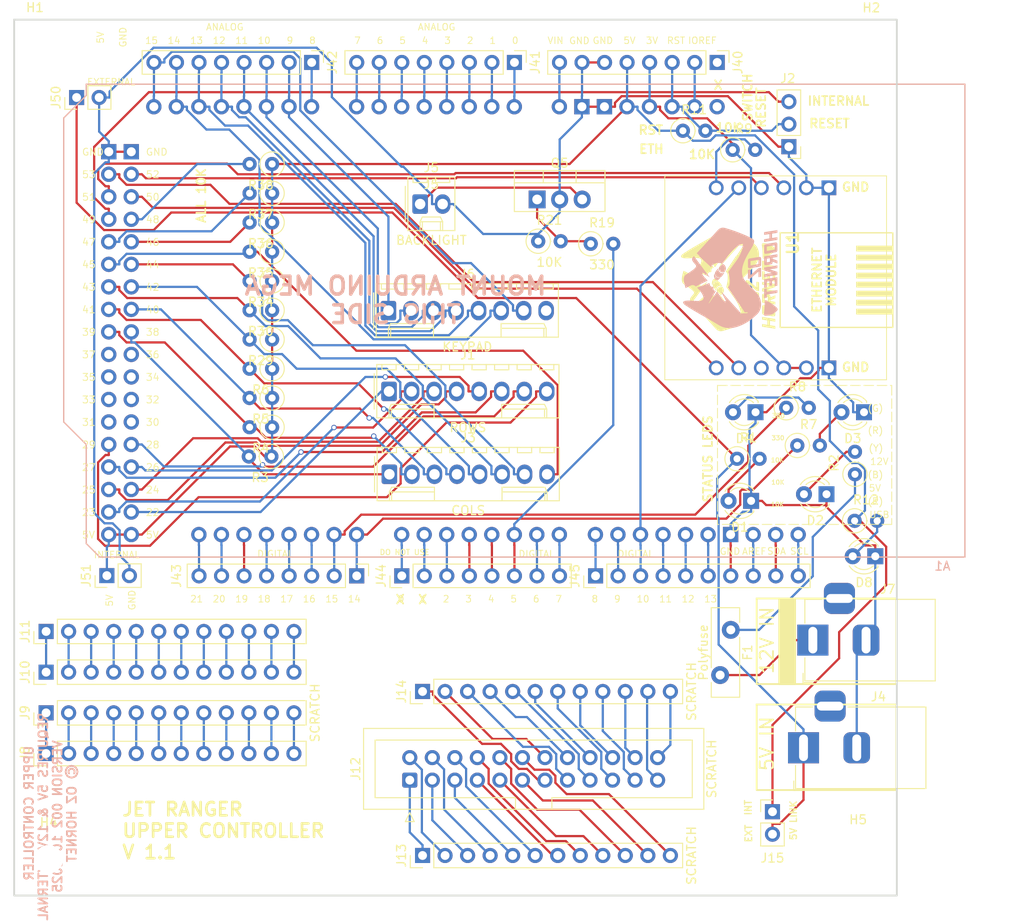
<source format=kicad_pcb>
(kicad_pcb (version 20241229) (generator "pcbnew") (generator_version "9.0")
  (title_block (date "2026-01-11") (rev "1.1"))
  (layers (0 "F.Cu" signal) (2 "B.Cu" signal) (13 "F.Paste" user) (15 "B.Paste" user) (5 "F.SilkS" user "F.Silkscreen") (7 "B.SilkS" user "B.Silkscreen") (1 "F.Mask" user) (3 "B.Mask" user) (25 "Edge.Cuts" user))
  (net 0 "")
  (net 1 "Net-(D1-A)")
  (net 2 "GND")
  (net 3 "Net-(D2-A)")
  (net 4 "Net-(D3-A)")
  (net 5 "Net-(D4-A)")
  (net 6 "/+5v_IN")
  (net 7 "/+12v-IN")
  (net 8 "/COL6")
  (net 9 "/ROW13")
  (net 10 "/INT_5V")
  (net 11 "SCLK")
  (net 12 "/ROW11")
  (net 13 "SDA")
  (net 14 "SCL")
  (net 15 "Net-(J45-Pin_2)")
  (net 16 "/COL4")
  (net 17 "/ROW3")
  (net 18 "/PIN_20")
  (net 19 "ES1_RST")
  (net 20 "/COL1")
  (net 21 "Net-(A1-D2_INT0)")
  (net 22 "MISO")
  (net 23 "/COL0")
  (net 24 "Net-(J41-Pin_5)")
  (net 25 "/RESET")
  (net 26 "MOSI")
  (net 27 "/GREEN_LED")
  (net 28 "/RED_LED")
  (net 29 "SS")
  (net 30 "/ROW4")
  (net 31 "Net-(J41-Pin_1)")
  (net 32 "Net-(U1-INT)")
  (net 34 "/BACKLIGHT_PWM")
  (net 35 "/COL8")
  (net 36 "+3V3")
  (net 37 "/D1")
  (net 38 "/D0")
  (net 39 "/VIN")
  (net 41 "/AREF")
  (net 42 "/RESET_pin")
  (net 43 "Net-(D8-A)")
  (net 44 "Net-(J41-Pin_6)")
  (net 45 "Net-(Q5-G)")
  (net 46 "Net-(J42-Pin_1)")
  (net 47 "/ROW8")
  (net 48 "/IORF")
  (net 49 "/ROW9")
  (net 50 "Net-(A1-D3_INT1)")
  (net 51 "/KEYPAD_3")
  (net 52 "Net-(J41-Pin_7)")
  (net 53 "/COL7")
  (net 54 "/KEYPAD_7")
  (net 55 "Net-(J41-Pin_4)")
  (net 56 "Net-(J41-Pin_3)")
  (net 57 "/COL3")
  (net 58 "/COL2")
  (net 59 "/ROW14")
  (net 60 "/ROW10")
  (net 61 "/KEYPAD_1")
  (net 62 "Net-(J41-Pin_2)")
  (net 63 "/ROW12")
  (net 64 "/ROW6")
  (net 65 "/COL5")
  (net 66 "/ROW5")
  (net 67 "Net-(J41-Pin_8)")
  (net 68 "Net-(J7-Pin_1)")
  (net 69 "/KEYPAD_2")
  (net 70 "/PIN_21")
  (net 71 "/COL10")
  (net 72 "/COL9")
  (net 73 "/KEYPAD_6")
  (net 74 "/ROW0")
  (net 75 "/ROW2")
  (net 76 "/ROW1")
  (net 77 "Net-(J44-Pin_5)")
  (net 78 "Net-(A1-D16{slash}TX2)")
  (net 79 "/KEYPAD_5")
  (net 80 "/ROW7")
  (net 81 "/ROW15")
  (net 82 "/GPS_TX")
  (net 83 "Net-(J44-Pin_7)")
  (net 84 "Net-(A1-D17{slash}RX2)")
  (net 85 "Net-(A1-D19{slash}RX1)")
  (net 86 "Net-(J44-Pin_8)")
  (net 87 "Net-(J45-Pin_4)")
  (net 89 "Net-(J45-Pin_1)")
  (net 90 "Net-(J45-Pin_5)")
  (net 91 "Net-(J45-Pin_6)")
  (net 92 "/BACKLIGHT_PANELS")
  (net 93 "Net-(J8-Pin_6)")
  (net 94 "Net-(J8-Pin_5)")
  (net 95 "Net-(J8-Pin_9)")
  (net 96 "Net-(J8-Pin_2)")
  (net 97 "Net-(J8-Pin_8)")
  (net 98 "Net-(J8-Pin_4)")
  (net 99 "Net-(J8-Pin_11)")
  (net 100 "Net-(J8-Pin_10)")
  (net 101 "Net-(J8-Pin_3)")
  (net 102 "Net-(J8-Pin_1)")
  (net 103 "Net-(J8-Pin_12)")
  (net 104 "Net-(J8-Pin_7)")
  (net 105 "Net-(J10-Pin_5)")
  (net 106 "Net-(J10-Pin_6)")
  (net 107 "Net-(J10-Pin_4)")
  (net 108 "Net-(J10-Pin_2)")
  (net 109 "Net-(J10-Pin_12)")
  (net 110 "Net-(J10-Pin_7)")
  (net 111 "Net-(J10-Pin_9)")
  (net 112 "Net-(J10-Pin_11)")
  (net 113 "Net-(J10-Pin_8)")
  (net 114 "Net-(J10-Pin_10)")
  (net 115 "Net-(J10-Pin_1)")
  (net 116 "Net-(J10-Pin_3)")
  (net 117 "Net-(J12-Pin_18)")
  (net 118 "Net-(J12-Pin_21)")
  (net 119 "Net-(J12-Pin_17)")
  (net 120 "Net-(J12-Pin_9)")
  (net 121 "Net-(J12-Pin_7)")
  (net 122 "Net-(J12-Pin_24)")
  (net 123 "Net-(J12-Pin_20)")
  (net 124 "Net-(J12-Pin_8)")
  (net 125 "Net-(J12-Pin_2)")
  (net 126 "Net-(J12-Pin_6)")
  (net 127 "Net-(J12-Pin_10)")
  (net 128 "Net-(J12-Pin_13)")
  (net 129 "Net-(J12-Pin_3)")
  (net 130 "Net-(J12-Pin_19)")
  (net 131 "Net-(J12-Pin_12)")
  (net 132 "Net-(J12-Pin_16)")
  (net 133 "Net-(J12-Pin_1)")
  (net 134 "Net-(J12-Pin_23)")
  (net 135 "Net-(J12-Pin_11)")
  (net 136 "Net-(J12-Pin_14)")
  (net 137 "Net-(J12-Pin_22)")
  (net 138 "Net-(J12-Pin_4)")
  (net 139 "Net-(J12-Pin_15)")
  (net 140 "Net-(J12-Pin_5)")
  (net 141 "/KEYPAD_4")
  (footprint "Fuse:Fuse_Bourns_MF-RG400" (layer "F.Cu") (at 110.75 105.05 -90)
    (property "Reference" "F1")
    (property "Value" "Polyfuse")
  )
  (footprint "Resistor_THT:R_Axial_DIN0207_L6.3mm_D2.5mm_P2.54mm_Vertical" (layer "F.Cu") (at 59.04 75.5943 180)
    (property "Reference" "R6")
    (property "Value" "10K")
  )
  (footprint "MountingHole:MountingHole_3.2mm_M3" (layer "F.Cu") (at 126.5898 39.0321)
    (property "Reference" "H2")
    (property "Value" "H2")
  )
  (footprint "Connector_PinHeader_2.54mm:PinHeader_1x08_P2.54mm_Vertical" (layer "F.Cu") (at 63.5 41.0464 -90)
    (property "Reference" "J42")
    (property "Value" "Conn_01x08")
  )
  (footprint "Resistor_THT:R_Axial_DIN0207_L6.3mm_D2.5mm_P2.54mm_Vertical" (layer "F.Cu") (at 59.04 82.1927 180)
    (property "Reference" "R4")
    (property "Value" "10K")
  )
  (footprint "Resistor_THT:R_Axial_DIN0207_L6.3mm_D2.5mm_P2.54mm_Vertical" (layer "F.Cu") (at 58.9566 85.4919 180)
    (property "Reference" "R3")
    (property "Value" "10K")
  )
  (footprint "Connector_PinHeader_2.54mm:PinHeader_1x03_P2.54mm_Vertical" (layer "F.Cu") (at 117.298 50.55 180)
    (property "Reference" "J2")
    (property "Value" "Conn_01x03_Pin")
  )
  (footprint "Connector_PinHeader_2.54mm:PinHeader_1x08_P2.54mm_Vertical" (layer "F.Cu") (at 86.36 41.0464 -90)
    (property "Reference" "J41")
    (property "Value" "Conn_01x08")
  )
  (footprint "LED_THT:LED_D3.0mm" (layer "F.Cu") (at 113.54 80.5 180)
    (property "Reference" "D4")
    (property "Value" "RED")
  )
  (footprint "Resistor_THT:R_Axial_DIN0207_L6.3mm_D2.5mm_P2.54mm_Vertical" (layer "F.Cu") (at 59.04 55.7992 180)
    (property "Reference" "R37")
    (property "Value" "10K")
  )
  (footprint "Resistor_THT:R_Axial_DIN0207_L6.3mm_D2.5mm_P2.54mm_Vertical" (layer "F.Cu") (at 59.04 52.5 180)
    (property "Reference" "R38")
    (property "Value" "10K")
  )
  (footprint "Connector_IDC:IDC-Header_2x12_P2.54mm_Vertical" (layer "F.Cu") (at 74.56 122 90)
    (property "Reference" "J12")
    (property "Value" "SCRATCH")
  )
  (footprint "Connector_PinHeader_2.54mm:PinHeader_1x12_P2.54mm_Vertical" (layer "F.Cu") (at 33.56 114.41 90)
    (property "Reference" "J9")
    (property "Value" "SCRATCH")
  )
  (footprint "Resistor_THT:R_Axial_DIN0207_L6.3mm_D2.5mm_P2.54mm_Vertical" (layer "F.Cu") (at 118.25 84.25)
    (property "Reference" "R7")
    (property "Value" "330")
  )
  (footprint "Resistor_THT:R_Axial_DIN0207_L6.3mm_D2.5mm_P2.54mm_Vertical" (layer "F.Cu") (at 124.75 87.5 90)
    (property "Reference" "R2")
    (property "Value" "10K")
  )
  (footprint "MountingHole:MountingHole_3.2mm_M3" (layer "F.Cu") (at 32.3 39)
    (property "Reference" "H1")
    (property "Value" "H1")
  )
  (footprint "Connector_PinHeader_2.54mm:PinHeader_1x02_P2.54mm_Vertical" (layer "F.Cu") (at 37 45 90)
    (property "Reference" "J50")
    (property "Value" "Conn_01x02")
  )
  (footprint "Connector_BarrelJack:BarrelJack_Horizontal" (layer "F.Cu") (at 118.949 118.35 180)
    (property "Reference" "J4")
    (property "Value" "5V IN")
  )
  (footprint "MountingHole:MountingHole_3.2mm_M3" (layer "F.Cu") (at 125.101 130.6122)
    (property "Reference" "H5")
    (property "Value" "H1")
  )
  (footprint "Connector_Molex:Molex_KK-254_AE-6410-08A_1x08_P2.54mm_Vertical" (layer "F.Cu") (at 72.22 78.15)
    (property "Reference" "J1")
    (property "Value" "ROWS")
  )
  (footprint "LED_THT:LED_D3.0mm" (layer "F.Cu") (at 127.04 96.75 180)
    (property "Reference" "D8")
    (property "Value" "LED")
  )
  (footprint "LED_THT:LED_D3.0mm" (layer "F.Cu") (at 125.77 80.5 180)
    (property "Reference" "D3")
    (property "Value" "GREEN")
  )
  (footprint "Connector_Molex:Molex_KK-254_AE-6410-08A_1x08_P2.54mm_Vertical" (layer "F.Cu") (at 72.26 87.5)
    (property "Reference" "J3")
    (property "Value" "COLS")
  )
  (footprint "Resistor_THT:R_Axial_DIN0207_L6.3mm_D2.5mm_P2.54mm_Vertical" (layer "F.Cu") (at 59.04 62.3976 180)
    (property "Reference" "R35")
    (property "Value" "10K")
  )
  (footprint "Connector_PinHeader_2.54mm:PinHeader_1x12_P2.54mm_Vertical" (layer "F.Cu") (at 33.56 105.23 90)
    (property "Reference" "J11")
    (property "Value" "SCRATCH")
  )
  (footprint "Resistor_THT:R_Axial_DIN0207_L6.3mm_D2.5mm_P2.54mm_Vertical" (layer "F.Cu") (at 124.71 92.75)
    (property "Reference" "R12")
    (property "Value" "5K")
  )
  (footprint "Resistor_THT:R_Axial_DIN0207_L6.3mm_D2.5mm_P2.54mm_Vertical" (layer "F.Cu") (at 117 80)
    (property "Reference" "R8")
    (property "Value" "330")
  )
  (footprint "Connector_PinHeader_2.54mm:PinHeader_1x12_P2.54mm_Vertical" (layer "F.Cu") (at 33.56 109.82 90)
    (property "Reference" "J10")
    (property "Value" "SCRATCH")
  )
  (footprint "Resistor_THT:R_Axial_DIN0207_L6.3mm_D2.5mm_P2.54mm_Vertical" (layer "F.Cu") (at 59.04 78.8935 180)
    (property "Reference" "R5")
    (property "Value" "10K")
  )
  (footprint "Connector_PinHeader_2.54mm:PinHeader_1x08_P2.54mm_Vertical" (layer "F.Cu") (at 68.58 98.9584 -90)
    (property "Reference" "J43")
    (property "Value" "Conn_01x08")
  )
  (footprint "Resistor_THT:R_Axial_DIN0207_L6.3mm_D2.5mm_P2.54mm_Vertical" (layer "F.Cu") (at 94.96 61.5)
    (property "Reference" "R19")
    (property "Value" "330")
  )
  (footprint "Resistor_THT:R_Axial_DIN0207_L6.3mm_D2.5mm_P2.54mm_Vertical" (layer "F.Cu") (at 59.04 72.2951 180)
    (property "Reference" "R29")
    (property "Value" "10K")
  )
  (footprint "Package_TO_SOT_THT:TO-220-3_Vertical" (layer "F.Cu") (at 88.92 56.5)
    (property "Reference" "Q5")
    (property "Value" "Q_NMOS_GSD")
  )
  (footprint "Resistor_THT:R_Axial_DIN0207_L6.3mm_D2.5mm_P2.54mm_Vertical" (layer "F.Cu") (at 59.04 65.6968 180)
    (property "Reference" "R34")
    (property "Value" "10K")
  )
  (footprint "MountingHole:MountingHole_3.2mm_M3" (layer "F.Cu") (at 33.8518 130.9295)
    (property "Reference" "H4")
    (property "Value" "H2")
  )
  (footprint "Library-OZ-HORNET:USRES1" (layer "F.Cu") (at 121.809 55.1833 -90)
    (property "Reference" "U1")
    (property "Value" "USR-ES1" (hide yes))
  )
  (footprint "LED_THT:LED_D3.0mm" (layer "F.Cu") (at 113.04 90.5 180)
    (property "Reference" "D1")
    (property "Value" "LED")
  )
  (footprint "Resistor_THT:R_Axial_DIN0207_L6.3mm_D2.5mm_P2.54mm_Vertical" (layer "F.Cu") (at 111.455 85.75)
    (property "Reference" "R1")
    (property "Value" "5K")
  )
  (footprint "Connector_Molex:Molex_KK-254_AE-6410-02A_1x02_P2.54mm_Vertical" (layer "F.Cu") (at 75.725 57.02)
    (property "Reference" "J5")
    (property "Value" "BACKLIGHT")
  )
  (footprint "Connector_PinHeader_2.54mm:PinHeader_1x08_P2.54mm_Vertical" (layer "F.Cu") (at 109.22 41.0464 -90)
    (property "Reference" "J40")
    (property "Value" "Conn_01x08")
  )
  (footprint "Resistor_THT:R_Axial_DIN0207_L6.3mm_D2.5mm_P2.54mm_Vertical" (layer "F.Cu") (at 59.04 68.996 180)
    (property "Reference" "R30")
    (property "Value" "10K")
  )
  (footprint "Connector_PinHeader_2.54mm:PinHeader_1x12_P2.54mm_Vertical" (layer "F.Cu") (at 76 130.5 90)
    (property "Reference" "J13")
    (property "Value" "SCRATCH")
  )
  (footprint "Connector_PinHeader_2.54mm:PinHeader_1x02_P2.54mm_Vertical" (layer "F.Cu") (at 115.45 125.56)
    (property "Reference" "J15")
    (property "Value" "Conn_01x02")
  )
  (footprint "Resistor_THT:R_Axial_DIN0207_L6.3mm_D2.5mm_P2.54mm_Vertical" (layer "F.Cu") (at 59.04 59.0984 180)
    (property "Reference" "R36")
    (property "Value" "10K")
  )
  (footprint "Resistor_THT:R_Axial_DIN0207_L6.3mm_D2.5mm_P2.54mm_Vertical" (layer "F.Cu") (at 110.96 50.9)
    (property "Reference" "R9")
    (property "Value" "10K")
  )
  (footprint "Resistor_THT:R_Axial_DIN0207_L6.3mm_D2.5mm_P2.54mm_Vertical" (layer "F.Cu") (at 89.0375 61.2125)
    (property "Reference" "R21")
    (property "Value" "10K")
  )
  (footprint "Resistor_THT:R_Axial_DIN0207_L6.3mm_D2.5mm_P2.54mm_Vertical" (layer "F.Cu") (at 105.35 48.75)
    (property "Reference" "R11")
    (property "Value" "10K")
  )
  (footprint "LED_THT:LED_D3.0mm" (layer "F.Cu") (at 121.54 89.75 180)
    (property "Reference" "D2")
    (property "Value" "LED")
  )
  (footprint "Connector_Molex:Molex_KK-254_AE-6410-08A_1x08_P2.54mm_Vertical" (layer "F.Cu") (at 72.1533 69.0412)
    (property "Reference" "J6")
    (property "Value" "KEYPAD")
  )
  (footprint "Connector_PinHeader_2.54mm:PinHeader_1x12_P2.54mm_Vertical" (layer "F.Cu") (at 33.56 119 90)
    (property "Reference" "J8")
    (property "Value" "SCRATCH")
  )
  (footprint "Connector_BarrelJack:BarrelJack_Horizontal" (layer "F.Cu") (at 120 106.2075 180)
    (property "Reference" "J7")
    (property "Value" "STEPPER IN 12-20VDC")
  )
  (footprint "Connector_PinHeader_2.54mm:PinHeader_1x10_P2.54mm_Vertical" (layer "F.Cu") (at 95.504 98.9584 90)
    (property "Reference" "J45")
    (property "Value" "Conn_01x10")
  )
  (footprint "Connector_PinHeader_2.54mm:PinHeader_1x02_P2.54mm_Vertical" (layer "F.Cu") (at 40.4114 98.933 90)
    (property "Reference" "J51")
    (property "Value" "Conn_01x02")
  )
  (footprint "Connector_PinHeader_2.54mm:PinHeader_1x12_P2.54mm_Vertical" (layer "F.Cu") (at 76 112 90)
    (property "Reference" "J14")
    (property "Value" "SCRATCH")
  )
  (footprint "Connector_PinHeader_2.54mm:PinHeader_1x08_P2.54mm_Vertical" (layer "F.Cu") (at 73.66 98.9584 90)
    (property "Reference" "J44")
    (property "Value" "Conn_01x08")
  )
  (footprint "arduino-kicad-library-master:Arduino_Mega2560_R3_Shield" (layer "F.Cu") (at 137.145 43.4993 180)
    (property "Reference" "A1")
    (property "Value" "Arduino_Mega2560_R3_Shield")
  )
  (gr_poly (pts (xy 114.27847 67.325975) (xy 114.279042 67.312348) (xy 114.279937 67.298844) (xy 114.281206 67.285512) (xy 114.282904 67.272395) (xy 114.285084 67.259541) (xy 114.2878 67.246994) (xy 114.291105 67.234801) (xy 114.295052 67.223007) (xy 114.299696 67.211658) (xy 114.305089 67.2008) (xy 114.311285 67.190478) (xy 114.318338 67.180738) (xy 114.3263 67.171626) (xy 114.33064 67.167319) (xy 114.335226 67.163187) (xy 114.33549 67.163717) (xy 114.343354 67.157518) (xy 114.35168 67.151918) (xy 114.360491 67.146913) (xy 114.369808 67.142501) (xy 114.379653 67.138677) (xy 114.39005 67.13544) (xy 114.401019 67.132785) (xy 114.412583 67.13071) (xy 114.424765 67.129212) (xy 114.437585 67.128287) (xy 114.451067 67.127933) (xy 114.465231 67.128147) (xy 114.480102 67.128924) (xy 114.495699 67.130263) (xy 114.512047 67.13216) (xy 114.529166 67.134612) (xy 114.985572 67.207108) (xy 115.003857 67.210252) (xy 115.021221 67.213779) (xy 115.037688 67.217689) (xy 115.053278 67.22198) (xy 115.068016 67.226652) (xy 115.081922 67.231703) (xy 115.095019 67.237132) (xy 115.10733 67.242939) (xy 115.118876 67.249122) (xy 115.129681 67.25568) (xy 115.139765 67.262613) (xy 115.149152 67.269919) (xy 115.157865 67.277597) (xy 115.165924 67.285646) (xy 115.173352 67.294066) (xy 115.180173 67.302855) (xy 115.186407 67.312012) (xy 115.192078 67.321536) (xy 115.197207 67.331426) (xy 115.201817 67.341682) (xy 115.20593 67.352301) (xy 115.209569 67.363284) (xy 115.212755 67.374629) (xy 115.215511 67.386335) (xy 115.219823 67.410826) (xy 115.222682 67.436749) (xy 115.224267 67.464096) (xy 115.224755 67.492858) (xy 115.224755 67.531223) (xy 115.767416 67.311883) (xy 115.767416 67.637585) (xy 115.224755 67.856925) (xy 115.224755 67.965933) (xy 115.767416 68.05007) (xy 115.767416 68.361221) (xy 114.924717 68.228132) (xy 114.924717 67.916985) (xy 114.924717 67.535985) (xy 114.924705 67.529643) (xy 114.924618 67.522359) (xy 114.924523 67.518658) (xy 114.924382 67.515075) (xy 114.924185 67.511727) (xy 114.923924 67.508733) (xy 114.922271 67.508324) (xy 114.920277 67.507886) (xy 114.917924 67.507417) (xy 114.915192 67.506914) (xy 114.912064 67.506374) (xy 114.90852 67.505794) (xy 114.904542 67.50517) (xy 114.900111 67.5045) (xy 114.594253 67.455551) (xy 114.585455 67.454526) (xy 114.581826 67.4541) (xy 114.578642 67.453699) (xy 114.578642 67.862216) (xy 114.924717 67.916985) (xy 114.924717 68.228132) (xy 114.278076 68.126006) (xy 114.278076 67.353423)) (stroke (width -0.000001)) (fill yes) (layer "F.SilkS"))
  (gr_poly (pts (xy 114.246375 61.588834) (xy 114.247667 61.574304) (xy 114.249664 61.560486) (xy 114.252375 61.547378) (xy 114.255809 61.534979) (xy 114.259975 61.523284) (xy 114.264881 61.512292) (xy 114.270537 61.502) (xy 114.276951 61.492406) (xy 114.284133 61.483507) (xy 114.292091 61.475301) (xy 114.300834 61.467786) (xy 114.310371 61.460958) (xy 114.320712 61.454816) (xy 114.331864 61.449357) (xy 114.343837 61.444578) (xy 114.35664 61.440477) (xy 114.370282 61.437052) (xy 114.384772 61.4343) (xy 114.400117 61.432219) (xy 114.416329 61.430805) (xy 114.433415 61.430057) (xy 114.451384 61.429973) (xy 114.470245 61.430549) (xy 114.490007 61.431784) (xy 114.57466 61.439938) (xy 114.658141 61.451217) (xy 114.740418 61.465637) (xy 114.82146 61.483216) (xy 114.901235 61.503972) (xy 114.979712 61.527922) (xy 115.05686 61.555083) (xy 115.132647 61.585474) (xy 115.207042 61.61911) (xy 115.280013 61.65601) (xy 115.351529 61.696192) (xy 115.421559 61.739672) (xy 115.490071 61.786468) (xy 115.557035 61.836598) (xy 115.622417 61.890078) (xy 115.686188 61.946927) (xy 115.700204 61.96032) (xy 115.713284 61.973568) (xy 115.725429 61.98668) (xy 115.736643 61.999665) (xy 115.746927 62.012535) (xy 115.756285 62.025297) (xy 115.764719 62.037963) (xy 115.772231 62.05054) (xy 115.778824 62.06304) (xy 115.784501 62.075472) (xy 115.789264 62.087845) (xy 115.793116 62.100169) (xy 115.796059 62.112453) (xy 115.798096 62.124708) (xy 115.79923 62.136943) (xy 115.799462 62.149168) (xy 115.798797 62.161391) (xy 115.797235 62.173624) (xy 115.79478 62.185875) (xy 115.791434 62.198154) (xy 115.787201 62.210471) (xy 115.782081 62.222836) (xy 115.776079 62.235257) (xy 115.769197 62.247746) (xy 115.761436 62.26031) (xy 115.7528 62.272961) (xy 115.743292 62.285707) (xy 115.732913 62.298559) (xy 115.721667 62.311525) (xy 115.709556 62.324616) (xy 115.682748 62.35121) (xy 115.609568 62.4179) (xy 115.533234 62.483214) (xy 115.454395 62.546981) (xy 115.373699 62.609026) (xy 115.291793 62.669179) (xy 115.209326 62.727267) (xy 115.045301 62.836556) (xy 114.886807 62.935513) (xy 114.739029 63.02276) (xy 114.607151 63.096916) (xy 114.496356 63.156602) (xy 114.489795 63.159773) (xy 114.483171 63.162445) (xy 114.476503 63.164631) (xy 114.469806 63.166341) (xy 114.463101 63.167584) (xy 114.456403 63.168373) (xy 114.449732 63.168717) (xy 114.443105 63.168628) (xy 114.436539 63.168116) (xy 114.430053 63.167192) (xy 114.423663 63.165867) (xy 114.417389 63.164151) (xy 114.411248 63.162054) (xy 114.405257 63.159589) (xy 114.399434 63.156765) (xy 114.393797 63.153593) (xy 114.388365 63.150083) (xy 114.383153 63.146248) (xy 114.378182 63.142096) (xy 114.373467 63.13764) (xy 114.369028 63.132889) (xy 114.364881 63.127854) (xy 114.361045 63.122547) (xy 114.357537 63.116977) (xy 114.354375 63.111155) (xy 114.351577 63.105093) (xy 114.349161 63.098801) (xy 114.347144 63.092289) (xy 114.345545 63.085569) (xy 114.34438 63.078651) (xy 114.343669 63.071545) (xy 114.343427 63.064263) (xy 114.341009 62.77368) (xy 114.336846 62.598212) (xy 114.329835 62.413024) (xy 114.319313 62.225914) (xy 114.304621 62.044679) (xy 114.285098 61.877117) (xy 114.273318 61.800901) (xy 114.260084 61.731028) (xy 114.260349 61.731027) (xy 114.252928 61.691119) (xy 114.248079 61.654131) (xy 114.24664 61.636725) (xy 114.24587 61.620042) (xy 114.245779 61.60408)) (stroke (width -0.000001)) (fill yes) (layer "F.SilkS"))
  (gr_rect (start 109.249 77.482) (end 128.8918 93.158) (stroke (width 0.1) (type dash)) (fill no) (layer "F.SilkS"))
  (gr_poly (pts (xy 114.578642 64.627421) (xy 114.578642 65.274063) (xy 114.8718 65.320894) (xy 114.8718 64.802046) (xy 115.172102 64.849142) (xy 115.172102 65.368254) (xy 115.467377 65.415086) (xy 115.467377 64.768708) (xy 115.767679 64.815804) (xy 115.767679 65.772802) (xy 114.278339 65.537587) (xy 114.278339 64.580325)) (stroke (width -0.000001)) (fill yes) (layer "F.SilkS"))
  (gr_rect (start 124.953042 66.867283) (end 129.017042 67.375283) (stroke (width 0.15)) (fill yes) (layer "F.SilkS"))
  (gr_poly (pts (xy 112.741904 65.6376) (xy 113.638313 66.402775) (xy 113.638313 65.782062) (xy 113.938615 65.829158) (xy 113.938615 66.843306) (xy 113.645721 66.797797) (xy 112.749577 66.023627) (xy 112.749577 66.655452) (xy 112.449274 66.608356) (xy 112.449274 65.592092)) (stroke (width -0.000001)) (fill yes) (layer "F.SilkS"))
  (gr_poly (pts (xy 112.449934 66.980429) (xy 112.450506 66.966801) (xy 112.4514 66.953298) (xy 112.45267 66.939966) (xy 112.454368 66.926849) (xy 112.456548 66.913995) (xy 112.459263 66.901448) (xy 112.462568 66.889255) (xy 112.466516 66.877461) (xy 112.471159 66.866112) (xy 112.476552 66.855254) (xy 112.482748 66.844932) (xy 112.489801 66.835192) (xy 112.497763 66.82608) (xy 112.502103 66.821774) (xy 112.50669 66.817641) (xy 112.514553 66.811443) (xy 112.522879 66.805843) (xy 112.53169 66.800838) (xy 112.541007 66.796425) (xy 112.550853 66.792602) (xy 112.561249 66.789364) (xy 112.572219 66.786709) (xy 112.583783 66.784635) (xy 112.595964 66.783136) (xy 112.608785 66.782212) (xy 112.622266 66.781858) (xy 112.636431 66.782071) (xy 112.651301 66.782849) (xy 112.666899 66.784188) (xy 112.683246 66.786085) (xy 112.700365 66.788537) (xy 113.699432 66.947287) (xy 113.717716 66.950428) (xy 113.735081 66.953949) (xy 113.751547 66.957847) (xy 113.767138 66.962123) (xy 113.781876 66.966774) (xy 113.795782 66.971801) (xy 113.808879 66.977202) (xy 113.82119 66.982977) (xy 113.832736 66.989124) (xy 113.843541 66.995642) (xy 113.853625 67.002531) (xy 113.863013 67.00979) (xy 113.871725 67.017418) (xy 113.879784 67.025413) (xy 113.887213 67.033775) (xy 113.894033 67.042504) (xy 113.900267 67.051597) (xy 113.905938 67.061055) (xy 113.911067 67.070876) (xy 113.915677 67.081059) (xy 113.91979 67.091604) (xy 113.923429 67.102509) (xy 113.926615 67.113774) (xy 113.929372 67.125397) (xy 113.933683 67.149716) (xy 113.936542 67.175458) (xy 113.938127 67.202617) (xy 113.938615 67.231185) (xy 113.938615 67.834435) (xy 113.938221 67.862091) (xy 113.937646 67.87583) (xy 113.936747 67.889447) (xy 113.93547 67.902895) (xy 113.93376 67.916127) (xy 113.931563 67.929097) (xy 113.928826 67.941756) (xy 113.925493 67.954059) (xy 113.921511 67.965959) (xy 113.916824 67.977408) (xy 113.91138 67.98836) (xy 113.905123 67.998768) (xy 113.898 68.008585) (xy 113.889956 68.017764) (xy 113.885571 68.022099) (xy 113.880936 68.026258) (xy 113.873145 68.032416) (xy 113.864845 68.037992) (xy 113.856022 68.042988) (xy 113.846664 68.047404) (xy 113.836757 68.051242) (xy 113.826288 68.054503) (xy 113.815244 68.057188) (xy 113.803611 68.059298) (xy 113.791377 68.060835) (xy 113.778529 68.061799) (xy 113.765052 68.062191) (xy 113.750934 68.062014) (xy 113.736163 68.061268) (xy 113.720723 68.059954) (xy 113.704604 68.058073) (xy 113.68779 68.055627) (xy 113.637784 68.047681) (xy 113.637784 67.736275) (xy 113.637784 67.718812) (xy 113.638313 67.718812) (xy 113.638313 67.276165) (xy 113.6383 67.269823) (xy 113.638213 67.262539) (xy 113.638119 67.258838) (xy 113.637978 67.255254) (xy 113.637781 67.251907) (xy 113.637518 67.248912) (xy 113.635866 67.248503) (xy 113.633872 67.248065) (xy 113.631519 67.247596) (xy 113.628787 67.247094) (xy 113.625659 67.246554) (xy 113.622115 67.245973) (xy 113.618137 67.245349) (xy 113.613706 67.244679) (xy 112.765187 67.109477) (xy 112.75639 67.108452) (xy 112.75276 67.108026) (xy 112.749577 67.107625) (xy 112.749577 67.565883) (xy 112.749594 67.572497) (xy 112.74971 67.580303) (xy 112.749836 67.584218) (xy 112.750024 67.587909) (xy 112.750286 67.591204) (xy 112.750449 67.592648) (xy 112.750636 67.593928) (xy 112.751922 67.594373) (xy 112.753633 67.594908) (xy 112.755821 67.595524) (xy 112.75854 67.59621) (xy 112.760114 67.596578) (xy 112.761841 67.596959) (xy 112.763727 67.597354) (xy 112.765779 67.597761) (xy 112.768002 67.598178) (xy 112.770405 67.598606) (xy 112.772992 67.599042) (xy 112.775771 67.599485) (xy 113.622703 67.734687) (xy 113.627329 67.735233) (xy 113.631335 67.735679) (xy 113.634795 67.736027) (xy 113.637784 67.736275) (xy 113.637784 68.047681) (xy 112.688723 67.896877) (xy 112.670438 67.893733) (xy 112.653074 67.890206) (xy 112.636607 67.886296) (xy 112.621017 67.882005) (xy 112.606279 67.877333) (xy 112.592373 67.872282) (xy 112.579276 67.866853) (xy 112.566965 67.861046) (xy 112.555419 67.854864) (xy 112.544615 67.848305) (xy 112.53453 67.841373) (xy 112.525143 67.834067) (xy 112.516431 67.826389) (xy 112.508371 67.818339) (xy 112.500943 67.80992) (xy 112.494122 67.801131) (xy 112.487888 67.791974) (xy 112.482217 67.78245) (xy 112.477088 67.772559) (xy 112.472478 67.762304) (xy 112.468365 67.751684) (xy 112.464726 67.740701) (xy 112.46154 67.729356) (xy 112.458784 67.717651) (xy 112.454472 67.69316) (xy 112.451613 67.667237) (xy 112.450029 67.639889) (xy 112.44954 67.611127) (xy 112.44954 67.007877)) (stroke (width -0.000001)) (fill yes) (layer "F.SilkS"))
  (gr_rect (start 124.953042 61.787283) (end 129.017042 62.295283) (stroke (width 0.15)) (fill yes) (layer "F.SilkS"))
  (gr_rect (start 113.669042 101.511283) (end 129.417042 111.163283) (stroke (width 0.2)) (fill no) (layer "F.SilkS"))
  (gr_rect (start 124.953042 65.851283) (end 129.017042 66.359283) (stroke (width 0.15)) (fill yes) (layer "F.SilkS"))
  (gr_poly (pts (xy 109.170828 66.750483) (xy 109.173738 66.731408) (xy 109.179455 66.693254) (xy 109.182616 66.674281) (xy 109.186214 66.655448) (xy 109.190426 66.636806) (xy 109.192818 66.627574) (xy 109.195429 66.61841) (xy 109.195429 66.618411) (xy 109.203298 66.594943) (xy 109.212577 66.572098) (xy 109.223206 66.549925) (xy 109.235126 66.528473) (xy 109.248278 66.507791) (xy 109.262601 66.487929) (xy 109.278036 66.468935) (xy 109.294524 66.450859) (xy 109.312005 66.43375) (xy 109.330419 66.417658) (xy 109.349707 66.402631) (xy 109.369809 66.388718) (xy 109.390666 66.375969) (xy 109.412218 66.364432) (xy 109.434405 66.354158) (xy 109.457168 66.345195) (xy 109.480448 66.337593) (xy 109.504184 66.3314) (xy 109.528317 66.326665) (xy 109.552787 66.323439) (xy 109.577536 66.32177) (xy 109.602502 66.321707) (xy 109.627628 66.323299) (xy 109.652852 66.326596) (xy 109.678117 66.331647) (xy 109.703361 66.3385) (xy 109.728525 66.347206) (xy 109.75355 66.357813) (xy 109.778376 66.370371) (xy 109.802944 66.384928) (xy 109.827194 66.401534) (xy 109.851067 66.420238) (xy 109.852501 66.421453) (xy 109.853926 66.422715) (xy 109.855336 66.424022) (xy 109.856726 66.425372) (xy 109.858094 66.426762) (xy 109.859434 66.428191) (xy 109.860742 66.429654) (xy 109.862014 66.431152) (xy 109.863245 66.43268) (xy 109.864433 66.434237) (xy 109.865571 66.43582) (xy 109.866656 66.437427) (xy 109.867684 66.439056) (xy 109.868651 66.440705) (xy 109.869551 66.44237) (xy 109.870381 66.44405) (xy 109.885661 66.476565) (xy 109.900742 66.509105) (xy 109.915327 66.541793) (xy 109.922341 66.558232) (xy 109.929119 66.574754) (xy 109.93377 66.586744) (xy 109.938098 66.598801) (xy 109.942104 66.610924) (xy 109.945788 66.623111) (xy 109.949149 66.635362) (xy 109.952187 66.647675) (xy 109.954903 66.66005) (xy 109.957297 66.672485) (xy 109.959368 66.684978) (xy 109.961117 66.69753) (xy 109.962543 66.710138) (xy 109.963647 66.722801) (xy 109.964428 66.735519) (xy 109.964887 66.748289) (xy 109.965024 66.761112) (xy 109.964838 66.773986) (xy 109.963373 66.801751) (xy 109.960497 66.828904) (xy 109.956259 66.855463) (xy 109.950703 66.881448) (xy 109.943878 66.906877) (xy 109.93583 66.931771) (xy 109.926606 66.956149) (xy 109.916254 66.98003) (xy 109.904819 67.003433) (xy 109.892349 67.026379) (xy 109.87889 67.048885) (xy 109.86449 67.070972) (xy 109.849196 67.092659) (xy 109.833054 67.113966) (xy 109.816112 67.134911) (xy 109.798415 67.155515) (xy 109.789974 67.164782) (xy 109.781312 67.173719) (xy 109.772421 67.182304) (xy 109.763291 67.190518) (xy 109.753914 67.19834) (xy 109.744279 67.205749) (xy 109.734377 67.212724) (xy 109.724199 67.219246) (xy 109.713736 67.225293) (xy 109.702979 67.230846) (xy 109.691918 67.235883) (xy 109.680543 67.240384) (xy 109.668846 67.244328) (xy 109.656817 67.247696) (xy 109.644447 67.250465) (xy 109.631727 67.252617) (xy 109.628641 67.252963) (xy 109.625632 67.253201) (xy 109.622693 67.253322) (xy 109.619821 67.253319) (xy 109.617011 67.253183) (xy 109.614259 67.252905) (xy 109.611559 67.252476) (xy 109.608907 67.251889) (xy 109.606299 67.251134) (xy 109.603729 67.250203) (xy 109.601194 67.249088) (xy 109.598688 67.24778) (xy 109.596206 67.24627) (xy 109.593745 67.24455) (xy 109.5913 67.242611) (xy 109.588865 67.240446) (xy 109.411065 67.074883) (xy 109.321718 66.992647) (xy 109.231677 66.911304) (xy 109.223705 66.903906) (xy 109.216267 66.896388) (xy 109.209379 66.888732) (xy 109.203053 66.880922) (xy 109.197303 66.872944) (xy 109.192145 66.864781) (xy 109.187591 66.856417) (xy 109.183655 66.847837) (xy 109.180352 66.839024) (xy 109.177696 66.829963) (xy 109.1757 66.820637) (xy 109.174378 66.811031) (xy 109.173745 66.801129) (xy 109.173814 66.790915) (xy 109.174599 66.780373) (xy 109.176115 66.769487) (xy 109.167648 66.769487)) (stroke (width -0.000001)) (fill yes) (layer "F.SilkS"))
  (gr_rect (start 124.953042 68.899283) (end 129.017042 69.407283) (stroke (width 0.15)) (fill yes) (layer "F.SilkS"))
  (gr_poly (pts (xy 114.578642 63.452671) (xy 114.578642 63.819119) (xy 115.767679 64.007238) (xy 115.767679 64.318122) (xy 114.578642 64.130004) (xy 114.578642 64.496187) (xy 114.278339 64.449092) (xy 114.278339 63.405575)) (stroke (width -0.000001)) (fill yes) (layer "F.SilkS"))
  (gr_poly (pts (xy 114.8718 70.637696) (xy 114.8718 70.151392) (xy 114.27834 70.057465) (xy 114.27834 69.746579) (xy 115.76768 69.981794) (xy 115.76768 70.292679) (xy 115.172102 70.198752) (xy 115.172102 70.685056) (xy 115.76768 70.778983) (xy 115.76768 71.089869) (xy 114.27834 70.854654) (xy 114.27834 70.543769)) (stroke (width -0.000001)) (fill yes) (layer "F.SilkS"))
  (gr_rect (start 113.669042 113.466983) (end 129.417042 123.118983) (stroke (width 0.2)) (fill no) (layer "F.SilkS"))
  (gr_poly (pts (xy 105.233956 65.360647) (xy 105.247752 65.248855) (xy 105.266959 65.136841) (xy 105.29023 65.026054) (xy 105.316216 64.917941) (xy 105.420355 64.541166) (xy 105.708552 64.681892) (xy 105.848682 64.751126) (xy 105.986828 64.821624) (xy 106.022385 64.838855) (xy 106.057709 64.853345) (xy 106.092783 64.865101) (xy 106.12759 64.874128) (xy 106.162113 64.880432) (xy 106.196336 64.884021) (xy 106.230241 64.884899) (xy 106.263813 64.883074) (xy 106.297035 64.878551) (xy 106.329889 64.871337) (xy 106.36236 64.861438) (xy 106.394431 64.84886) (xy 106.426084 64.833609) (xy 106.457304 64.815692) (xy 106.488073 64.795115) (xy 106.518375 64.771883) (xy 106.539306 64.753635) (xy 106.560411 64.735039) (xy 106.603042 64.697006) (xy 106.603406 64.715659) (xy 106.603526 64.724985) (xy 106.603571 64.734312) (xy 106.60359 64.73489) (xy 106.603647 64.735482) (xy 106.60374 64.736086) (xy 106.603867 64.736701) (xy 106.604027 64.737326) (xy 106.60422 64.737958) (xy 106.604443 64.738597) (xy 106.604696 64.73924) (xy 106.605283 64.740534) (xy 106.605971 64.741828) (xy 106.606749 64.743109) (xy 106.607606 64.744366) (xy 106.608531 64.745585) (xy 106.609514 64.746755) (xy 106.610543 64.747863) (xy 106.611608 64.748897) (xy 106.612698 64.749844) (xy 106.613801 64.750691) (xy 106.614908 64.751427) (xy 106.615459 64.751749) (xy 106.616007 64.752039) (xy 107.102046 64.993604) (xy 107.392294 65.136743) (xy 107.712705 65.2947) (xy 107.809145 65.341729) (xy 107.907173 65.389156) (xy 107.896404 65.401852) (xy 107.886106 65.414127) (xy 107.881033 65.420098) (xy 107.875957 65.425954) (xy 107.870837 65.431693) (xy 107.865634 65.43731) (xy 107.838713 65.465637) (xy 107.811593 65.493865) (xy 107.757155 65.550023) (xy 107.666502 65.644181) (xy 107.643738 65.667605) (xy 107.620791 65.690852) (xy 107.59759 65.713856) (xy 107.574063 65.736554) (xy 107.556499 65.753862) (xy 107.539589 65.771629) (xy 107.52328 65.78982) (xy 107.50752 65.808397) (xy 107.492257 65.827325) (xy 107.477437 65.846566) (xy 107.448915 65.885845) (xy 107.421535 65.925943) (xy 107.394874 65.966568) (xy 107.342024 66.048233) (xy 107.340419 66.05069) (xy 107.338871 66.053193) (xy 107.335901 66.058296) (xy 107.330151 66.068606) (xy 107.32719 66.073653) (xy 107.325649 66.076114) (xy 107.324053 66.07852) (xy 107.32239 66.08086) (xy 107.320649 66.083126) (xy 107.318819 66.085307) (xy 107.316888 66.087392) (xy 107.314973 66.089453) (xy 107.313194 66.091519) (xy 107.311548 66.093591) (xy 107.310032 66.095669) (xy 107.308643 66.097753) (xy 107.307377 66.099844) (xy 107.30623 66.101942) (xy 107.305201 66.104048) (xy 107.304285 66.106162) (xy 107.30348 66.108285) (xy 107.302781 66.110416) (xy 107.302187 66.112558) (xy 107.301693 66.114709) (xy 107.301296 66.11687) (xy 107.300782 66.121225) (xy 107.300618 66.125627) (xy 107.300778 66.130079) (xy 107.301237 66.134584) (xy 107.301968 66.139147) (xy 107.302946 66.143769) (xy 107.304144 66.148456) (xy 107.305537 66.15321) (xy 107.307099 66.158035) (xy 107.311745 66.172556) (xy 107.31619 66.187135) (xy 107.32466 66.216409) (xy 107.34123 66.274981) (xy 107.341493 66.27577) (xy 107.341787 66.276552) (xy 107.342112 66.277336) (xy 107.342466 66.278127) (xy 107.343262 66.279757) (xy 107.344173 66.281496) (xy 107.346327 66.285511) (xy 107.347564 66.287891) (xy 107.348903 66.290591) (xy 108.125984 65.765658) (xy 108.130747 65.769892) (xy 108.070422 65.851383) (xy 107.698947 66.350123) (xy 107.381182 66.777954) (xy 107.013676 67.274048) (xy 106.732688 67.651873) (xy 106.386349 68.119392) (xy 106.386348 68.118862) (xy 106.374707 68.134373) (xy 106.368861 68.142191) (xy 106.363065 68.150083) (xy 106.328901 68.114629) (xy 106.294538 68.079175) (xy 106.266187 68.048057) (xy 106.240981 68.017251) (xy 106.218943 67.986663) (xy 106.200098 67.956201) (xy 106.191881 67.940989) (xy 106.184472 67.925774) (xy 106.177874 67.910544) (xy 106.17209 67.895288) (xy 106.167122 67.879995) (xy 106.162975 67.864652) (xy 106.159651 67.849249) (xy 106.157153 67.833774) (xy 106.155485 67.818215) (xy 106.154649 67.80256) (xy 106.154649 67.786799) (xy 106.155487 67.77092) (xy 106.157167 67.75491) (xy 106.159692 67.73876) (xy 106.163066 67.722456) (xy 106.16729 67.705988) (xy 106.172368 67.689344) (xy 106.178304 67.672513) (xy 106.1851 67.655482) (xy 106.19276 67.638241) (xy 106.210683 67.603082) (xy 106.232096 67.566941) (xy 106.261907 67.521952) (xy 106.291595 67.479872) (xy 106.349916 67.403675) (xy 106.405693 67.336815) (xy 106.457554 67.277756) (xy 106.504133 67.224961) (xy 106.544059 67.176895) (xy 106.561099 67.154156) (xy 106.575963 67.132022) (xy 106.58848 67.110303) (xy 106.598478 67.088806) (xy 106.605786 67.067339) (xy 106.610234 67.045711) (xy 106.611649 67.023729) (xy 106.609861 67.001201) (xy 106.604699 66.977935) (xy 106.595992 66.953739) (xy 106.583568 66.928422) (xy 106.567257 66.901791) (xy 106.546887 66.873655) (xy 106.522288 66.84382) (xy 106.493287 66.812096) (xy 106.459714 66.77829) (xy 106.421399 66.742211) (xy 106.378169 66.703665) (xy 106.276282 66.61841) (xy 106.080151 66.477995) (xy 105.881986 66.340432) (xy 105.681937 66.205598) (xy 105.48015 66.073368) (xy 105.439031 66.045971) (xy 105.402129 66.015443) (xy 105.369276 65.981965) (xy 105.340303 65.945718) (xy 105.315041 65.906884) (xy 105.293324 65.865643) (xy 105.27498 65.822175) (xy 105.259844 65.776663) (xy 105.247744 65.729286) (xy 105.238515 65.680226) (xy 105.231986 65.629664) (xy 105.227989 65.57778) (xy 105.226919 65.470771)) (stroke (width -0.000001)) (fill yes) (layer "F.SilkS"))
  (gr_poly (pts (xy 105.152053 62.879532) (xy 105.171052 62.834998) (xy 105.201928 62.785942) (xy 105.245375 62.732167) (xy 105.302087 62.673474) (xy 105.766576 62.365101) (xy 106.240369 62.070815) (xy 106.720916 61.786742) (xy 107.205664 61.509009) (xy 108.177558 60.957076) (xy 108.659599 60.67513) (xy 109.135634 60.384034) (xy 109.134578 60.384562) (xy 109.255575 60.315552) (xy 109.377082 60.254296) (xy 109.499119 60.20068) (xy 109.621704 60.15459) (xy 109.744859 60.115909) (xy 109.868602 60.084525) (xy 109.992954 60.060321) (xy 110.117934 60.043184) (xy 110.243563 60.032998) (xy 110.369859 60.029649) (xy 110.496842 60.033021) (xy 110.624533 60.043002) (xy 110.752951 60.059475) (xy 110.882116 60.082326) (xy 111.012047 60.11144) (xy 111.142765 60.146702) (xy 111.315607 60.200705) (xy 111.483148 60.260044) (xy 111.645762 60.324608) (xy 111.803822 60.394282) (xy 111.9577 60.468952) (xy 112.107771 60.548505) (xy 112.254406 60.632828) (xy 112.397981 60.721807) (xy 112.538867 60.815328) (xy 112.677438 60.913278) (xy 112.814068 61.015543) (xy 112.949129 61.12201) (xy 113.082994 61.232565) (xy 113.216038 61.347094) (xy 113.348633 61.465485) (xy 113.481152 61.587622) (xy 113.564203 61.673071) (xy 113.639068 61.766027) (xy 113.705663 61.865781) (xy 113.763901 61.971623) (xy 113.813696 62.082846) (xy 113.854962 62.198738) (xy 113.887613 62.318592) (xy 113.911563 62.441697) (xy 113.926726 62.567345) (xy 113.933016 62.694826) (xy 113.930347 62.823431) (xy 113.918632 62.95245) (xy 113.897787 63.081176) (xy 113.867724 63.208897) (xy 113.828358 63.334905) (xy 113.779602 63.458491) (xy 113.763291 63.494871) (xy 113.746215 63.531146) (xy 113.72838 63.567265) (xy 113.709798 63.603172) (xy 113.690476 63.638815) (xy 113.670423 63.674138) (xy 113.649649 63.709088) (xy 113.628161 63.743612) (xy 113.60597 63.777655) (xy 113.583085 63.811164) (xy 113.559513 63.844084) (xy 113.535264 63.876362) (xy 113.510347 63.907944) (xy 113.48477 63.938777) (xy 113.458543 63.968805) (xy 113.431675 63.997975) (xy 113.287541 64.150033) (xy 113.148352 64.29929) (xy 112.877208 64.592197) (xy 112.741452 64.73724) (xy 112.603038 64.882275) (xy 112.460066 65.027998) (xy 112.310636 65.175107) (xy 112.219097 65.263617) (xy 112.137239 65.355047) (xy 112.064733 65.449214) (xy 112.001248 65.545934) (xy 111.946455 65.645026) (xy 111.900023 65.746305) (xy 111.861622 65.84959) (xy 111.830922 65.954697) (xy 111.807592 66.061445) (xy 111.791304 66.169649) (xy 111.781726 66.279128) (xy 111.778529 66.389698) (xy 111.781382 66.501176) (xy 111.789955 66.613381) (xy 111.803919 66.726129) (xy 111.822943 66.839237) (xy 111.87485 67.065802) (xy 111.943036 67.291616) (xy 112.024859 67.515214) (xy 112.11768 67.735136) (xy 112.218857 67.949919) (xy 112.325749 68.1581) (xy 112.435716 68.358218) (xy 112.546115 68.548809) (xy 112.870593 69.078868) (xy 112.94676 69.214197) (xy 112.982554 69.282899) (xy 113.016449 69.352443) (xy 113.048162 69.422941) (xy 113.077413 69.494503) (xy 113.103921 69.567244) (xy 113.127404 69.641273) (xy 113.138141 69.683858) (xy 113.142508 69.704229) (xy 113.146194 69.724011) (xy 113.14919 69.743225) (xy 113.151486 69.761891) (xy 113.153075 69.780029) (xy 113.153945 69.797658) (xy 113.154089 69.8148) (xy 113.153496 69.831472) (xy 113.152157 69.847696) (xy 113.150063 69.863492) (xy 113.147205 69.878879) (xy 113.143574 69.893878) (xy 113.139159 69.908508) (xy 113.133953 69.92279) (xy 113.127944 69.936743) (xy 113.121125 69.950387) (xy 113.113486 69.963742) (xy 113.105018 69.976829) (xy 113.095711 69.989667) (xy 113.085556 70.002276) (xy 113.074543 70.014676) (xy 113.062664 70.026887) (xy 113.049909 70.038929) (xy 113.036269 70.050822) (xy 113.021734 70.062586) (xy 113.006295 70.074241) (xy 112.989943 70.085807) (xy 112.972669 70.097303) (xy 112.954463 70.108751) (xy 112.935317 70.120169) (xy 112.86094 70.162869) (xy 112.786042 70.204794) (xy 112.710623 70.245864) (xy 112.634684 70.285997) (xy 112.558223 70.325113) (xy 112.481242 70.363131) (xy 112.40374 70.399971) (xy 112.325716 70.435552) (xy 112.027067 70.565678) (xy 111.726431 70.690346) (xy 111.423804 70.809557) (xy 111.119183 70.923312) (xy 110.812566 71.031609) (xy 110.503948 71.134449) (xy 110.193328 71.231832) (xy 109.880701 71.323759) (xy 109.817111 71.339868) (xy 109.785944 71.346243) (xy 109.755185 71.351503) (xy 109.724828 71.355652) (xy 109.694865 71.358693) (xy 109.665288 71.36063) (xy 109.63609 71.361466) (xy 109.607264 71.361205) (xy 109.578802 71.35985) (xy 109.550697 71.357405) (xy 109.522942 71.353873) (xy 109.495528 71.349258) (xy 109.46845 71.343564) (xy 109.441698 71.336794) (xy 109.415266 71.328951) (xy 109.389147 71.320039) (xy 109.363333 71.310062) (xy 109.337816 71.299023) (xy 109.312589 71.286926) (xy 109.287645 71.273774) (xy 109.262976 71.259571) (xy 109.238576 71.24432) (xy 109.214435 71.228025) (xy 109.166907 71.192316) (xy 109.120331 71.152473) (xy 109.074649 71.108525) (xy 109.029802 71.060498) (xy 107.862989 69.759807) (xy 107.273927 69.114645) (xy 106.97642 68.794814) (xy 106.676333 68.477371) (xy 106.748729 68.407025) (xy 106.821324 68.336878) (xy 106.855956 68.303796) (xy 106.890811 68.270864) (xy 106.925913 68.23813) (xy 106.961289 68.205644) (xy 106.964224 68.202856) (xy 106.966975 68.20004) (xy 106.969534 68.19719) (xy 106.971897 68.194296) (xy 106.974059 68.191351) (xy 106.976014 68.188348) (xy 106.977756 68.185276) (xy 106.979281 68.182129) (xy 106.980582 68.178899) (xy 106.981655 68.175576) (xy 106.982493 68.172154) (xy 106.983092 68.168623) (xy 106.983446 68.164976) (xy 106.98355 68.161205) (xy 106.983398 68.157301) (xy 106.982985 68.153257) (xy 106.982459 68.148719) (xy 106.982175 68.144325) (xy 106.982138 68.140066) (xy 106.982357 68.135931) (xy 106.982835 68.131908) (xy 106.98358 68.127989) (xy 106.984598 68.124161) (xy 106.985895 68.120415) (xy 106.987478 68.116741) (xy 106.989351 68.113128) (xy 106.991523 68.109564) (xy 106.993998 68.106041) (xy 106.996784 68.102547) (xy 106.999885 68.099073) (xy 107.003309 68.095606) (xy 107.007062 68.092138) (xy 107.037272 68.065209) (xy 107.067218 68.038035) (xy 107.126555 67.983163) (xy 107.244658 67.872798) (xy 107.344704 67.780624) (xy 107.444947 67.688648) (xy 107.65 67.5) (xy 107.8532 67.313205) (xy 108.113814 67.073228) (xy 108.202185 66.992993) (xy 108.291349 66.912361) (xy 108.303071 66.919277) (xy 108.308679 66.922777) (xy 108.314083 66.926363) (xy 108.319256 66.930078) (xy 108.324171 66.933964) (xy 108.328801 66.938065) (xy 108.33312 66.942424) (xy 108.337102 66.947084) (xy 108.338957 66.94954) (xy 108.340718 66.952087) (xy 108.342382 66.954731) (xy 108.343944 66.957477) (xy 108.345401 66.960331) (xy 108.346751 66.963297) (xy 108.347989 66.966382) (xy 108.349113 66.96959) (xy 108.350119 66.972927) (xy 108.351003 66.976399) (xy 108.351763 66.98001) (xy 108.352395 66.983766) (xy 108.352896 66.987673) (xy 108.353262 66.991736) (xy 108.353846 66.997046) (xy 108.354786 67.002359) (xy 108.356054 67.007669) (xy 108.357619 67.012973) (xy 108.359455 67.018266) (xy 108.361531 67.023543) (xy 108.36382 67.028802) (xy 108.366293 67.034036) (xy 108.36892 67.039243) (xy 108.371674 67.044418) (xy 108.377447 67.054653) (xy 108.389245 67.074551) (xy 108.401784 67.094396) (xy 108.415164 67.113185) (xy 108.429346 67.130965) (xy 108.444291 67.147782) (xy 108.45996 67.163685) (xy 108.476314 67.178721) (xy 108.493314 67.192937) (xy 108.510921 67.206379) (xy 108.529094 67.219096) (xy 108.547796 67.231135) (xy 108.566987 67.242543) (xy 108.586629 67.253368) (xy 108.606681 67.263656) (xy 108.627104 67.273454) (xy 108.64786 67.282811) (xy 108.66891 67.291774) (xy 108.701051 67.304292) (xy 108.733551 67.315524) (xy 108.766374 67.325572) (xy 108.799482 67.334537) (xy 108.832838 67.342523) (xy 108.866405 67.349631) (xy 108.900146 67.355964) (xy 108.934023 67.361624) (xy 108.953218 67.364406) (xy 108.972495 67.366667) (xy 108.991833 67.368507) (xy 109.011215 67.370024) (xy 109.088804 67.374853) (xy 109.117222 67.376659) (xy 109.14569 67.378193) (xy 109.159926 67.37871) (xy 109.174157 67.378983) (xy 109.188375 67.378951) (xy 109.202575 67.378557) (xy 109.244708 67.376384) (xy 109.286729 67.373422) (xy 109.328576 67.369357) (xy 109.370188 67.363873) (xy 109.390887 67.360499) (xy 109.411503 67.356651) (xy 109.432029 67.352291) (xy 109.452457 67.347377) (xy 109.47278 67.341872) (xy 109.49299 67.335735) (xy 109.513079 67.328926) (xy 109.53304 67.321407) (xy 109.537871 67.319339) (xy 109.542668 67.317116) (xy 109.547471 67.314756) (xy 109.552321 67.312279) (xy 109.562321 67.307045) (xy 109.567552 67.304326) (xy 109.572991 67.301563) (xy 109.613009 67.358349) (xy 109.653425 67.416128) (xy 109.812274 67.644) (xy 109.971718 67.871476) (xy 110.083769 68.02877) (xy 110.140564 68.106922) (xy 110.198201 68.184478) (xy 110.247629 68.249296) (xy 110.297949 68.313495) (xy 110.349262 68.37695) (xy 110.375322 68.408359) (xy 110.401666 68.439536) (xy 110.467539 68.515678) (xy 110.534355 68.591076) (xy 110.669425 68.740632) (xy 110.703179 68.777165) (xy 110.720244 68.795265) (xy 110.737455 68.813227) (xy 110.754827 68.831027) (xy 110.772376 68.848644) (xy 110.790117 68.866056) (xy 110.808066 68.883242) (xy 110.867603 68.93883) (xy 110.928018 68.993379) (xy 110.989418 69.046744) (xy 111.051913 69.098778) (xy 111.115611 69.149337) (xy 111.18062 69.198274) (xy 111.24705 69.245444) (xy 111.315008 69.2907) (xy 111.373456 69.327148) (xy 111.432747 69.361815) (xy 111.492932 69.39461) (xy 111.554059 69.425439) (xy 111.616178 69.45421) (xy 111.679339 69.480828) (xy 111.743592 69.505202) (xy 111.808985 69.527238) (xy 111.817438 69.529837) (xy 111.825956 69.532306) (xy 111.843348 69.537027) (xy 111.880687 69.546817) (xy 111.881051 69.502698) (xy 111.881022 69.481853) (xy 111.880814 69.471583) (xy 111.880423 69.461356) (xy 111.879034 69.437548) (xy 111.877248 69.413765) (xy 111.875065 69.390031) (xy 111.872485 69.366371) (xy 111.860314 69.25518) (xy 111.853584 69.199684) (xy 111.849841 69.172004) (xy 111.845763 69.144386) (xy 111.836136 69.086838) (xy 111.824956 69.029681) (xy 111.812281 68.972908) (xy 111.798171 68.916513) (xy 111.782684 68.860491) (xy 111.765879 68.804834) (xy 111.747816 68.749537) (xy 111.728552 68.694594) (xy 111.701089 68.620755) (xy 111.68682 68.584001) (xy 111.672163 68.547387) (xy 111.657097 68.510934) (xy 111.6416 68.474663) (xy 111.62565 68.438598) (xy 111.609226 68.402759) (xy 111.568764 68.317356) (xy 111.548015 68.274832) (xy 111.52684 68.2325) (xy 111.505182 68.190415) (xy 111.482982 68.148635) (xy 111.460179 68.107214) (xy 111.436717 68.066209) (xy 111.407343 68.016472) (xy 111.377396 67.967065) (xy 111.346922 67.917967) (xy 111.315968 67.86916) (xy 111.252802 67.772348) (xy 111.188273 67.676478) (xy 111.155128 67.628566) (xy 111.121453 67.581021) (xy 111.052972 67.486705) (xy 110.914694 67.298917) (xy 110.674188 66.968452) (xy 110.451144 66.663652) (xy 110.354108 66.531129) (xy 110.256675 66.398805) (xy 110.255098 66.396534) (xy 110.253734 66.394283) (xy 110.252572 66.392046) (xy 110.251602 66.389817) (xy 110.250814 66.387592) (xy 110.250196 66.385364) (xy 110.249739 66.383128) (xy 110.249432 66.380879) (xy 110.249264 66.378612) (xy 110.249226 66.37632) (xy 110.249306 66.373999) (xy 110.249494 66.371644) (xy 110.24978 66.369247) (xy 110.250153 66.366806) (xy 110.250603 66.364313) (xy 110.251119 66.361763) (xy 110.312833 66.059179) (xy 110.373356 65.756396) (xy 110.376514 65.739581) (xy 110.379276 65.722683) (xy 110.38169 65.705716) (xy 110.383807 65.688696) (xy 110.385676 65.671639) (xy 110.387346 65.654561) (xy 110.390289 65.620401) (xy 110.395271 65.556103) (xy 110.399781 65.49178) (xy 110.403646 65.427408) (xy 110.406693 65.362961) (xy 110.407154 65.344297) (xy 110.407202 65.325614) (xy 110.406921 65.306918) (xy 110.406396 65.288216) (xy 110.403518 65.213472) (xy 110.402063 65.161216) (xy 110.40156 65.148122) (xy 110.400914 65.135039) (xy 110.400082 65.121982) (xy 110.39902 65.108961) (xy 110.394811 65.066671) (xy 110.389706 65.024584) (xy 110.383379 64.982783) (xy 110.379656 64.962015) (xy 110.375506 64.941348) (xy 110.370887 64.920793) (xy 110.365759 64.900359) (xy 110.360082 64.880058) (xy 110.353814 64.859898) (xy 110.346915 64.83989) (xy 110.339345 64.820044) (xy 110.331063 64.80037) (xy 110.322027 64.780878) (xy 110.321109 64.779046) (xy 110.320144 64.777222) (xy 110.319133 64.77541) (xy 110.318079 64.77361) (xy 110.316982 64.771826) (xy 110.315846 64.77006) (xy 110.314671 64.768314) (xy 110.313461 64.76659) (xy 110.312216 64.764892) (xy 110.310939 64.76322) (xy 110.309633 64.761578) (xy 110.308297 64.759968) (xy 110.306936 64.758391) (xy 110.30555 64.756852) (xy 110.304141 64.755351) (xy 110.302712 64.753891) (xy 110.27682 64.727552) (xy 110.250755 64.701338) (xy 110.22454 64.675272) (xy 110.198202 64.64938) (xy 110.196678 64.647868) (xy 110.195286 64.646399) (xy 110.194036 64.644962) (xy 110.192935 64.643543) (xy 110.191992 64.64213) (xy 110.191583 64.641422) (xy 110.191216 64.640711) (xy 110.190893 64.639995) (xy 110.190615 64.639273) (xy 110.190383 64.638544) (xy 110.190198 64.637805) (xy 110.190061 64.637055) (xy 110.189973 64.636293) (xy 110.189936 64.635517) (xy 110.189949 64.634725) (xy 110.190015 64.633916) (xy 110.190134 64.633089) (xy 110.190308 64.632241) (xy 110.190537 64.631372) (xy 110.190823 64.63048) (xy 110.191167 64.629563) (xy 110.191569 64.628619) (xy 110.192031 64.627647) (xy 110.192554 64.626647) (xy 110.193138 64.625615) (xy 110.193786 64.62455) (xy 110.194498 64.623452) (xy 110.467019 64.209114) (xy 110.787693 63.720163) (xy 111.024495 63.359536) (xy 111.270293 62.983564) (xy 111.30588 62.929655) (xy 111.323499 62.902601) (xy 111.332157 62.889006) (xy 111.340672 62.875349) (xy 111.342721 62.872118) (xy 111.344806 62.869084) (xy 111.34694 62.866263) (xy 111.349135 62.863674) (xy 111.351403 62.861333) (xy 111.352568 62.86026) (xy 111.353755 62.859257) (xy 111.354967 62.858323) (xy 111.356205 62.857463) (xy 111.35747 62.856677) (xy 111.358763 62.855968) (xy 111.360087 62.855338) (xy 111.361443 62.854789) (xy 111.362832 62.854324) (xy 111.364255 62.853944) (xy 111.365715 62.853652) (xy 111.367212 62.853449) (xy 111.368749 62.853339) (xy 111.370326 62.853322) (xy 111.371946 62.853401) (xy 111.37361 62.853579) (xy 111.375318 62.853857) (xy 111.377074 62.854238) (xy 111.378878 62.854723) (xy 111.380731 62.855315) (xy 111.382636 62.856016) (xy 111.384593 62.856828) (xy 111.385986 62.857409) (xy 111.387339 62.857912) (xy 111.388653 62.858339) (xy 111.389928 62.858691) (xy 111.391168 62.858969) (xy 111.392372 62.859176) (xy 111.393542 62.859312) (xy 111.39468 62.859379) (xy 111.395788 62.859378) (xy 111.396865 62.85931) (xy 111.397914 62.859178) (xy 111.398936 62.858981) (xy 111.399933 62.858723) (xy 111.400906 62.858404) (xy 111.401855 62.858025) (xy 111.402783 62.857589) (xy 111.403691 62.857096) (xy 111.40458 62.856547) (xy 111.405452 62.855945) (xy 111.406308 62.855291) (xy 111.407148 62.854585) (xy 111.407976 62.85383) (xy 111.408791 62.853027) (xy 111.409596 62.852177) (xy 111.411179 62.850343) (xy 111.412736 62.848338) (xy 111.414277 62.846174) (xy 111.415814 62.843863) (xy 111.765858 62.310199) (xy 111.98943 61.970209) (xy 112.012379 61.936061) (xy 112.035501 61.902012) (xy 112.046902 61.884901) (xy 112.058077 61.867666) (xy 112.068936 61.850257) (xy 112.079388 61.832625) (xy 112.080688 61.830432) (xy 112.082009 61.828364) (xy 112.08335 61.826418) (xy 112.084712 61.824591) (xy 112.086096 61.82288) (xy 112.087501 61.821281) (xy 112.088928 61.819792) (xy 112.090377 61.818408) (xy 112.091849 61.817127) (xy 112.093343 61.815946) (xy 112.094861 61.814861) (xy 112.096402 61.813868) (xy 112.097966 61.812966) (xy 112.099555 61.81215) (xy 112.101167 61.811417) (xy 112.102805 61.810764) (xy 112.106154 61.809686) (xy 112.109604 61.808888) (xy 112.113159 61.808345) (xy 112.116819 61.808032) (xy 112.120588 61.807921) (xy 112.124468 61.807988) (xy 112.128461 61.808205) (xy 112.13257 61.808548) (xy 112.142194 61.809519) (xy 112.151818 61.810607) (xy 112.171067 61.812914) (xy 112.180691 61.814021) (xy 112.190316 61.815022) (xy 112.19994 61.815862) (xy 112.209564 61.816485) (xy 112.242588 61.818366) (xy 112.27571 61.820024) (xy 112.292277 61.820576) (xy 112.308832 61.820839) (xy 112.325363 61.820736) (xy 112.341856 61.82019) (xy 112.346679 61.819915) (xy 112.351522 61.819491) (xy 112.356379 61.818925) (xy 112.361245 61.818222) (xy 112.366113 61.817389) (xy 112.37098 61.816432) (xy 112.375838 61.815357) (xy 112.380683 61.814171) (xy 112.38551 61.812879) (xy 112.390313 61.811488) (xy 112.399825 61.808433) (xy 112.409175 61.805055) (xy 112.418321 61.801405) (xy 112.421134 61.800166) (xy 112.423771 61.798881) (xy 112.426231 61.797553) (xy 112.428514 61.796184) (xy 112.43062 61.794776) (xy 112.432549 61.793333) (xy 112.4343 61.791855) (xy 112.435874 61.790346) (xy 112.437271 61.788808) (xy 112.43849 61.787243) (xy 112.439531 61.785654) (xy 112.440394 61.784043) (xy 112.441079 61.782412) (xy 112.441587 61.780765) (xy 112.441916 61.779102) (xy 112.442067 61.777427) (xy 112.44204 61.775742) (xy 112.441835 61.774049) (xy 112.441451 61.772351) (xy 112.440888 61.770649) (xy 112.440147 61.768948) (xy 112.439227 61.767248) (xy 112.438128 61.765552) (xy 112.43685 61.763863) (xy 112.435393 61.762182) (xy 112.433757 61.760513) (xy 112.431942 61.758858) (xy 112.429947 61.757219) (xy 112.427773 61.755598) (xy 112.425419 61.753998) (xy 112.422886 61.752421) (xy 112.420173 61.750869) (xy 112.415721 61.748488) (xy 112.411201 61.746203) (xy 112.406617 61.744014) (xy 112.401974 61.741918) (xy 112.392537 61.738) (xy 112.382932 61.734431) (xy 112.373204 61.731198) (xy 112.363395 61.728284) (xy 112.353548 61.725674) (xy 112.343708 61.723352) (xy 112.333231 61.721273) (xy 112.322649 61.719565) (xy 112.31198 61.71818) (xy 112.301243 61.717068) (xy 112.290456 61.716179) (xy 112.279638 61.715464) (xy 112.257983 61.714357) (xy 112.048698 61.705625) (xy 111.930826 61.69997) (xy 111.812954 61.693719) (xy 111.768545 61.690965) (xy 111.724186 61.687964) (xy 111.635418 61.681813) (xy 111.633763 61.681766) (xy 111.632125 61.681823) (xy 111.630504 61.681981) (xy 111.628902 61.682239) (xy 111.627322 61.682596) (xy 111.625766 61.683049) (xy 111.624235 61.683596) (xy 111.622731 61.684235) (xy 111.621256 61.684966) (xy 111.619812 61.685785) (xy 111.6184 61.686691) (xy 111.617024 61.687682) (xy 111.615684 61.688757) (xy 111.614383 61.689913) (xy 111.613122 61.691149) (xy 111.611903 61.692462) (xy 111.609601 61.695315) (xy 111.60749 61.698458) (xy 111.605586 61.701874) (xy 111.603904 61.705551) (xy 111.602459 61.709472) (xy 111.601267 61.713623) (xy 111.600342 61.71799) (xy 111.599699 61.722558) (xy 111.599353 61.725402) (xy 111.59896 61.728338) (xy 111.598597 61.731311) (xy 111.598452 61.732795) (xy 111.598343 61.734266) (xy 111.598281 61.735719) (xy 111.598276 61.737147) (xy 111.598336 61.738542) (xy 111.598471 61.739897) (xy 111.598692 61.741206) (xy 111.599008 61.742461) (xy 111.599205 61.743067) (xy 111.599429 61.743656) (xy 111.599681 61.744228) (xy 111.599963 61.744783) (xy 111.601091 61.74706) (xy 111.602046 61.749276) (xy 111.602836 61.751434) (xy 111.603467 61.753537) (xy 111.603945 61.755585) (xy 111.604277 61.757582) (xy 111.604469 61.759529) (xy 111.604528 61.761428) (xy 111.604459 61.763281) (xy 111.604269 61.765091) (xy 111.603966 61.766859) (xy 111.603554 61.768587) (xy 111.603041 61.770278) (xy 111.602432 61.771933) (xy 111.601735 61.773555) (xy 111.600956 61.775145) (xy 111.6001 61.776706) (xy 111.599175 61.778239) (xy 111.597142 61.781231) (xy 111.594907 61.784138) (xy 111.592522 61.786977) (xy 111.582501 61.797965) (xy 111.442537 61.950894) (xy 111.271881 62.141394) (xy 111.144351 62.281623) (xy 110.956497 62.48985) (xy 110.82738 62.631402) (xy 110.645347 62.833544) (xy 110.555124 62.932234) (xy 110.37018 63.137286) (xy 110.326424 63.185043) (xy 110.304584 63.208872) (xy 110.282867 63.232801) (xy 110.096601 63.43944) (xy 109.973834 63.574906) (xy 109.784392 63.784986) (xy 109.722315 63.85348) (xy 109.660038 63.921775) (xy 109.432496 64.172336) (xy 109.432437 64.172377) (xy 109.432359 64.1724) (xy 109.432262 64.172408) (xy 109.432145 64.172402) (xy 109.432008 64.172384) (xy 109.43185 64.172355) (xy 109.431471 64.17227) (xy 109.431005 64.172161) (xy 109.43045 64.172039) (xy 109.429801 64.171917) (xy 109.429441 64.17186) (xy 109.429057 64.171807) (xy 109.980978 63.098922) (xy 109.951344 63.085693) (xy 109.897303 63.062542) (xy 109.870159 63.051165) (xy 109.842865 63.040184) (xy 109.841566 63.039775) (xy 109.84016 63.039441) (xy 109.838666 63.039183) (xy 109.837102 63.039002) (xy 109.835485 63.038898) (xy 109.833833 63.038872) (xy 109.832164 63.038926) (xy 109.830496 63.03906) (xy 109.828846 63.039274) (xy 109.827233 63.039569) (xy 109.825674 63.039947) (xy 109.824187 63.040407) (xy 109.82279 63.040952) (xy 109.821501 63.041581) (xy 109.820903 63.041927) (xy 109.820338 63.042295) (xy 109.819808 63.042684) (xy 109.819317 63.043095) (xy 109.627494 63.208988) (xy 109.617391 63.218018) (xy 109.607787 63.227421) (xy 109.598636 63.237163) (xy 109.58989 63.247208) (xy 109.581505 63.257522) (xy 109.573433 63.268068) (xy 109.565627 63.278813) (xy 109.558041 63.289719) (xy 109.543344 63.311879) (xy 109.52897 63.334264) (xy 109.514546 63.356594) (xy 109.499701 63.378586) (xy 109.31823 63.640656) (xy 109.137751 63.90352) (xy 108.967624 64.150905) (xy 108.965257 64.147998) (xy 108.962928 64.145212) (xy 108.95843 64.139892) (xy 108.956286 64.137301) (xy 108.954229 64.13472) (xy 108.952272 64.13212) (xy 108.951334 64.130804) (xy 108.950426 64.129473) (xy 108.680022 63.729953) (xy 108.392949 63.306884) (xy 108.252654 63.101171) (xy 108.182804 62.998141) (xy 108.113549 62.894664) (xy 108.111172 62.891209) (xy 108.108709 62.887886) (xy 108.103539 62.881606) (xy 108.098077 62.87577) (xy 108.092358 62.870322) (xy 108.086418 62.86521) (xy 108.080295 62.860378) (xy 108.074025 62.855772) (xy 108.067644 62.851339) (xy 108.04174 62.83424) (xy 108.035351 62.829853) (xy 108.02907 62.825312) (xy 108.022933 62.820564) (xy 108.016976 62.815554) (xy 108.011949 62.819258) (xy 108.829776 64.212819) (xy 108.803376 64.218383) (xy 108.777719 64.2236) (xy 108.765155 64.22628) (xy 108.752757 64.229115) (xy 108.740522 64.232186) (xy 108.728441 64.235572) (xy 108.709036 64.242068) (xy 108.690804 64.249633) (xy 108.673739 64.258246) (xy 108.657834 64.267885) (xy 108.643084 64.278529) (xy 108.629484 64.290155) (xy 108.617027 64.302743) (xy 108.605707 64.316271) (xy 108.595519 64.330716) (xy 108.586457 64.346057) (xy 108.578515 64.362273) (xy 108.571688 64.379341) (xy 108.565968 64.39724) (xy 108.561352 64.415948) (xy 108.557832 64.435444) (xy 108.555403 64.455706) (xy 108.554626 64.465806) (xy 108.554074 64.475865) (xy 108.553597 64.495882) (xy 108.553882 64.515786) (xy 108.554841 64.53561) (xy 108.556383 64.555385) (xy 108.558417 64.57514) (xy 108.560855 64.594909) (xy 108.563606 64.61472) (xy 108.563787 64.616583) (xy 108.563838 64.618492) (xy 108.563767 64.62044) (xy 108.563581 64.622418) (xy 108.563286 64.624418) (xy 108.562889 64.626432) (xy 108.562398 64.628449) (xy 108.56182 64.630463) (xy 108.56116 64.632465) (xy 108.560427 64.634446) (xy 108.559628 64.636397) (xy 108.558769 64.63831) (xy 108.557857 64.640177) (xy 108.556899 64.641988) (xy 108.555902 64.643737) (xy 108.554874 64.645413) (xy 108.553225 64.647805) (xy 108.551463 64.650127) (xy 108.549606 64.65239) (xy 108.547673 64.654603) (xy 108.54568 64.656777) (xy 108.543647 64.658923) (xy 108.539528 64.663173) (xy 108.535459 64.667434) (xy 108.533488 64.669596) (xy 108.531583 64.671792) (xy 108.529761 64.674033) (xy 108.528041 64.67633) (xy 108.52644 64.678692) (xy 108.524976 64.681131) (xy 108.524024 64.682833) (xy 108.523051 64.684419) (xy 108.522058 64.685892) (xy 108.521045 64.687256) (xy 108.520011 64.688514) (xy 108.518958 64.68967) (xy 108.517884 64.690726) (xy 108.516791 64.691686) (xy 108.515677 64.692553) (xy 108.514543 64.693331) (xy 108.513389 64.694023) (xy 108.512214 64.694633) (xy 108.51102 64.695163) (xy 108.509805 64.695617) (xy 108.50857 64.695999) (xy 108.507315 64.696312) (xy 108.50604 64.696558) (xy 108.504745 64.696742) (xy 108.502094 64.696936) (xy 108.499362 64.69692) (xy 108.49655 64.696721) (xy 108.493657 64.696365) (xy 108.490684 64.695879) (xy 108.484495 64.694625) (xy 108.474824 64.692595) (xy 108.465162 64.690877) (xy 108.45551 64.689477) (xy 108.44587 64.688403) (xy 108.436244 64.687662) (xy 108.426633 64.687262) (xy 108.417041 64.68721) (xy 108.407468 64.687514) (xy 108.397917 64.68818) (xy 108.38839 64.689217) (xy 108.378888 64.690631) (xy 108.369414 64.692429) (xy 108.359969 64.69462) (xy 108.350555 64.697211) (xy 108.341175 64.700209) (xy 108.33183 64.70362) (xy 108.321708 64.707854) (xy 108.31197 64.712508) (xy 108.302603 64.71757) (xy 108.293594 64.723026) (xy 108.284931 64.728864) (xy 108.276601 64.73507) (xy 108.268591 64.741631) (xy 108.260889 64.748534) (xy 108.253481 64.755765) (xy 108.246355 64.763312) (xy 108.239498 64.771161) (xy 108.232897 64.7793) (xy 108.226539 64.787714) (xy 108.220412 64.796391) (xy 108.214503 64.805318) (xy 108.208799 64.814481) (xy 108.199339 64.830865) (xy 108.190576 64.847467) (xy 108.182471 64.864273) (xy 108.174982 64.881272) (xy 108.16807 64.89845) (xy 108.161695 64.915796) (xy 108.155816 64.933297) (xy 108.150392 64.95094) (xy 108.145384 64.968714) (xy 108.140752 64.986605) (xy 108.13245 65.022692) (xy 108.125166 65.059101) (xy 108.118576 65.095733) (xy 108.118056 65.098314) (xy 108.117493 65.100905) (xy 108.116261 65.106151) (xy 108.113549 65.117165) (xy 106.712051 64.596465) (xy 106.829871 64.479886) (xy 106.888013 64.418914) (xy 106.945195 64.356281) (xy 107.001078 64.292082) (xy 107.055328 64.226413) (xy 107.107606 64.159369) (xy 107.157576 64.091045) (xy 107.204902 64.021536) (xy 107.249246 63.950938) (xy 107.290271 63.879347) (xy 107.327642 63.806857) (xy 107.36102 63.733564) (xy 107.390069 63.659564) (xy 107.414453 63.584951) (xy 107.433835 63.509821) (xy 107.436205 63.492351) (xy 107.437958 63.475124) (xy 107.439094 63.458152) (xy 107.439611 63.441448) (xy 107.439511 63.425026) (xy 107.438793 63.408897) (xy 107.437456 63.393076) (xy 107.435501 63.377575) (xy 107.432926 63.362406) (xy 107.429732 63.347584) (xy 107.425919 63.33312) (xy 107.421486 63.319028) (xy 107.416434 63.30532) (xy 107.410761 63.292011) (xy 107.404467 63.279111) (xy 107.397553 63.266636) (xy 107.390019 63.254596) (xy 107.381863 63.243006) (xy 107.373085 63.231878) (xy 107.363686 63.221226) (xy 107.353665 63.211062) (xy 107.343023 63.201398) (xy 107.331757 63.192249) (xy 107.319869 63.183627) (xy 107.307359 63.175544) (xy 107.294225 63.168015) (xy 107.280468 63.161051) (xy 107.266087 63.154666) (xy 107.251083 63.148872) (xy 107.235454 63.143683) (xy 107.219201 63.139112) (xy 107.202324 63.135171) (xy 107.131978 63.121724) (xy 107.060784 63.110743) (xy 106.988965 63.10221) (xy 106.916739 63.096112) (xy 106.844328 63.092432) (xy 106.77195 63.091155) (xy 106.699827 63.092266) (xy 106.628178 63.095748) (xy 106.198925 63.12606) (xy 105.897823 63.138964) (xy 105.745062 63.139303) (xy 105.598222 63.133452) (xy 105.462847 63.119824) (xy 105.401193 63.109598) (xy 105.344484 63.096834) (xy 105.293415 63.081332) (xy 105.248678 63.062896) (xy 105.210966 63.041325) (xy 105.180974 63.016423) (xy 105.159393 62.987991) (xy 105.146917 62.955831) (xy 105.14424 62.919744)) (stroke (width -0.000001)) (fill yes) (layer "F.SilkS"))
  (gr_rect (start 124.953042 63.819283) (end 129.017042 64.327283) (stroke (width 0.15)) (fill yes) (layer "F.SilkS"))
  (gr_rect (start 124.953042 64.835283) (end 129.017042 65.343283) (stroke (width 0.15)) (fill yes) (layer "F.SilkS"))
  (gr_poly (pts (xy 108.740081 66.237675) (xy 108.740392 66.22815) (xy 108.740578 66.218625) (xy 108.740875 66.199575) (xy 108.741468 66.184426) (xy 108.742366 66.169347) (xy 108.743589 66.154344) (xy 108.745158 66.139423) (xy 108.747093 66.124593) (xy 108.749414 66.109859) (xy 108.752142 66.095229) (xy 108.755295 66.080711) (xy 108.758895 66.06631) (xy 108.762962 66.052033) (xy 108.767515 66.037889) (xy 108.772576 66.023883) (xy 108.778163 66.010023) (xy 108.784298 65.996316) (xy 108.791 65.982768) (xy 108.79829 65.969387) (xy 108.808642 65.952228) (xy 108.819641 65.935763) (xy 108.831262 65.919969) (xy 108.843484 65.904829) (xy 108.856282 65.890321) (xy 108.869634 65.876426) (xy 108.883516 65.863122) (xy 108.897905 65.850391) (xy 108.912778 65.838211) (xy 108.928111 65.826564) (xy 108.943882 65.815428) (xy 108.960066 65.804783) (xy 108.976641 65.79461) (xy 108.993583 65.784888) (xy 109.01087 65.775597) (xy 109.028477 65.766716) (xy 109.045609 65.758824) (xy 109.062764 65.751852) (xy 109.079927 65.745783) (xy 109.097082 65.740597) (xy 109.114214 65.736275) (xy 109.131306 65.7328) (xy 109.148344 65.730153) (xy 109.165312 65.728315) (xy 109.182195 65.727266) (xy 109.198976 65.72699) (xy 109.21564 65.727466) (xy 109.232172 65.728677) (xy 109.248556 65.730603) (xy 109.264777 65.733227) (xy 109.280818 65.736528) (xy 109.296665 65.74049) (xy 109.312303 65.745092) (xy 109.327714 65.750317) (xy 109.342885 65.756145) (xy 109.357798 65.762559) (xy 109.37244 65.769539) (xy 109.386793 65.777067) (xy 109.400843 65.785124) (xy 109.414575 65.793691) (xy 109.441018 65.812283) (xy 109.465999 65.832693) (xy 109.489394 65.854772) (xy 109.511077 65.878371) (xy 109.511342 65.878636) (xy 109.531534 65.902695) (xy 109.55125 65.927135) (xy 109.589361 65.977061) (xy 109.625884 66.028226) (xy 109.66103 66.080447) (xy 109.69501 66.133535) (xy 109.728036 66.187305) (xy 109.760317 66.241572) (xy 109.792065 66.296148) (xy 109.796583 66.304284) (xy 109.801027 66.31242) (xy 109.809792 66.328692) (xy 109.808191 66.328364) (xy 109.80666 66.327978) (xy 109.805194 66.327537) (xy 109.803789 66.327046) (xy 109.80244 66.326509) (xy 109.801141 66.325929) (xy 109.799889 66.325311) (xy 109.798679 66.324657) (xy 109.797507 66.323972) (xy 109.796366 66.323261) (xy 109.795254 66.322526) (xy 109.794165 66.321771) (xy 109.792038 66.32022) (xy 109.789948 66.318637) (xy 109.779262 66.310309) (xy 109.768433 66.302304) (xy 109.757453 66.294641) (xy 109.746317 66.287338) (xy 109.735015 66.280415) (xy 109.723543 66.273891) (xy 109.711892 66.267785) (xy 109.700056 66.262116) (xy 109.688028 66.256902) (xy 109.6758 66.252164) (xy 109.663366 66.247919) (xy 109.650719 66.244186) (xy 109.637852 66.240986) (xy 109.624758 66.238336) (xy 109.61143 66.236256) (xy 109.597861 66.234765) (xy 109.571395 66.233181) (xy 109.545477 66.233081) (xy 109.520112 66.23445) (xy 109.495302 66.23727) (xy 109.471049 66.241526) (xy 109.447358 66.247201) (xy 109.424232 66.254279) (xy 109.401672 66.262744) (xy 109.379683 66.27258) (xy 109.358268 66.283769) (xy 109.33743 66.296297) (xy 109.317171 66.310146) (xy 109.297495 66.3253) (xy 109.278405 66.341744) (xy 109.259905 66.35946) (xy 109.241996 66.378433) (xy 109.223732 66.399713) (xy 109.206748 66.421484) (xy 109.191052 66.443748) (xy 109.176652 66.466506) (xy 109.163559 66.489761) (xy 109.151779 66.513513) (xy 109.141321 66.537765) (xy 109.132194 66.562517) (xy 109.124407 66.587772) (xy 109.117968 66.61353) (xy 109.112885 66.639794) (xy 109.109167 66.666565) (xy 109.106823 66.693844) (xy 109.105861 66.721633) (xy 109.106289 66.749934) (xy 109.108117 66.778748) (xy 109.106428 66.777453) (xy 109.104921 66.776325) (xy 109.102395 66.774448) (xy 109.101345 66.773637) (xy 109.100866 66.77325) (xy 109.100415 66.772869) (xy 109.099991 66.772492) (xy 109.099591 66.772114) (xy 109.099213 66.771731) (xy 109.098856 66.77134) (xy 109.054027 66.721529) (xy 109.010097 66.671054) (xy 108.967172 66.619823) (xy 108.925356 66.567743) (xy 108.884756 66.514719) (xy 108.845476 66.460661) (xy 108.807623 66.405473) (xy 108.771302 66.349065) (xy 108.767312 66.342459) (xy 108.76358 66.335835) (xy 108.760108 66.329187) (xy 108.756899 66.322507) (xy 108.753957 66.31579) (xy 108.751285 66.30903) (xy 108.748886 66.30222) (xy 108.746762 66.295354) (xy 108.744918 66.288426) (xy 108.743356 66.28143) (xy 108.742079 66.27436) (xy 108.74109 66.267209) (xy 108.740393 66.259971) (xy 108.739991 66.25264) (xy 108.739886 66.24521)) (stroke (width -0.000001)) (fill yes) (layer "F.SilkS"))
  (gr_poly (pts (xy 115.155169 66.248258) (xy 114.278339 66.108823) (xy 114.278339 65.797937) (xy 115.767679 66.033152) (xy 115.767679 66.3742) (xy 114.902757 66.663125) (xy 115.767679 66.798856) (xy 115.767679 67.109742) (xy 114.278339 66.874527) (xy 114.278339 66.5393)) (stroke (width -0.000001)) (fill yes) (layer "F.SilkS"))
  (gr_rect (start 124.953042 62.803283) (end 129.017042 63.311283) (stroke (width 0.15)) (fill yes) (layer "F.SilkS"))
  (gr_rect (start 124.953042 67.883283) (end 129.017042 68.391283) (stroke (width 0.15)) (fill yes) (layer "F.SilkS"))
  (gr_poly (pts (xy 108.622297 65.90103) (xy 108.623854 65.878008) (xy 108.626362 65.855168) (xy 108.629784 65.832503) (xy 108.634083 65.810009) (xy 108.639222 65.787679) (xy 108.645165 65.765508) (xy 108.651874 65.74349) (xy 108.659313 65.721618) (xy 108.667446 65.699887) (xy 108.676234 65.678292) (xy 108.685642 65.656826) (xy 108.695632 65.635483) (xy 108.701964 65.622881) (xy 108.708662 65.61058) (xy 108.715729 65.59859) (xy 108.723173 65.58692) (xy 108.730999 65.57558) (xy 108.739211 65.564581) (xy 108.747815 65.553931) (xy 108.756817 65.54364) (xy 108.766222 65.533718) (xy 108.776035 65.524175) (xy 108.786263 65.51502) (xy 108.796909 65.506264) (xy 108.807981 65.497915) (xy 108.819483 65.489983) (xy 108.83142 65.482478) (xy 108.843799 65.475411) (xy 108.854854 65.469647) (xy 108.86589 65.464361) (xy 108.876901 65.459551) (xy 108.887884 65.455214) (xy 108.898832 65.45135) (xy 108.90974 65.447956) (xy 108.920604 65.445031) (xy 108.931417 65.442573) (xy 108.942176 65.440581) (xy 108.952874 65.439053) (xy 108.963507 65.437986) (xy 108.97407 65.43738) (xy 108.984557 65.437233) (xy 108.994963 65.437543) (xy 109.005284 65.438308) (xy 109.015513 65.439526) (xy 109.025647 65.441197) (xy 109.035679 65.443318) (xy 109.045605 65.445887) (xy 109.055419 65.448903) (xy 109.065117 65.452364) (xy 109.074692 65.456269) (xy 109.084141 65.460615) (xy 109.093458 65.465402) (xy 109.102638 65.470627) (xy 109.111675 65.476288) (xy 109.120565 65.482385) (xy 109.129302 65.488914) (xy 109.137881 65.495876) (xy 109.146298 65.503267) (xy 109.154546 65.511086) (xy 109.162622 65.519332) (xy 109.162357 65.519332) (xy 109.174379 65.531817) (xy 109.186599 65.544107) (xy 109.211437 65.568312) (xy 109.236473 65.592369) (xy 109.248942 65.604473) (xy 109.261311 65.616698) (xy 109.287914 65.643673) (xy 109.31479 65.671169) (xy 109.370849 65.728617) (xy 109.339315 65.717143) (xy 109.308111 65.707719) (xy 109.277231 65.700335) (xy 109.246672 65.694982) (xy 109.216427 65.69165) (xy 109.186492 65.690331) (xy 109.156862 65.691014) (xy 109.127531 65.693692) (xy 109.098495 65.698353) (xy 109.069748 65.70499) (xy 109.041286 65.713593) (xy 109.013103 65.724152) (xy 108.985194 65.736658) (xy 108.957555 65.751102) (xy 108.930181 65.767475) (xy 108.903065 65.785767) (xy 108.876631 65.805957) (xy 108.852437 65.827212) (xy 108.830399 65.849492) (xy 108.810432 65.872757) (xy 108.792451 65.896967) (xy 108.776371 65.922084) (xy 108.762107 65.948067) (xy 108.749574 65.974877) (xy 108.738687 66.002475) (xy 108.729363 66.030821) (xy 108.721514 66.059876) (xy 108.715058 66.089599) (xy 108.709909 66.119952) (xy 108.705981 66.150895) (xy 108.703191 66.182388) (xy 108.701453 66.214392) (xy 108.688772 66.187864) (xy 108.676652 66.161219) (xy 108.665283 66.134387) (xy 108.654853 66.107302) (xy 108.650049 66.093642) (xy 108.645552 66.079893) (xy 108.641384 66.066047) (xy 108.637568 66.052095) (xy 108.63413 66.038027) (xy 108.631092 66.023837) (xy 108.628478 66.009515) (xy 108.626311 65.995052) (xy 108.623697 65.971245) (xy 108.622182 65.947643) (xy 108.621727 65.92424)) (stroke (width -0.000001)) (fill yes) (layer "F.SilkS"))
  (gr_rect (start 116.317042 60.263283) (end 129.017042 70.931283) (stroke (width 0.15)) (fill no) (layer "F.SilkS"))
  (gr_rect (start 116.187336 101.532395) (end 118.027336 111.190859) (stroke (width 0.15)) (fill yes) (layer "F.SilkS"))
  (gr_poly (pts (xy 114.278735 68.612644) (xy 114.279307 68.599016) (xy 114.280201 68.585513) (xy 114.281471 68.57218) (xy 114.283169 68.559064) (xy 114.285349 68.54621) (xy 114.288065 68.533663) (xy 114.291369 68.52147) (xy 114.295317 68.509676) (xy 114.29996 68.498327) (xy 114.305353 68.487468) (xy 114.31155 68.477146) (xy 114.318602 68.467407) (xy 114.326565 68.458295) (xy 114.330904 68.453988) (xy 114.335491 68.449856) (xy 114.33549 68.449856) (xy 114.343354 68.443658) (xy 114.35168 68.438058) (xy 114.360491 68.433053) (xy 114.369808 68.42864) (xy 114.379653 68.424817) (xy 114.39005 68.421579) (xy 114.401019 68.418925) (xy 114.412583 68.41685) (xy 114.424765 68.415352) (xy 114.437585 68.414427) (xy 114.451067 68.414073) (xy 114.465231 68.414287) (xy 114.480102 68.415064) (xy 114.495699 68.416403) (xy 114.512047 68.4183) (xy 114.529166 68.420752) (xy 115.528233 68.579502) (xy 115.546517 68.582644) (xy 115.563882 68.586164) (xy 115.580348 68.590063) (xy 115.595939 68.594338) (xy 115.610676 68.59899) (xy 115.624582 68.604016) (xy 115.63768 68.609418) (xy 115.64999 68.615192) (xy 115.661537 68.621339) (xy 115.672341 68.627858) (xy 115.682426 68.634747) (xy 115.691813 68.642005) (xy 115.700525 68.649633) (xy 115.708584 68.657628) (xy 115.716013 68.665991) (xy 115.722833 68.674719) (xy 115.729068 68.683813) (xy 115.734738 68.69327) (xy 115.739867 68.703091) (xy 115.744477 68.713274) (xy 115.748591 68.723819) (xy 115.752229 68.734724) (xy 115.755415 68.745989) (xy 115.758172 68.757612) (xy 115.762483 68.781931) (xy 115.765342 68.807674) (xy 115.766927 68.834832) (xy 115.767416 68.8634) (xy 115.767416 69.46665) (xy 115.767021 69.494307) (xy 115.766446 69.508046) (xy 115.765547 69.521663) (xy 115.76427 69.535111) (xy 115.76256 69.548343) (xy 115.760364 69.561312) (xy 115.757626 69.573972) (xy 115.754293 69.586275) (xy 115.750311 69.598174) (xy 115.745624 69.609624) (xy 115.74018 69.620576) (xy 115.733923 69.630983) (xy 115.7268 69.6408) (xy 115.718756 69.649979) (xy 115.714372 69.654314) (xy 115.709737 69.658473) (xy 115.701946 69.664631) (xy 115.693646 69.670207) (xy 115.684823 69.675203) (xy 115.675465 69.679619) (xy 115.665558 69.683457) (xy 115.655089 69.686718) (xy 115.644045 69.689403) (xy 115.632413 69.691513) (xy 115.620179 69.693049) (xy 115.60733 69.694013) (xy 115.593853 69.694406) (xy 115.579736 69.694229) (xy 115.564964 69.693483) (xy 115.549525 69.692169) (xy 115.533405 69.690288) (xy 115.516592 69.687842) (xy 115.46685 69.679938) (xy 115.46685 69.368754) (xy 115.46685 68.908644) (xy 115.466837 68.902302) (xy 115.46675 68.895018) (xy 115.466656 68.891316) (xy 115.466515 68.887733) (xy 115.466318 68.884386) (xy 115.466056 68.881391) (xy 115.464403 68.880982) (xy 115.46241 68.880544) (xy 115.460056 68.880075) (xy 115.457325 68.879573) (xy 115.454196 68.879033) (xy 115.450652 68.878452) (xy 115.446674 68.877828) (xy 115.442243 68.877158) (xy 114.593725 68.741956) (xy 114.584927 68.740931) (xy 114.581298 68.740505) (xy 114.578114 68.740104) (xy 114.578114 68.755714) (xy 114.578642 68.755715) (xy 114.578642 69.198363) (xy 114.578659 69.204977) (xy 114.578775 69.212782) (xy 114.578901 69.216697) (xy 114.579089 69.220389) (xy 114.579352 69.223684) (xy 114.579515 69.225128) (xy 114.579701 69.226409) (xy 114.580987 69.226853) (xy 114.582698 69.227388) (xy 114.584887 69.228004) (xy 114.587605 69.22869) (xy 114.58918 69.229058) (xy 114.590907 69.229439) (xy 114.592793 69.229834) (xy 114.594845 69.230241) (xy 114.597068 69.230658) (xy 114.59947 69.231086) (xy 114.602058 69.231521) (xy 114.604837 69.231965) (xy 115.451769 69.367167) (xy 115.456394 69.367712) (xy 115.4604 69.368159) (xy 115.46386 69.368506) (xy 115.46685 69.368754) (xy 115.46685 69.679938) (xy 114.517525 69.529092) (xy 114.49924 69.525948) (xy 114.481875 69.522421) (xy 114.465409 69.518511) (xy 114.449818 69.51422) (xy 114.435081 69.509548) (xy 114.421175 69.504497) (xy 114.408077 69.499068) (xy 114.395767 69.493261) (xy 114.38422 69.487078) (xy 114.373416 69.48052) (xy 114.363331 69.473588) (xy 114.353944 69.466282) (xy 114.345232 69.458604) (xy 114.337172 69.450554) (xy 114.329744 69.442135) (xy 114.322923 69.433346) (xy 114.316689 69.424189) (xy 114.311018 69.414664) (xy 114.305889 69.404774) (xy 114.301279 69.394519) (xy 114.297166 69.383899) (xy 114.293527 69.372916) (xy 114.290341 69.361571) (xy 114.287585 69.349865) (xy 114.283273 69.325375) (xy 114.280414 69.299452) (xy 114.27883 69.272105) (xy 114.278341 69.243342) (xy 114.278341 68.640092)) (stroke (width -0.000001)) (fill yes) (layer "F.SilkS"))
  (gr_poly (pts (xy 105.384119 68.163652) (xy 105.403118 68.208186) (xy 105.433994 68.257242) (xy 105.477441 68.311017) (xy 105.534153 68.36971) (xy 105.998642 68.678083) (xy 106.472435 68.972369) (xy 106.952982 69.256442) (xy 107.43773 69.534175) (xy 108.409624 70.086108) (xy 108.891665 70.368054) (xy 109.3677 70.65915) (xy 109.366644 70.658622) (xy 109.487641 70.727632) (xy 109.609148 70.788888) (xy 109.731185 70.842504) (xy 109.85377 70.888594) (xy 109.976925 70.927275) (xy 110.100668 70.958659) (xy 110.22502 70.982863) (xy 110.35 71) (xy 110.475629 71.010186) (xy 110.601925 71.013535) (xy 110.728908 71.010163) (xy 110.856599 71.000182) (xy 110.985017 70.983709) (xy 111.114182 70.960858) (xy 111.244113 70.931744) (xy 111.374831 70.896482) (xy 111.547673 70.842479) (xy 111.715214 70.78314) (xy 111.877828 70.718576) (xy 112.035888 70.648902) (xy 112.189766 70.574232) (xy 112.339837 70.494679) (xy 112.486472 70.410356) (xy 112.630047 70.321377) (xy 112.770933 70.227856) (xy 112.909504 70.129906) (xy 113.046134 70.027641) (xy 113.181195 69.921174) (xy 113.31506 69.810619) (xy 113.448104 69.69609) (xy 113.580699 69.577699) (xy 113.713218 69.455562) (xy 113.796269 69.370113) (xy 113.871134 69.277157) (xy 113.937729 69.177403) (xy 113.995967 69.071561) (xy 114.045762 68.960338) (xy 114.087028 68.844446) (xy 114.119679 68.724592) (xy 114.143629 68.601487) (xy 114.158792 68.475839) (xy 114.165082 68.348358) (xy 114.162413 68.219753) (xy 114.150698 68.090734) (xy 114.129853 67.962008) (xy 114.09979 67.834287) (xy 114.060424 67.708279) (xy 114.011668 67.584693) (xy 113.995357 67.548313) (xy 113.978281 67.512038) (xy 113.960446 67.475919) (xy 113.941864 67.440012) (xy 113.922542 67.404369) (xy 113.902489 67.369046) (xy 113.881715 67.334096) (xy 113.860227 67.299572) (xy 113.838036 67.265529) (xy 113.815151 67.23202) (xy 113.791579 67.1991) (xy 113.76733 67.166822) (xy 113.742413 67.13524) (xy 113.716836 67.104407) (xy 113.690609 67.074379) (xy 113.663741 67.045209) (xy 113.519607 66.893151) (xy 113.380418 66.743894) (xy 113.109274 66.450987) (xy 112.973518 66.305944) (xy 112.835104 66.160909) (xy 112.692132 66.015186) (xy 112.542702 65.868077) (xy 112.451163 65.779567) (xy 112.369305 65.688137) (xy 112.296799 65.59397) (xy 112.233314 65.49725) (xy 112.178521 65.398158) (xy 112.132089 65.296879) (xy 112.093688 65.193594) (xy 112.062988 65.088487) (xy 112.039658 64.981739) (xy 112.02337 64.873535) (xy 112.013792 64.764056) (xy 112.010595 64.653486) (xy 112.013448 64.542008) (xy 112.022021 64.429803) (xy 112.035985 64.317055) (xy 112.055009 64.203947) (xy 112.106916 63.977382) (xy 112.175102 63.751568) (xy 112.256925 63.52797) (xy 112.349746 63.308048) (xy 112.450923 63.093265) (xy 112.557815 62.885084) (xy 112.667782 62.684966) (xy 112.778181 62.494375) (xy 113.102659 61.964316) (xy 113.178826 61.828987) (xy 113.21462 61.760285) (xy 113.248515 61.690741) (xy 113.280228 61.620243) (xy 113.309479 61.548681) (xy 113.335987 61.47594) (xy 113.35947 61.401911) (xy 113.370207 61.359326) (xy 113.374574 61.338955) (xy 113.37826 61.319173) (xy 113.381256 61.299959) (xy 113.383552 61.281293) (xy 113.385141 61.263155) (xy 113.386011 61.245526) (xy 113.386155 61.228384) (xy 113.385562 61.211712) (xy 113.384223 61.195488) (xy 113.382129 61.179692) (xy 113.379271 61.164305) (xy 113.37564 61.149306) (xy 113.371225 61.134676) (xy 113.366019 61.120394) (xy 113.36001 61.106441) (xy 113.353191 61.092797) (xy 113.345552 61.079442) (xy 113.337084 61.066355) (xy 113.327777 61.053517) (xy 113.317622 61.040908) (xy 113.306609 61.028508) (xy 113.29473 61.016297) (xy 113.281975 61.004255) (xy 113.268335 60.992362) (xy 113.2538 60.980598) (xy 113.238361 60.968943) (xy 113.222009 60.957377) (xy 113.204735 60.945881) (xy 113.186529 60.934433) (xy 113.167383 60.923015) (xy 113.093006 60.880315) (xy 113.018108 60.83839) (xy 112.942689 60.79732) (xy 112.86675 60.757187) (xy 112.790289 60.718071) (xy 112.713308 60.680053) (xy 112.635806 60.643213) (xy 112.557782 60.607632) (xy 112.259133 60.477506) (xy 111.958497 60.352838) (xy 111.65587 60.233627) (xy 111.351249 60.119872) (xy 111.044632 60.011575) (xy 110.736014 59.908735) (xy 110.425394 59.811352) (xy 110.112767 59.719425) (xy 110.049177 59.703316) (xy 110.01801 59.696941) (xy 109.987251 59.691681) (xy 109.956894 59.687532) (xy 109.926931 59.684491) (xy 109.897354 59.682554) (xy 109.868156 59.681718) (xy 109.83933 59.681979) (xy 109.810868 59.683334) (xy 109.782763 59.685779) (xy 109.755008 59.689311) (xy 109.727594 59.693926) (xy 109.700516 59.69962) (xy 109.673764 59.70639) (xy 109.647332 59.714233) (xy 109.621213 59.723145) (xy 109.595399 59.733122) (xy 109.569882 59.744161) (xy 109.544655 59.756258) (xy 109.519711 59.76941) (xy 109.495042 59.783613) (xy 109.470642 59.798864) (xy 109.446501 59.815159) (xy 109.398973 59.850868) (xy 109.352397 59.890711) (xy 109.306715 59.934659) (xy 109.261868 59.982686) (xy 108.095055 61.283377) (xy 107.505993 61.928539) (xy 107.208486 62.24837) (xy 106.908399 62.565813) (xy 106.980795 62.636159) (xy 107.05339 62.706306) (xy 107.088022 62.739388) (xy 107.122877 62.77232) (xy 107.157979 62.805054) (xy 107.193355 62.83754) (xy 107.19629 62.840328) (xy 107.199041 62.843144) (xy 107.2016 62.845994) (xy 107.203963 62.848888) (xy 107.206125 62.851833) (xy 107.20808 62.854836) (xy 107.209822 62.857908) (xy 107.211347 62.861055) (xy 107.212648 62.864285) (xy 107.213721 62.867608) (xy 107.214559 62.87103) (xy 107.215158 62.874561) (xy 107.215512 62.878208) (xy 107.215616 62.881979) (xy 107.215464 62.885883) (xy 107.215051 62.889927) (xy 107.214525 62.894465) (xy 107.214241 62.898859) (xy 107.214204 62.903118) (xy 107.214423 62.907253) (xy 107.214901 62.911276) (xy 107.215646 62.915195) (xy 107.216664 62.919023) (xy 107.217961 62.922769) (xy 107.219544 62.926443) (xy 107.221417 62.930056) (xy 107.223589 62.93362) (xy 107.226064 62.937143) (xy 107.22885 62.940637) (xy 107.231951 62.944111) (xy 107.235375 62.947578) (xy 107.239128 62.951046) (xy 107.269338 62.977975) (xy 107.299284 63.005149) (xy 107.358621 63.060021) (xy 107.476724 63.170386) (xy 107.57677 63.26256) (xy 107.677013 63.354536) (xy 107.882066 63.543184) (xy 108.085266 63.729979) (xy 108.34588 63.969956) (xy 108.434251 64.050191) (xy 108.523415 64.130823) (xy 108.535137 64.123907) (xy 108.540745 64.120407) (xy 108.546149 64.116821) (xy 108.551322 64.113106) (xy 108.556237 64.10922) (xy 108.560867 64.105119) (xy 108.565186 64.10076) (xy 108.569168 64.0961) (xy 108.571023 64.093644) (xy 108.572784 64.091097) (xy 108.574448 64.088453) (xy 108.57601 64.085707) (xy 108.577467 64.082853) (xy 108.578817 64.079887) (xy 108.580055 64.076802) (xy 108.581179 64.073594) (xy 108.582185 64.070257) (xy 108.583069 64.066785) (xy 108.583829 64.063174) (xy 108.584461 64.059418) (xy 108.584962 64.055511) (xy 108.585328 64.051448) (xy 108.585912 64.046138) (xy 108.586852 64.040825) (xy 108.58812 64.035515) (xy 108.589685 64.030211) (xy 108.591521 64.024918) (xy 108.593597 64.019641) (xy 108.595886 64.014382) (xy 108.598359 64.009148) (xy 108.600986 64.003941) (xy 108.60374 63.998766) (xy 108.609513 63.988531) (xy 108.621311 63.968633) (xy 108.63385 63.948788) (xy 108.64723 63.929999) (xy 108.661412 63.912219) (xy 108.676357 63.895402) (xy 108.692026 63.879499) (xy 108.70838 63.864463) (xy 108.72538 63.850247) (xy 108.742987 63.836805) (xy 108.76116 63.824088) (xy 108.779862 63.812049) (xy 108.799053 63.800641) (xy 108.818695 63.789816) (xy 108.838747 63.779528) (xy 108.85917 63.76973) (xy 108.879926 63.760373) (xy 108.900976 63.75141) (xy 108.933117 63.738892) (xy 108.965617 63.72766) (xy 108.99844 63.717612) (xy 109.031548 63.708647) (xy 109.064904 63.700661) (xy 109.098471 63.693553) (xy 109.132212 63.68722) (xy 109.166089 63.68156) (xy 109.185284 63.678778) (xy 109.204561 63.676517) (xy 109.223899 63.674677) (xy 109.243281 63.67316) (xy 109.32087 63.668331) (xy 109.349288 63.666525) (xy 109.377756 63.664991) (xy 109.391992 63.664474) (xy 109.406223 63.664201) (xy 109.420441 63.664233) (xy 109.434641 63.664627) (xy 109.476774 63.6668) (xy 109.518795 63.669762) (xy 109.560642 63.673827) (xy 109.602254 63.679311) (xy 109.622953 63.682685) (xy 109.643569 63.686533) (xy 109.664095 63.690893) (xy 109.684523 63.695807) (xy 109.704846 63.701312) (xy 109.725056 63.707449) (xy 109.745145 63.714258) (xy 109.765106 63.721777) (xy 109.769937 63.723845) (xy 109.774734 63.726068) (xy 109.779537 63.728428) (xy 109.784387 63.730905) (xy 109.794387 63.736139) (xy 109.799618 63.738858) (xy 109.805057 63.741621) (xy 109.845075 63.684835) (xy 109.885491 63.627056) (xy 110.04434 63.399184) (xy 110.203784 63.171708) (xy 110.315835 63.014414) (xy 110.37263 62.936262) (xy 110.430267 62.858706) (xy 110.479695 62.793888) (xy 110.530015 62.729689) (xy 110.581328 62.666234) (xy 110.607388 62.634825) (xy 110.633732 62.603648) (xy 110.699605 62.527506) (xy 110.766421 62.452108) (xy 110.901491 62.302552) (xy 110.935245 62.266019) (xy 110.95231 62.247919) (xy 110.969521 62.229957) (xy 110.986893 62.212157) (xy 111.004442 62.19454) (xy 111.022183 62.177128) (xy 111.040132 62.159942) (xy 111.099669 62.104354) (xy 111.160084 62.049805) (xy 111.221484 61.99644) (xy 111.283979 61.944406) (xy 111.347677 61.893847) (xy 111.412686 61.84491) (xy 111.479116 61.79774) (xy 111.547074 61.752484) (xy 111.605522 61.716036) (xy 111.664813 61.681369) (xy 111.724998 61.648574) (xy 111.786125 61.617745) (xy 111.848244 61.588974) (xy 111.911405 61.562356) (xy 111.975658 61.537982) (xy 112.041051 61.515946) (xy 112.049504 61.513347) (xy 112.058022 61.510878) (xy 112.075414 61.506157) (xy 112.112753 61.496367) (xy 112.113117 61.540486) (xy 112.113088 61.561331) (xy 112.11288 61.571601) (xy 112.112489 61.581828) (xy 112.1111 61.605636) (xy 112.109314 61.629419) (xy 112.107131 61.653153) (xy 112.104551 61.676813) (xy 112.09238 61.788004) (xy 112.08565 61.8435) (xy 112.081907 61.87118) (xy 112.077829 61.898798) (xy 112.068202 61.956346) (xy 112.057022 62.013503) (xy 112.044347 62.070276) (xy 112.030237 62.126671) (xy 112.01475 62.182693) (xy 111.997945 62.23835) (xy 111.979882 62.293647) (xy 111.960618 62.34859) (xy 111.933155 62.422429) (xy 111.918886 62.459183) (xy 111.904229 62.495797) (xy 111.889163 62.53225) (xy 111.873666 62.568521) (xy 111.857716 62.604586) (xy 111.841292 62.640425) (xy 111.80083 62.725828) (xy 111.780081 62.768352) (xy 111.758906 62.810684) (xy 111.737248 62.852769) (xy 111.715048 62.894549) (xy 111.692245 62.93597) (xy 111.668783 62.976975) (xy 111.639409 63.026712) (xy 111.609462 63.076119) (xy 111.578988 63.125217) (xy 111.548034 63.174024) (xy 111.484868 63.270836) (xy 111.420339 63.366706) (xy 111.387194 63.414618) (xy 111.353519 63.462163) (xy 111.285038 63.556479) (xy 111.14676 63.744267) (xy 110.906254 64.074732) (xy 110.68321 64.379532) (xy 110.586174 64.512055) (xy 110.488741 64.644379) (xy 110.487164 64.64665) (xy 110.4858 64.648901) (xy 110.484638 64.651138) (xy 110.483668 64.653367) (xy 110.48288 64.655592) (xy 110.482262 64.65782) (xy 110.481805 64.660056) (xy 110.481498 64.662305) (xy 110.48133 64.664572) (xy 110.481292 64.666864) (xy 110.481372 64.669185) (xy 110.48156 64.67154) (xy 110.481846 64.673937) (xy 110.482219 64.676378) (xy 110.482669 64.678871) (xy 110.483185 64.681421) (xy 110.544899 64.984005) (xy 110.605422 65.286788) (xy 110.60858 65.303603) (xy 110.611342 65.320501) (xy 110.613756 65.337468) (xy 110.615873 65.354488) (xy 110.617742 65.371545) (xy 110.619412 65.388623) (xy 110.622355 65.422783) (xy 110.627337 65.487081) (xy 110.631847 65.551404) (xy 110.635712 65.615776) (xy 110.638759 65.680223) (xy 110.63922 65.698887) (xy 110.639268 65.71757) (xy 110.638987 65.736266) (xy 110.638462 65.754968) (xy 110.635584 65.829712) (xy 110.634129 65.881968) (xy 110.633626 65.895062) (xy 110.63298 65.908145) (xy 110.632148 65.921202) (xy 110.631086 65.934223) (xy 110.626877 65.976513) (xy 110.621772 66.0186) (xy 110.615445 66.060401) (xy 110.611722 66.081169) (xy 110.607572 66.101836) (xy 110.602953 66.122391) (xy 110.597825 66.142825) (xy 110.592148 66.163126) (xy 110.58588 66.183286) (xy 110.578981 66.203294) (xy 110.571411 66.22314) (xy 110.563129 66.242814) (xy 110.554093 66.262306) (xy 110.553175 66.264138) (xy 110.55221 66.265962) (xy 110.551199 66.267774) (xy 110.550145 66.269574) (xy 110.549048 66.271358) (xy 110.547912 66.273124) (xy 110.546737 66.27487) (xy 110.545527 66.276594) (xy 110.544282 66.278292) (xy 110.543005 66.279964) (xy 110.541699 66.281606) (xy 110.540363 66.283216) (xy 110.539002 66.284793) (xy 110.537616 66.286332) (xy 110.536207 66.287833) (xy 110.534778 66.289293) (xy 110.508886 66.315632) (xy 110.482821 66.341846) (xy 110.456606 66.367912) (xy 110.430268 66.393804) (xy 110.428744 66.395316) (xy 110.427352 66.396785) (xy 110.426102 66.398222) (xy 110.425001 66.399641) (xy 110.424058 66.401054) (xy 110.423649 66.401762) (xy 110.423282 66.402473) (xy 110.422959 66.403189) (xy 110.422681 66.403911) (xy 110.422449 66.40464) (xy 110.422264 66.405379) (xy 110.422127 66.406129) (xy 110.422039 66.406891) (xy 110.422002 66.407667) (xy 110.422015 66.408459) (xy 110.422081 66.409268) (xy 110.4222 66.410095) (xy 110.422374 66.410943) (xy 110.422603 66.411812) (xy 110.422889 66.412704) (xy 110.423233 66.413621) (xy 110.423635 66.414565) (xy 110.424097 66.415537) (xy 110.42462 66.416537) (xy 110.425204 66.417569) (xy 110.425852 66.418634) (xy 110.426564 66.419732) (xy 110.699085 66.83407) (xy 111.019759 67.323021) (xy 111.256561 67.683648) (xy 111.502359 68.05962) (xy 111.537946 68.113529) (xy 111.555565 68.140583) (xy 111.564223 68.154178) (xy 111.572738 68.167835) (xy 111.574787 68.171066) (xy 111.576872 68.1741) (xy 111.579006 68.176921) (xy 111.581201 68.17951) (xy 111.583469 68.181851) (xy 111.584634 68.182924) (xy 111.585821 68.183927) (xy 111.587033 68.184861) (xy 111.588271 68.185721) (xy 111.589536 68.186507) (xy 111.590829 68.187216) (xy 111.592153 68.187846) (xy 111.593509 68.188395) (xy 111.594898 68.18886) (xy 111.596321 68.18924) (xy 111.597781 68.189532) (xy 111.599278 68.189735) (xy 111.600815 68.189845) (xy 111.602392 68.189862) (xy 111.604012 68.189783) (xy 111.605676 68.189605) (xy 111.607384 68.189327) (xy 111.60914 68.188946) (xy 111.610944 68.188461) (xy 111.612797 68.187869) (xy 111.614702 68.187168) (xy 111.616659 68.186356) (xy 111.618052 68.185775) (xy 111.619405 68.185272) (xy 111.620719 68.184845) (xy 111.621994 68.184493) (xy 111.623234 68.184215) (xy 111.624438 68.184008) (xy 111.625608 68.183872) (xy 111.626746 68.183805) (xy 111.627854 68.183806) (xy 111.628931 68.183874) (xy 111.62998 68.184006) (xy 111.631002 68.184203) (xy 111.631999 68.184461) (xy 111.632972 68.18478) (xy 111.633921 68.185159) (xy 111.634849 68.185595) (xy 111.635757 68.186088) (xy 111.636646 68.186637) (xy 111.637518 68.187239) (xy 111.638374 68.187893) (xy 111.639214 68.188599) (xy 111.640042 68.189354) (xy 111.640857 68.190157) (xy 111.641662 68.191007) (xy 111.643245 68.192841) (xy 111.644802 68.194846) (xy 111.646343 68.19701) (xy 111.64788 68.199321) (xy 111.997924 68.732985) (xy 112.221496 69.072975) (xy 112.244445 69.107123) (xy 112.267567 69.141172) (xy 112.278968 69.158283) (xy 112.290143 69.175518) (xy 112.301002 69.192927) (xy 112.311454 69.210559) (xy 112.312754 69.212752) (xy 112.314075 69.21482) (xy 112.315416 69.216766) (xy 112.316778 69.218593) (xy 112.318162 69.220304) (xy 112.319567 69.221903) (xy 112.320994 69.223392) (xy 112.322443 69.224776) (xy 112.323915 69.226057) (xy 112.325409 69.227238) (xy 112.326927 69.228323) (xy 112.328468 69.229316) (xy 112.330032 69.230218) (xy 112.331621 69.231034) (xy 112.333233 69.231767) (xy 112.334871 69.23242) (xy 112.33822 69.233498) (xy 112.34167 69.234296) (xy 112.345225 69.234839) (xy 112.348885 69.235152) (xy 112.352654 69.235263) (xy 112.356534 69.235196) (xy 112.360527 69.234979) (xy 112.364636 69.234636) (xy 112.37426 69.233665) (xy 112.383884 69.232577) (xy 112.403133 69.23027) (xy 112.412757 69.229163) (xy 112.422382 69.228162) (xy 112.432006 69.227322) (xy 112.44163 69.226699) (xy 112.474654 69.224818) (xy 112.507776 69.22316) (xy 112.524343 69.222608) (xy 112.540898 69.222345) (xy 112.557429 69.222448) (xy 112.573922 69.222994) (xy 112.578745 69.223269) (xy 112.583588 69.223693) (xy 112.588445 69.224259) (xy 112.593311 69.224962) (xy 112.598179 69.225795) (xy 112.603046 69.226752) (xy 112.607904 69.227827) (xy 112.612749 69.229013) (xy 112.617576 69.230305) (xy 112.622379 69.231696) (xy 112.631891 69.234751) (xy 112.641241 69.238129) (xy 112.650387 69.241779) (xy 112.6532 69.243018) (xy 112.655837 69.244303) (xy 112.658297 69.245631) (xy 112.66058 69.247) (xy 112.662686 69.248408) (xy 112.664615 69.249851) (xy 112.666366 69.251329) (xy 112.66794 69.252838) (xy 112.669337 69.254376) (xy 112.670556 69.255941) (xy 112.671597 69.25753) (xy 112.67246 69.259141) (xy 112.673145 69.260772) (xy 112.673653 69.262419) (xy 112.673982 69.264082) (xy 112.674133 69.265757) (xy 112.674106 69.267442) (xy 112.673901 69.269135) (xy 112.673517 69.270833) (xy 112.672954 69.272535) (xy 112.672213 69.274236) (xy 112.671293 69.275936) (xy 112.670194 69.277632) (xy 112.668916 69.279321) (xy 112.667459 69.281002) (xy 112.665823 69.282671) (xy 112.664008 69.284326) (xy 112.662013 69.285965) (xy 112.659839 69.287586) (xy 112.657485 69.289186) (xy 112.654952 69.290763) (xy 112.652239 69.292315) (xy 112.647787 69.294696) (xy 112.643267 69.296981) (xy 112.638683 69.29917) (xy 112.63404 69.301266) (xy 112.624603 69.305184) (xy 112.614998 69.308753) (xy 112.60527 69.311986) (xy 112.595461 69.3149) (xy 112.585614 69.31751) (xy 112.575774 69.319832) (xy 112.565297 69.321911) (xy 112.554715 69.323619) (xy 112.544046 69.325004) (xy 112.533309 69.326116) (xy 112.522522 69.327005) (xy 112.511704 69.32772) (xy 112.490049 69.328827) (xy 112.280764 69.337559) (xy 112.162892 69.343214) (xy 112.04502 69.349465) (xy 112.000611 69.352219) (xy 111.956252 69.35522) (xy 111.867484 69.361371) (xy 111.865829 69.361418) (xy 111.864191 69.361361) (xy 111.86257 69.361203) (xy 111.860968 69.360945) (xy 111.859388 69.360588) (xy 111.857832 69.360135) (xy 111.856301 69.359588) (xy 111.854797 69.358949) (xy 111.853322 69.358218) (xy 111.851878 69.357399) (xy 111.850466 69.356493) (xy 111.84909 69.355502) (xy 111.84775 69.354427) (xy 111.846449 69.353271) (xy 111.845188 69.352035) (xy 111.843969 69.350722) (xy 111.841667 69.347869) (xy 111.839556 69.344726) (xy 111.837652 69.34131) (xy 111.83597 69.337633) (xy 111.834525 69.333712) (xy 111.833333 69.329561) (xy 111.832408 69.325194) (xy 111.831765 69.320626) (xy 111.831419 69.317782) (xy 111.831026 69.314846) (xy 111.830663 69.311873) (xy 111.830518 69.310389) (xy 111.830409 69.308918) (xy 111.830347 69.307465) (xy 111.830342 69.306037) (xy 111.830402 69.304642) (xy 111.830537 69.303287) (xy 111.830758 69.301978) (xy 111.831074 69.300723) (xy 111.831271 69.300117) (xy 111.831495 69.299528) (xy 111.831747 69.298956) (xy 111.832029 69.298401) (xy 111.833157 69.296124) (xy 111.834112 69.293908) (xy 111.834902 69.29175) (xy 111.835533 69.289647) (xy 111.836011 69.287599) (xy 111.836343 69.285602) (xy 111.836535 69.283655) (xy 111.836594 69.281756) (xy 111.836525 69.279903) (xy 111.836335 69.278093) (xy 111.836032 69.276325) (xy 111.83562 69.274597) (xy 111.835107 69.272906) (xy 111.834498 69.271251) (xy 111.833801 69.269629) (xy 111.833022 69.268039) (xy 111.832166 69.266478) (xy 111.831241 69.264945) (xy 111.829208 69.261953) (xy 111.826973 69.259046) (xy 111.824588 69.256207) (xy 111.814567 69.245219) (xy 111.674603 69.09229) (xy 111.503947 68.90179) (xy 111.376417 68.761561) (xy 111.188563 68.553334) (xy 111.059446 68.411782) (xy 110.877413 68.20964) (xy 110.78719 68.11095) (xy 110.602246 67.905898) (xy 110.55849 67.858141) (xy 110.53665 67.834312) (xy 110.514933 67.810383) (xy 110.328667 67.603744) (xy 110.2059 67.468278) (xy 110.016458 67.258198) (xy 109.954381 67.189704) (xy 109.892104 67.121409) (xy 109.664562 66.870848) (xy 109.664503 66.870807) (xy 109.664425 66.870784) (xy 109.664328 66.870776) (xy 109.664211 66.870782) (xy 109.664074 66.8708) (xy 109.663916 66.870829) (xy 109.663537 66.870914) (xy 109.663071 66.871023) (xy 109.662516 66.871145) (xy 109.661867 66.871267) (xy 109.661507 66.871324) (xy 109.661123 66.871377) (xy 110.213044 67.944262) (xy 110.18341 67.957491) (xy 110.129369 67.980642) (xy 110.102225 67.992019) (xy 110.074931 68.003) (xy 110.073632 68.003409) (xy 110.072226 68.003743) (xy 110.070732 68.004001) (xy 110.069168 68.004182) (xy 110.067551 68.004286) (xy 110.065899 68.004312) (xy 110.06423 68.004258) (xy 110.062562 68.004124) (xy 110.060912 68.00391) (xy 110.059299 68.003615) (xy 110.05774 68.003237) (xy 110.056253 68.002777) (xy 110.054856 68.002232) (xy 110.053567 68.001603) (xy 110.052969 68.001257) (xy 110.052404 68.000889) (xy 110.051874 68.0005) (xy 110.051383 68.000089) (xy 109.85956 67.834196) (xy 109.849457 67.825166) (xy 109.839853 67.815763) (xy 109.830702 67.806021) (xy 109.821956 67.795976) (xy 109.813571 67.785662) (xy 109.805499 67.775116) (xy 109.797693 67.764371) (xy 109.790107 67.753465) (xy 109.77541 67.731305) (xy 109.761036 67.70892) (xy 109.746612 67.68659) (xy 109.731767 67.664598) (xy 109.550296 67.402528) (xy 109.369817 67.139664) (xy 109.19969 66.892279) (xy 109.197323 66.895186) (xy 109.194994 66.897972) (xy 109.190496 66.903292) (xy 109.188352 66.905883) (xy 109.186295 66.908464) (xy 109.184338 66.911064) (xy 109.1834 66.91238) (xy 109.182492 66.913711) (xy 108.912088 67.313231) (xy 108.625015 67.7363) (xy 108.48472 67.942013) (xy 108.41487 68.045043) (xy 108.345615 68.14852) (xy 108.343238 68.151975) (xy 108.340775 68.155298) (xy 108.335605 68.161578) (xy 108.330143 68.167414) (xy 108.324424 68.172862) (xy 108.318484 68.177974) (xy 108.312361 68.182806) (xy 108.306091 68.187412) (xy 108.29971 68.191845) (xy 108.273806 68.208944) (xy 108.267417 68.213331) (xy 108.261136 68.217872) (xy 108.254999 68.22262) (xy 108.249042 68.22763) (xy 108.244015 68.223926) (xy 109.061842 66.830365) (xy 109.035442 66.824801) (xy 109.009785 66.819584) (xy 108.997221 66.816904) (xy 108.984823 66.814069) (xy 108.972588 66.810998) (xy 108.960507 66.807612) (xy 108.941102 66.801116) (xy 108.92287 66.793551) (xy 108.905805 66.784938) (xy 108.8899 66.775299) (xy 108.87515 66.764655) (xy 108.86155 66.753029) (xy 108.849093 66.740441) (xy 108.837773 66.726913) (xy 108.827585 66.712468) (xy 108.818523 66.697127) (xy 108.810581 66.680911) (xy 108.803754 66.663843) (xy 108.798034 66.645944) (xy 108.793418 66.627236) (xy 108.789898 66.60774) (xy 108.787469 66.587478) (xy 108.786692 66.577378) (xy 108.78614 66.567319) (xy 108.785663 66.547302) (xy 108.785948 66.527398) (xy 108.786907 66.507574) (xy 108.788449 66.487799) (xy 108.790483 66.468044) (xy 108.792921 66.448275) (xy 108.795672 66.428464) (xy 108.795853 66.426601) (xy 108.795904 66.424692) (xy 108.795833 66.422744) (xy 108.795647 66.420766) (xy 108.795352 66.418766) (xy 108.794955 66.416752) (xy 108.794464 66.414735) (xy 108.793886 66.412721) (xy 108.793226 66.410719) (xy 108.792493 66.408738) (xy 108.791694 66.406787) (xy 108.790835 66.404874) (xy 108.789923 66.403007) (xy 108.788965 66.401196) (xy 108.787968 66.399447) (xy 108.78694 66.397771) (xy 108.785291 66.395379) (xy 108.783529 66.393057) (xy 108.781672 66.390794) (xy 108.779739 66.388581) (xy 108.777746 66.386407) (xy 108.775713 66.384261) (xy 108.771594 66.380011) (xy 108.767525 66.37575) (xy 108.765554 66.373588) (xy 108.763649 66.371392) (xy 108.761827 66.369151) (xy 108.760107 66.366854) (xy 108.758506 66.364492) (xy 108.757042 66.362053) (xy 108.75609 66.360351) (xy 108.755117 66.358765) (xy 108.754124 66.357292) (xy 108.753111 66.355928) (xy 108.752077 66.35467) (xy 108.751024 66.353514) (xy 108.74995 66.352458) (xy 108.748857 66.351498) (xy 108.747743 66.350631) (xy 108.746609 66.349853) (xy 108.745455 66.349161) (xy 108.74428 66.348551) (xy 108.743086 66.348021) (xy 108.741871 66.347567) (xy 108.740636 66.347185) (xy 108.739381 66.346872) (xy 108.738106 66.346626) (xy 108.736811 66.346442) (xy 108.73416 66.346248) (xy 108.731428 66.346264) (xy 108.728616 66.346463) (xy 108.725723 66.346819) (xy 108.72275 66.347305) (xy 108.716561 66.348559) (xy 108.70689 66.350589) (xy 108.697228 66.352307) (xy 108.687576 66.353707) (xy 108.677936 66.354781) (xy 108.66831 66.355522) (xy 108.658699 66.355922) (xy 108.649107 66.355974) (xy 108.639534 66.35567) (xy 108.629983 66.355004) (xy 108.620456 66.353967) (xy 108.610954 66.352553) (xy 108.60148 66.350755) (xy 108.592035 66.348564) (xy 108.582621 66.345973) (xy 108.573241 66.342975) (xy 108.563896 66.339564) (xy 108.553774 66.33533) (xy 108.544036 66.330676) (xy 108.534669 66.325614) (xy 108.52566 66.320158) (xy 108.516997 66.31432) (xy 108.508667 66.308114) (xy 108.500657 66.301553) (xy 108.492955 66.29465) (xy 108.485547 66.287419) (xy 108.478421 66.279872) (xy 108.471564 66.272023) (xy 108.464963 66.263884) (xy 108.458605 66.25547) (xy 108.452478 66.246793) (xy 108.446569 66.237866) (xy 108.440865 66.228703) (xy 108.431405 66.212319) (xy 108.422642 66.195717) (xy 108.414537 66.178911) (xy 108.407048 66.161912) (xy 108.400136 66.144734) (xy 108.393761 66.127388) (xy 108.387882 66.109887) (xy 108.382458 66.092244) (xy 108.37745 66.07447) (xy 108.372818 66.056579) (xy 108.364516 66.020492) (xy 108.357232 65.984083) (xy 108.350642 65.947451) (xy 108.350122 65.94487) (xy 108.349559 65.942279) (xy 108.348327 65.937033) (xy 108.345615 65.926019) (xy 106.944117 66.446719) (xy 107.061937 66.563298) (xy 107.120079 66.62427) (xy 107.177261 66.686903) (xy 107.233144 66.751102) (xy 107.287394 66.816771) (xy 107.339672 66.883815) (xy 107.389642 66.952139) (xy 107.436968 67.021648) (xy 107.481312 67.092246) (xy 107.522337 67.163837) (xy 107.559708 67.236327) (xy 107.593086 67.30962) (xy 107.622135 67.38362) (xy 107.646519 67.458233) (xy 107.665901 67.533363) (xy 107.668271 67.550833) (xy 107.670024 67.56806) (xy 107.67116 67.585032) (xy 107.671677 67.601736) (xy 107.671577 67.618158) (xy 107.670859 67.634287) (xy 107.669522 67.650108) (xy 107.667567 67.665609) (xy 107.664992 67.680778) (xy 107.661798 67.6956) (xy 107.657985 67.710064) (xy 107.653552 67.724156) (xy 107.6485 67.737864) (xy 107.642827 67.751173) (xy 107.636533 67.764073) (xy 107.629619 67.776548) (xy 107.622085 67.788588) (xy 107.613929 67.800178) (xy 107.605151 67.811306) (xy 107.595752 67.821958) (xy 107.585731 67.832122) (xy 107.575089 67.841786) (xy 107.563823 67.850935) (xy 107.551935 67.859557) (xy 107.539425 67.86764) (xy 107.526291 67.875169) (xy 107.512534 67.882133) (xy 107.498153 67.888518) (xy 107.483149 67.894312) (xy 107.46752 67.899501) (xy 107.451267 67.904072) (xy 107.43439 67.908013) (xy 107.364044 67.92146) (xy 107.29285 67.932441) (xy 107.221031 67.940974) (xy 107.148805 67.947072) (xy 107.076394 67.950752) (xy 107.004016 67.952029) (xy 106.931893 67.950918) (xy 106.860244 67.947436) (xy 106.430991 67.917124) (xy 106.129889 67.90422) (xy 105.977128 67.903881) (xy 105.830288 67.909732) (xy 105.694913 67.92336) (xy 105.633259 67.933586) (xy 105.57655 67.94635) (xy 105.525481 67.961852) (xy 105.480744 67.980288) (xy 105.443032 68.001859) (xy 105.41304 68.026761) (xy 105.391459 68.055193) (xy 105.378983 68.087353) (xy 105.376306 68.12344)) (stroke (width -0.000001)) (fill yes) (layer "B.SilkS"))
  (gr_poly (pts (xy 114.478441 69.45435) (xy 114.479733 69.46888) (xy 114.48173 69.482698) (xy 114.484441 69.495806) (xy 114.487875 69.508205) (xy 114.492041 69.5199) (xy 114.496947 69.530892) (xy 114.502603 69.541184) (xy 114.509017 69.550778) (xy 114.516199 69.559677) (xy 114.524157 69.567883) (xy 114.5329 69.575398) (xy 114.542437 69.582226) (xy 114.552778 69.588368) (xy 114.56393 69.593827) (xy 114.575903 69.598606) (xy 114.588706 69.602707) (xy 114.602348 69.606132) (xy 114.616838 69.608884) (xy 114.632183 69.610965) (xy 114.648395 69.612379) (xy 114.665481 69.613127) (xy 114.68345 69.613211) (xy 114.702311 69.612635) (xy 114.722073 69.6114) (xy 114.806726 69.603246) (xy 114.890207 69.591967) (xy 114.972484 69.577547) (xy 115.053526 69.559968) (xy 115.133301 69.539212) (xy 115.211778 69.515262) (xy 115.288926 69.488101) (xy 115.364713 69.45771) (xy 115.439108 69.424074) (xy 115.512079 69.387174) (xy 115.583595 69.346992) (xy 115.653625 69.303512) (xy 115.722137 69.256716) (xy 115.789101 69.206586) (xy 115.854483 69.153106) (xy 115.918254 69.096257) (xy 115.93227 69.082864) (xy 115.94535 69.069616) (xy 115.957495 69.056504) (xy 115.968709 69.043519) (xy 115.978993 69.030649) (xy 115.988351 69.017887) (xy 115.996785 69.005221) (xy 116.004297 68.992644) (xy 116.01089 68.980144) (xy 116.016567 68.967712) (xy 116.02133 68.955339) (xy 116.025182 68.943015) (xy 116.028125 68.930731) (xy 116.030162 68.918476) (xy 116.031296 68.906241) (xy 116.031528 68.894016) (xy 116.030863 68.881793) (xy 116.029301 68.86956) (xy 116.026846 68.857309) (xy 116.0235 68.84503) (xy 116.019267 68.832713) (xy 116.014147 68.820348) (xy 116.008145 68.807927) (xy 116.001263 68.795438) (xy 115.993502 68.782874) (xy 115.984866 68.770223) (xy 115.975358 68.757477) (xy 115.964979 68.744625) (xy 115.953733 68.731659) (xy 115.941622 68.718568) (xy 115.914814 68.691974) (xy 115.841634 68.625284) (xy 115.7653 68.55997) (xy 115.686461 68.496203) (xy 115.605765 68.434158) (xy 115.523859 68.374005) (xy 115.441392 68.315917) (xy 115.277367 68.206628) (xy 115.118873 68.107671) (xy 114.971095 68.020424) (xy 114.839217 67.946268) (xy 114.728422 67.886582) (xy 114.721861 67.883411) (xy 114.715237 67.880739) (xy 114.708569 67.878553) (xy 114.701872 67.876843) (xy 114.695167 67.8756) (xy 114.688469 67.874811) (xy 114.681798 67.874467) (xy 114.675171 67.874556) (xy 114.668605 67.875068) (xy 114.662119 67.875992) (xy 114.655729 67.877317) (xy 114.649455 67.879033) (xy 114.643314 67.88113) (xy 114.637323 67.883595) (xy 114.6315 67.886419) (xy 114.625863 67.889591) (xy 114.620431 67.893101) (xy 114.615219 67.896936) (xy 114.610248 67.901088) (xy 114.605533 67.905544) (xy 114.601094 67.910295) (xy 114.596947 67.91533) (xy 114.593111 67.920637) (xy 114.589603 67.926207) (xy 114.586441 67.932029) (xy 114.583643 67.938091) (xy 114.581227 67.944383) (xy 114.57921 67.950895) (xy 114.577611 67.957615) (xy 114.576446 67.964533) (xy 114.575735 67.971639) (xy 114.575493 67.978921) (xy 114.573075 68.269504) (xy 114.568912 68.444972) (xy 114.561901 68.63016) (xy 114.551379 68.81727) (xy 114.536687 68.998505) (xy 114.517164 69.166067) (xy 114.505384 69.242283) (xy 114.49215 69.312156) (xy 114.492415 69.312157) (xy 114.484994 69.352065) (xy 114.480145 69.389053) (xy 114.478706 69.406459) (xy 114.477936 69.423142) (xy 114.477845 69.439104)) (stroke (width -0.000001)) (fill yes) (layer "B.SilkS"))
  (gr_poly (pts (xy 108.854363 65.142154) (xy 108.85592 65.165176) (xy 108.858428 65.188016) (xy 108.86185 65.210681) (xy 108.866149 65.233175) (xy 108.871288 65.255505) (xy 108.877231 65.277676) (xy 108.88394 65.299694) (xy 108.891379 65.321566) (xy 108.899512 65.343297) (xy 108.9083 65.364892) (xy 108.917708 65.386358) (xy 108.927698 65.407701) (xy 108.93403 65.420303) (xy 108.940728 65.432604) (xy 108.947795 65.444594) (xy 108.955239 65.456264) (xy 108.963065 65.467604) (xy 108.971277 65.478603) (xy 108.979881 65.489253) (xy 108.988883 65.499544) (xy 108.998288 65.509466) (xy 109.008101 65.519009) (xy 109.018329 65.528164) (xy 109.028975 65.53692) (xy 109.040047 65.545269) (xy 109.051549 65.553201) (xy 109.063486 65.560706) (xy 109.075865 65.567773) (xy 109.08692 65.573537) (xy 109.097956 65.578823) (xy 109.108967 65.583633) (xy 109.11995 65.58797) (xy 109.130898 65.591834) (xy 109.141806 65.595228) (xy 109.15267 65.598153) (xy 109.163483 65.600611) (xy 109.174242 65.602603) (xy 109.18494 65.604131) (xy 109.195573 65.605198) (xy 109.206136 65.605804) (xy 109.216623 65.605951) (xy 109.227029 65.605641) (xy 109.23735 65.604876) (xy 109.247579 65.603658) (xy 109.257713 65.601987) (xy 109.267745 65.599866) (xy 109.277671 65.597297) (xy 109.287485 65.594281) (xy 109.297183 65.59082) (xy 109.306758 65.586915) (xy 109.316207 65.582569) (xy 109.325524 65.577782) (xy 109.334704 65.572557) (xy 109.343741 65.566896) (xy 109.352631 65.560799) (xy 109.361368 65.55427) (xy 109.369947 65.547308) (xy 109.378364 65.539917) (xy 109.386612 65.532098) (xy 109.394688 65.523852) (xy 109.394423 65.523852) (xy 109.406445 65.511367) (xy 109.418665 65.499077) (xy 109.443503 65.474872) (xy 109.468539 65.450815) (xy 109.481008 65.438711) (xy 109.493377 65.426486) (xy 109.51998 65.399511) (xy 109.546856 65.372015) (xy 109.602915 65.314567) (xy 109.571381 65.326041) (xy 109.540177 65.335465) (xy 109.509297 65.342849) (xy 109.478738 65.348202) (xy 109.448493 65.351534) (xy 109.418558 65.352853) (xy 109.388928 65.35217) (xy 109.359597 65.349492) (xy 109.330561 65.344831) (xy 109.301814 65.338194) (xy 109.273352 65.329591) (xy 109.245169 65.319032) (xy 109.21726 65.306526) (xy 109.189621 65.292082) (xy 109.162247 65.275709) (xy 109.135131 65.257417) (xy 109.108697 65.237227) (xy 109.084503 65.215972) (xy 109.062465 65.193692) (xy 109.042498 65.170427) (xy 109.024517 65.146217) (xy 109.008437 65.1211) (xy 108.994173 65.095117) (xy 108.98164 65.068307) (xy 108.970753 65.040709) (xy 108.961429 65.012363) (xy 108.95358 64.983308) (xy 108.947124 64.953585) (xy 108.941975 64.923232) (xy 108.938047 64.892289) (xy 108.935257 64.860796) (xy 108.933519 64.828792) (xy 108.920838 64.85532) (xy 108.908718 64.881965) (xy 108.897349 64.908797) (xy 108.886919 64.935882) (xy 108.882115 64.949542) (xy 108.877618 64.963291) (xy 108.87345 64.977137) (xy 108.869634 64.991089) (xy 108.866196 65.005157) (xy 108.863158 65.019347) (xy 108.860544 65.033669) (xy 108.858377 65.048132) (xy 108.855763 65.071939) (xy 108.854248 65.095541) (xy 108.853793 65.118944)) (stroke (width -0.000001)) (fill yes) (layer "B.SilkS"))
  (gr_poly (pts (xy 112.97397 65.405584) (xy 113.870379 64.640409) (xy 113.870379 65.261122) (xy 114.170681 65.214026) (xy 114.170681 64.199878) (xy 113.877787 64.245387) (xy 112.981643 65.019557) (xy 112.981643 64.387732) (xy 112.68134 64.434828) (xy 112.68134 65.451092)) (stroke (width -0.000001)) (fill yes) (layer "B.SilkS"))
  (gr_poly (pts (xy 105.466022 65.682537) (xy 105.479818 65.794329) (xy 105.499025 65.906343) (xy 105.522296 66.01713) (xy 105.548282 66.125243) (xy 105.652421 66.502018) (xy 105.940618 66.361292) (xy 106.080748 66.292058) (xy 106.218894 66.22156) (xy 106.254451 66.204329) (xy 106.289775 66.189839) (xy 106.324849 66.178083) (xy 106.359656 66.169056) (xy 106.394179 66.162752) (xy 106.428402 66.159163) (xy 106.462307 66.158285) (xy 106.495879 66.16011) (xy 106.529101 66.164633) (xy 106.561955 66.171847) (xy 106.594426 66.181746) (xy 106.626497 66.194324) (xy 106.65815 66.209575) (xy 106.68937 66.227492) (xy 106.720139 66.248069) (xy 106.750441 66.271301) (xy 106.771372 66.289549) (xy 106.792477 66.308145) (xy 106.835108 66.346178) (xy 106.835472 66.327525) (xy 106.835592 66.318199) (xy 106.835637 66.308872) (xy 106.835656 66.308294) (xy 106.835713 66.307702) (xy 106.835806 66.307098) (xy 106.835933 66.306483) (xy 106.836093 66.305858) (xy 106.836286 66.305226) (xy 106.836509 66.304587) (xy 106.836762 66.303944) (xy 106.837349 66.30265) (xy 106.838037 66.301356) (xy 106.838815 66.300075) (xy 106.839672 66.298818) (xy 106.840597 66.297599) (xy 106.84158 66.296429) (xy 106.842609 66.295321) (xy 106.843674 66.294287) (xy 106.844764 66.29334) (xy 106.845867 66.292493) (xy 106.846974 66.291757) (xy 106.847525 66.291435) (xy 106.848073 66.291145) (xy 107.334112 66.04958) (xy 107.62436 65.906441) (xy 107.944771 65.748484) (xy 108.041211 65.701455) (xy 108.139239 65.654028) (xy 108.12847 65.641332) (xy 108.118172 65.629057) (xy 108.113099 65.623086) (xy 108.108023 65.61723) (xy 108.102903 65.611491) (xy 108.0977 65.605874) (xy 108.070779 65.577547) (xy 108.043659 65.549319) (xy 107.989221 65.493161) (xy 107.898568 65.399003) (xy 107.875804 65.375579) (xy 107.852857 65.352332) (xy 107.829656 65.329328) (xy 107.806129 65.30663) (xy 107.788565 65.289322) (xy 107.771655 65.271555) (xy 107.755346 65.253364) (xy 107.739586 65.234787) (xy 107.724323 65.215859) (xy 107.709503 65.196618) (xy 107.680981 65.157339) (xy 107.653601 65.117241) (xy 107.62694 65.076616) (xy 107.57409 64.994951) (xy 107.572485 64.992494) (xy 107.570937 64.989991) (xy 107.567967 64.984888) (xy 107.562217 64.974578) (xy 107.559256 64.969531) (xy 107.557715 64.96707) (xy 107.556119 64.964664) (xy 107.554456 64.962324) (xy 107.552715 64.960058) (xy 107.550885 64.957877) (xy 107.548954 64.955792) (xy 107.547039 64.953731) (xy 107.54526 64.951665) (xy 107.543614 64.949593) (xy 107.542098 64.947515) (xy 107.540709 64.945431) (xy 107.539443 64.94334) (xy 107.538296 64.941242) (xy 107.537267 64.939136) (xy 107.536351 64.937022) (xy 107.535546 64.934899) (xy 107.534847 64.932768) (xy 107.534253 64.930626) (xy 107.533759 64.928475) (xy 107.533362 64.926314) (xy 107.532848 64.921959) (xy 107.532684 64.917557) (xy 107.532844 64.913105) (xy 107.533303 64.9086) (xy 107.534034 64.904037) (xy 107.535012 64.899415) (xy 107.53621 64.894728) (xy 107.537603 64.889974) (xy 107.539165 64.885149) (xy 107.543811 64.870628) (xy 107.548256 64.856049) (xy 107.556726 64.826775) (xy 107.573296 64.768203) (xy 107.573559 64.767414) (xy 107.573853 64.766632) (xy 107.574178 64.765848) (xy 107.574532 64.765057) (xy 107.575328 64.763427) (xy 107.576239 64.761688) (xy 107.578393 64.757673) (xy 107.57963 64.755293) (xy 107.580969 64.752593) (xy 108.35805 65.277526) (xy 108.362813 65.273292) (xy 108.302488 65.191801) (xy 107.931013 64.693061) (xy 107.613248 64.26523) (xy 107.245742 63.769136) (xy 106.964754 63.391311) (xy 106.618415 62.923792) (xy 106.618414 62.924322) (xy 106.606773 62.908811) (xy 106.600927 62.900993) (xy 106.595131 62.893101) (xy 106.560967 62.928555) (xy 106.526604 62.964009) (xy 106.498253 62.995127) (xy 106.473047 63.025933) (xy 106.451009 63.056521) (xy 106.432164 63.086983) (xy 106.423947 63.102195) (xy 106.416538 63.11741) (xy 106.40994 63.13264) (xy 106.404156 63.147896) (xy 106.399188 63.163189) (xy 106.395041 63.178532) (xy 106.391717 63.193935) (xy 106.389219 63.20941) (xy 106.387551 63.224969) (xy 106.386715 63.240624) (xy 106.386715 63.256385) (xy 106.387553 63.272264) (xy 106.389233 63.288274) (xy 106.391758 63.304424) (xy 106.395132 63.320728) (xy 106.399356 63.337196) (xy 106.404434 63.35384) (xy 106.41037 63.370671) (xy 106.417166 63.387702) (xy 106.424826 63.404943) (xy 106.442749 63.440102) (xy 106.464162 63.476243) (xy 106.493973 63.521232) (xy 106.523661 63.563312) (xy 106.581982 63.639509) (xy 106.637759 63.706369) (xy 106.68962 63.765428) (xy 106.736199 63.818223) (xy 106.776125 63.866289) (xy 106.793165 63.889028) (xy 106.808029 63.911162) (xy 106.820546 63.932881) (xy 106.830544 63.954378) (xy 106.837852 63.975845) (xy 106.8423 63.997473) (xy 106.843715 64.019455) (xy 106.841927 64.041983) (xy 106.836765 64.065249) (xy 106.828058 64.089445) (xy 106.815634 64.114762) (xy 106.799323 64.141393) (xy 106.778953 64.169529) (xy 106.754354 64.199364) (xy 106.725353 64.231088) (xy 106.69178 64.264894) (xy 106.653465 64.300973) (xy 106.610235 64.339519) (xy 106.508348 64.424774) (xy 106.312217 64.565189) (xy 106.114052 64.702752) (xy 105.914003 64.837586) (xy 105.712216 64.969816) (xy 105.671097 64.997213) (xy 105.634195 65.027741) (xy 105.601342 65.061219) (xy 105.572369 65.097466) (xy 105.547107 65.1363) (xy 105.52539 65.177541) (xy 105.507046 65.221009) (xy 105.49191 65.266521) (xy 105.47981 65.313898) (xy 105.470581 65.362958) (xy 105.464052 65.41352) (xy 105.460055 65.465404) (xy 105.458985 65.572413)) (stroke (width -0.000001)) (fill yes) (layer "B.SilkS"))
  (gr_poly (pts (xy 114.810708 66.415763) (xy 114.810708 65.769121) (xy 115.103866 65.72229) (xy 115.103866 66.241138) (xy 115.404168 66.194042) (xy 115.404168 65.67493) (xy 115.699443 65.628098) (xy 115.699443 66.274476) (xy 115.999745 66.22738) (xy 115.999745 65.270382) (xy 114.510405 65.505597) (xy 114.510405 66.462859)) (stroke (width -0.000001)) (fill yes) (layer "B.SilkS"))
  (gr_poly (pts (xy 115.387235 64.794926) (xy 114.510405 64.934361) (xy 114.510405 65.245247) (xy 115.999745 65.010032) (xy 115.999745 64.668984) (xy 115.134823 64.380059) (xy 115.999745 64.244328) (xy 115.999745 63.933442) (xy 114.510405 64.168657) (xy 114.510405 64.503884)) (stroke (width -0.000001)) (fill yes) (layer "B.SilkS"))
  (gr_poly (pts (xy 112.682 64.062755) (xy 112.682572 64.076383) (xy 112.683466 64.089886) (xy 112.684736 64.103218) (xy 112.686434 64.116335) (xy 112.688614 64.129189) (xy 112.691329 64.141736) (xy 112.694634 64.153929) (xy 112.698582 64.165723) (xy 112.703225 64.177072) (xy 112.708618 64.18793) (xy 112.714814 64.198252) (xy 112.721867 64.207992) (xy 112.729829 64.217104) (xy 112.734169 64.22141) (xy 112.738756 64.225543) (xy 112.746619 64.231741) (xy 112.754945 64.237341) (xy 112.763756 64.242346) (xy 112.773073 64.246759) (xy 112.782919 64.250582) (xy 112.793315 64.25382) (xy 112.804285 64.256475) (xy 112.815849 64.258549) (xy 112.82803 64.260048) (xy 112.840851 64.260972) (xy 112.854332 64.261326) (xy 112.868497 64.261113) (xy 112.883367 64.260335) (xy 112.898965 64.258996) (xy 112.915312 64.257099) (xy 112.932431 64.254647) (xy 113.931498 64.095897) (xy 113.949782 64.092756) (xy 113.967147 64.089235) (xy 113.983613 64.085337) (xy 113.999204 64.081061) (xy 114.013942 64.07641) (xy 114.027848 64.071383) (xy 114.040945 64.065982) (xy 114.053256 64.060207) (xy 114.064802 64.05406) (xy 114.075607 64.047542) (xy 114.085691 64.040653) (xy 114.095079 64.033394) (xy 114.103791 64.025766) (xy 114.11185 64.017771) (xy 114.119279 64.009409) (xy 114.126099 64.00068) (xy 114.132333 63.991587) (xy 114.138004 63.982129) (xy 114.143133 63.972308) (xy 114.147743 63.962125) (xy 114.151856 63.95158) (xy 114.155495 63.940675) (xy 114.158681 63.92941) (xy 114.161438 63.917787) (xy 114.165749 63.893468) (xy 114.168608 63.867726) (xy 114.170193 63.840567) (xy 114.170681 63.811999) (xy 114.170681 63.208749) (xy 114.170287 63.181093) (xy 114.169712 63.167354) (xy 114.168813 63.153737) (xy 114.167536 63.140289) (xy 114.165826 63.127057) (xy 114.163629 63.114087) (xy 114.160892 63.101428) (xy 114.157559 63.089125) (xy 114.153577 63.077225) (xy 114.14889 63.065776) (xy 114.143446 63.054824) (xy 114.137189 63.044416) (xy 114.130066 63.034599) (xy 114.122022 63.02542) (xy 114.117637 63.021085) (xy 114.113002 63.016926) (xy 114.105211 63.010768) (xy 114.096911 63.005192) (xy 114.088088 63.000196) (xy 114.07873 62.99578) (xy 114.068823 62.991942) (xy 114.058354 62.988681) (xy 114.04731 62.985996) (xy 114.035677 62.983886) (xy 114.023443 62.982349) (xy 114.010595 62.981385) (xy 113.997118 62.980993) (xy 113.983 62.98117) (xy 113.968229 62.981916) (xy 113.952789 62.98323) (xy 113.93667 62.985111) (xy 113.919856 62.987557) (xy 113.86985 62.995503) (xy 113.86985 63.306909) (xy 113.86985 63.324372) (xy 113.870379 63.324372) (xy 113.870379 63.767019) (xy 113.870366 63.773361) (xy 113.870279 63.780645) (xy 113.870185 63.784346) (xy 113.870044 63.78793) (xy 113.869847 63.791277) (xy 113.869584 63.794272) (xy 113.867932 63.794681) (xy 113.865938 63.795119) (xy 113.863585 63.795588) (xy 113.860853 63.79609) (xy 113.857725 63.79663) (xy 113.854181 63.797211) (xy 113.850203 63.797835) (xy 113.845772 63.798505) (xy 112.997253 63.933707) (xy 112.988456 63.934732) (xy 112.984826 63.935158) (xy 112.981643 63.935559) (xy 112.981643 63.477301) (xy 112.98166 63.470687) (xy 112.981776 63.462881) (xy 112.981902 63.458966) (xy 112.98209 63.455275) (xy 112.982352 63.45198) (xy 112.982515 63.450536) (xy 112.982702 63.449256) (xy 112.983988 63.448811) (xy 112.985699 63.448276) (xy 112.987887 63.44766) (xy 112.990606 63.446974) (xy 112.99218 63.446606) (xy 112.993907 63.446225) (xy 112.995793 63.44583) (xy 112.997845 63.445423) (xy 113.000068 63.445006) (xy 113.002471 63.444578) (xy 113.005058 63.444142) (xy 113.007837 63.443699) (xy 113.854769 63.308497) (xy 113.859395 63.307951) (xy 113.863401 63.307505) (xy 113.866861 63.307157) (xy 113.86985 63.306909) (xy 113.86985 62.995503) (xy 112.920789 63.146307) (xy 112.902504 63.149451) (xy 112.88514 63.152978) (xy 112.868673 63.156888) (xy 112.853083 63.161179) (xy 112.838345 63.165851) (xy 112.824439 63.170902) (xy 112.811342 63.176331) (xy 112.799031 63.182138) (xy 112.787485 63.18832) (xy 112.776681 63.194879) (xy 112.766596 63.201811) (xy 112.757209 63.209117) (xy 112.748497 63.216795) (xy 112.740437 63.224845) (xy 112.733009 63.233264) (xy 112.726188 63.242053) (xy 112.719954 63.25121) (xy 112.714283 63.260734) (xy 112.709154 63.270625) (xy 112.704544 63.28088) (xy 112.700431 63.2915) (xy 112.696792 63.302483) (xy 112.693606 63.313828) (xy 112.69085 63.325533) (xy 112.686538 63.350024) (xy 112.683679 63.375947) (xy 112.682095 63.403295) (xy 112.681606 63.432057) (xy 112.681606 64.035307)) (stroke (width -0.000001)) (fill yes) (layer "B.SilkS"))
  (gr_poly (pts (xy 114.510536 63.717209) (xy 114.511108 63.730836) (xy 114.512003 63.74434) (xy 114.513272 63.757672) (xy 114.51497 63.770789) (xy 114.51715 63.783643) (xy 114.519866 63.79619) (xy 114.523171 63.808383) (xy 114.527118 63.820177) (xy 114.531762 63.831526) (xy 114.537155 63.842384) (xy 114.543351 63.852706) (xy 114.550404 63.862446) (xy 114.558366 63.871558) (xy 114.562706 63.875865) (xy 114.567292 63.879997) (xy 114.567556 63.879467) (xy 114.57542 63.885666) (xy 114.583746 63.891266) (xy 114.592557 63.896271) (xy 114.601874 63.900683) (xy 114.611719 63.904507) (xy 114.622116 63.907744) (xy 114.633085 63.910399) (xy 114.644649 63.912474) (xy 114.656831 63.913972) (xy 114.669651 63.914897) (xy 114.683133 63.915251) (xy 114.697297 63.915037) (xy 114.712168 63.91426) (xy 114.727765 63.912921) (xy 114.744113 63.911024) (xy 114.761232 63.908572) (xy 115.217638 63.836076) (xy 115.235923 63.832932) (xy 115.253287 63.829405) (xy 115.269754 63.825495) (xy 115.285344 63.821204) (xy 115.300082 63.816532) (xy 115.313988 63.811481) (xy 115.327085 63.806052) (xy 115.339396 63.800245) (xy 115.350942 63.794062) (xy 115.361747 63.787504) (xy 115.371831 63.780571) (xy 115.381218 63.773265) (xy 115.389931 63.765587) (xy 115.39799 63.757538) (xy 115.405418 63.749118) (xy 115.412239 63.740329) (xy 115.418473 63.731172) (xy 115.424144 63.721648) (xy 115.429273 63.711758) (xy 115.433883 63.701502) (xy 115.437996 63.690883) (xy 115.441635 63.6799) (xy 115.444821 63.668555) (xy 115.447577 63.656849) (xy 115.451889 63.632358) (xy 115.454748 63.606435) (xy 115.456333 63.579088) (xy 115.456821 63.550326) (xy 115.456821 63.511961) (xy 115.999482 63.731301) (xy 115.999482 63.405599) (xy 115.456821 63.186259) (xy 115.456821 63.077251) (xy 115.999482 62.993114) (xy 115.999482 62.681963) (xy 115.156783 62.815052) (xy 115.156783 63.126199) (xy 115.156783 63.507199) (xy 115.156771 63.513541) (xy 115.156684 63.520825) (xy 115.156589 63.524526) (xy 115.156448 63.528109) (xy 115.156251 63.531457) (xy 115.15599 63.534451) (xy 115.154337 63.53486) (xy 115.152343 63.535298) (xy 115.14999 63.535767) (xy 115.147258 63.53627) (xy 115.14413 63.53681) (xy 115.140586 63.53739) (xy 115.136608 63.538014) (xy 115.132177 63.538684) (xy 114.826319 63.587633) (xy 114.817521 63.588658) (xy 114.813892 63.589084) (xy 114.810708 63.589485) (xy 114.810708 63.180968) (xy 115.156783 63.126199) (xy 115.156783 62.815052) (xy 114.510142 62.917178) (xy 114.510142 63.689761)) (stroke (width -0.000001)) (fill yes) (layer "B.SilkS"))
  (gr_poly (pts (xy 115.103866 60.405488) (xy 115.103866 60.891792) (xy 114.510406 60.985719) (xy 114.510406 61.296605) (xy 115.999746 61.06139) (xy 115.999746 60.750505) (xy 115.404168 60.844432) (xy 115.404168 60.358128) (xy 115.999746 60.264201) (xy 115.999746 59.953315) (xy 114.510406 60.18853) (xy 114.510406 60.499415)) (stroke (width -0.000001)) (fill yes) (layer "B.SilkS"))
  (gr_poly (pts (xy 114.510801 62.43054) (xy 114.511373 62.444168) (xy 114.512267 62.457671) (xy 114.513537 62.471004) (xy 114.515235 62.48412) (xy 114.517415 62.496974) (xy 114.520131 62.509521) (xy 114.523435 62.521714) (xy 114.527383 62.533508) (xy 114.532026 62.544857) (xy 114.537419 62.555716) (xy 114.543616 62.566038) (xy 114.550668 62.575777) (xy 114.558631 62.584889) (xy 114.56297 62.589196) (xy 114.567557 62.593328) (xy 114.567556 62.593328) (xy 114.57542 62.599526) (xy 114.583746 62.605126) (xy 114.592557 62.610131) (xy 114.601874 62.614544) (xy 114.611719 62.618367) (xy 114.622116 62.621605) (xy 114.633085 62.624259) (xy 114.644649 62.626334) (xy 114.656831 62.627832) (xy 114.669651 62.628757) (xy 114.683133 62.629111) (xy 114.697297 62.628897) (xy 114.712168 62.62812) (xy 114.727765 62.626781) (xy 114.744113 62.624884) (xy 114.761232 62.622432) (xy 115.760299 62.463682) (xy 115.778583 62.46054) (xy 115.795948 62.45702) (xy 115.812414 62.453121) (xy 115.828005 62.448846) (xy 115.842742 62.444194) (xy 115.856648 62.439168) (xy 115.869746 62.433766) (xy 115.882056 62.427992) (xy 115.893603 62.421845) (xy 115.904407 62.415326) (xy 115.914492 62.408437) (xy 115.923879 62.401179) (xy 115.932591 62.393551) (xy 115.94065 62.385556) (xy 115.948079 62.377193) (xy 115.954899 62.368465) (xy 115.961134 62.359371) (xy 115.966804 62.349914) (xy 115.971933 62.340093) (xy 115.976543 62.32991) (xy 115.980657 62.319365) (xy 115.984295 62.30846) (xy 115.987481 62.297195) (xy 115.990238 62.285572) (xy 115.994549 62.261253) (xy 115.997408 62.23551) (xy 115.998993 62.208352) (xy 115.999482 62.179784) (xy 115.999482 61.576534) (xy 115.999087 61.548877) (xy 115.998512 61.535138) (xy 115.997613 61.521521) (xy 115.996336 61.508073) (xy 115.994626 61.494841) (xy 115.99243 61.481872) (xy 115.989692 61.469212) (xy 115.986359 61.456909) (xy 115.982377 61.44501) (xy 115.97769 61.43356) (xy 115.972246 61.422608) (xy 115.965989 61.412201) (xy 115.958866 61.402384) (xy 115.950822 61.393205) (xy 115.946438 61.38887) (xy 115.941803 61.384711) (xy 115.934012 61.378553) (xy 115.925712 61.372977) (xy 115.916889 61.367981) (xy 115.907531 61.363565) (xy 115.897624 61.359727) (xy 115.887155 61.356466) (xy 115.876111 61.353781) (xy 115.864479 61.351671) (xy 115.852245 61.350135) (xy 115.839396 61.349171) (xy 115.825919 61.348778) (xy 115.811802 61.348955) (xy 115.79703 61.349701) (xy 115.781591 61.351015) (xy 115.765471 61.352896) (xy 115.748658 61.355342) (xy 115.698916 61.363246) (xy 115.698916 61.67443) (xy 115.698916 62.13454) (xy 115.698903 62.140882) (xy 115.698816 62.148166) (xy 115.698722 62.151868) (xy 115.698581 62.155451) (xy 115.698384 62.158798) (xy 115.698122 62.161793) (xy 115.696469 62.162202) (xy 115.694476 62.16264) (xy 115.692122 62.163109) (xy 115.689391 62.163611) (xy 115.686262 62.164151) (xy 115.682718 62.164732) (xy 115.67874 62.165356) (xy 115.674309 62.166026) (xy 114.825791 62.301228) (xy 114.816993 62.302253) (xy 114.813364 62.302679) (xy 114.81018 62.30308) (xy 114.81018 62.28747) (xy 114.810708 62.287469) (xy 114.810708 61.844821) (xy 114.810725 61.838207) (xy 114.810841 61.830402) (xy 114.810967 61.826487) (xy 114.811155 61.822795) (xy 114.811418 61.8195) (xy 114.811581 61.818056) (xy 114.811767 61.816775) (xy 114.813053 61.816331) (xy 114.814764 61.815796) (xy 114.816953 61.81518) (xy 114.819671 61.814494) (xy 114.821246 61.814126) (xy 114.822973 61.813745) (xy 114.824859 61.81335) (xy 114.826911 61.812943) (xy 114.829134 61.812526) (xy 114.831536 61.812098) (xy 114.834124 61.811663) (xy 114.836903 61.811219) (xy 115.683835 61.676017) (xy 115.68846 61.675472) (xy 115.692466 61.675025) (xy 115.695926 61.674678) (xy 115.698916 61.67443) (xy 115.698916 61.363246) (xy 114.749591 61.514092) (xy 114.731306 61.517236) (xy 114.713941 61.520763) (xy 114.697475 61.524673) (xy 114.681884 61.528964) (xy 114.667147 61.533636) (xy 114.653241 61.538687) (xy 114.640143 61.544116) (xy 114.627833 61.549923) (xy 114.616286 61.556106) (xy 114.605482 61.562664) (xy 114.595397 61.569596) (xy 114.58601 61.576902) (xy 114.577298 61.58458) (xy 114.569238 61.59263) (xy 114.56181 61.601049) (xy 114.554989 61.609838) (xy 114.548755 61.618995) (xy 114.543084 61.62852) (xy 114.537955 61.63841) (xy 114.533345 61.648665) (xy 114.529232 61.659285) (xy 114.525593 61.670268) (xy 114.522407 61.681613) (xy 114.519651 61.693319) (xy 114.515339 61.717809) (xy 114.51248 61.743732) (xy 114.510896 61.771079) (xy 114.510407 61.799842) (xy 114.510407 62.403092)) (stroke (width -0.000001)) (fill yes) (layer "B.SilkS"))
  (gr_poly (pts (xy 114.810708 67.590513) (xy 114.810708 67.224065) (xy 115.999745 67.035946) (xy 115.999745 66.725062) (xy 114.810708 66.91318) (xy 114.810708 66.546997) (xy 114.510405 66.594092) (xy 114.510405 67.637609)) (stroke (width -0.000001)) (fill yes) (layer "B.SilkS"))
  (gr_poly (pts (xy 108.972147 64.805509) (xy 108.972458 64.815034) (xy 108.972644 64.824559) (xy 108.972941 64.843609) (xy 108.973534 64.858758) (xy 108.974432 64.873837) (xy 108.975655 64.88884) (xy 108.977224 64.903761) (xy 108.979159 64.918591) (xy 108.98148 64.933325) (xy 108.984208 64.947955) (xy 108.987361 64.962473) (xy 108.990961 64.976874) (xy 108.995028 64.991151) (xy 108.999581 65.005295) (xy 109.004642 65.019301) (xy 109.010229 65.033161) (xy 109.016364 65.046868) (xy 109.023066 65.060416) (xy 109.030356 65.073797) (xy 109.040708 65.090956) (xy 109.051707 65.107421) (xy 109.063328 65.123215) (xy 109.07555 65.138355) (xy 109.088348 65.152863) (xy 109.1017 65.166758) (xy 109.115582 65.180062) (xy 109.129971 65.192793) (xy 109.144844 65.204973) (xy 109.160177 65.21662) (xy 109.175948 65.227756) (xy 109.192132 65.238401) (xy 109.208707 65.248574) (xy 109.225649 65.258296) (xy 109.242936 65.267587) (xy 109.260543 65.276468) (xy 109.277675 65.28436) (xy 109.29483 65.291332) (xy 109.311993 65.297401) (xy 109.329148 65.302587) (xy 109.34628 65.306909) (xy 109.363372 65.310384) (xy 109.38041 65.313031) (xy 109.397378 65.314869) (xy 109.414261 65.315918) (xy 109.431042 65.316194) (xy 109.447706 65.315718) (xy 109.464238 65.314507) (xy 109.480622 65.312581) (xy 109.496843 65.309957) (xy 109.512884 65.306656) (xy 109.528731 65.302694) (xy 109.544369 65.298092) (xy 109.55978 65.292867) (xy 109.574951 65.287039) (xy 109.589864 65.280625) (xy 109.604506 65.273645) (xy 109.618859 65.266117) (xy 109.632909 65.25806) (xy 109.646641 65.249493) (xy 109.673084 65.230901) (xy 109.698065 65.210491) (xy 109.72146 65.188412) (xy 109.743143 65.164813) (xy 109.743408 65.164548) (xy 109.7636 65.140489) (xy 109.783316 65.116049) (xy 109.821427 65.066123) (xy 109.85795 65.014958) (xy 109.893096 64.962737) (xy 109.927076 64.909649) (xy 109.960102 64.855879) (xy 109.992383 64.801612) (xy 110.024131 64.747036) (xy 110.028649 64.7389) (xy 110.033093 64.730764) (xy 110.041858 64.714492) (xy 110.040257 64.71482) (xy 110.038726 64.715206) (xy 110.03726 64.715647) (xy 110.035855 64.716138) (xy 110.034506 64.716675) (xy 110.033207 64.717255) (xy 110.031955 64.717873) (xy 110.030745 64.718527) (xy 110.029573 64.719212) (xy 110.028432 64.719923) (xy 110.02732 64.720658) (xy 110.026231 64.721413) (xy 110.024104 64.722964) (xy 110.022014 64.724547) (xy 110.011328 64.732875) (xy 110.000499 64.74088) (xy 109.989519 64.748543) (xy 109.978383 64.755846) (xy 109.967081 64.762769) (xy 109.955609 64.769293) (xy 109.943958 64.775399) (xy 109.932122 64.781068) (xy 109.920094 64.786282) (xy 109.907866 64.79102) (xy 109.895432 64.795265) (xy 109.882785 64.798998) (xy 109.869918 64.802198) (xy 109.856824 64.804848) (xy 109.843496 64.806928) (xy 109.829927 64.808419) (xy 109.803461 64.810003) (xy 109.777543 64.810103) (xy 109.752178 64.808734) (xy 109.727368 64.805914) (xy 109.703115 64.801658) (xy 109.679424 64.795983) (xy 109.656298 64.788905) (xy 109.633738 64.78044) (xy 109.611749 64.770604) (xy 109.590334 64.759415) (xy 109.569496 64.746887) (xy 109.549237 64.733038) (xy 109.529561 64.717884) (xy 109.510471 64.70144) (xy 109.491971 64.683724) (xy 109.474062 64.664751) (xy 109.455798 64.643471) (xy 109.438814 64.6217) (xy 109.423118 64.599436) (xy 109.408718 64.576678) (xy 109.395625 64.553423) (xy 109.383845 64.529671) (xy 109.373387 64.505419) (xy 109.36426 64.480667) (xy 109.356473 64.455412) (xy 109.350034 64.429654) (xy 109.344951 64.40339) (xy 109.341233 64.376619) (xy 109.338889 64.34934) (xy 109.337927 64.321551) (xy 109.338355 64.29325) (xy 109.340183 64.264436) (xy 109.338494 64.265731) (xy 109.336987 64.266859) (xy 109.334461 64.268736) (xy 109.333411 64.269547) (xy 109.332932 64.269934) (xy 109.332481 64.270315) (xy 109.332057 64.270692) (xy 109.331657 64.27107) (xy 109.331279 64.271453) (xy 109.330922 64.271844) (xy 109.286093 64.321655) (xy 109.242163 64.37213) (xy 109.199238 64.423361) (xy 109.157422 64.475441) (xy 109.116822 64.528465) (xy 109.077542 64.582523) (xy 109.039689 64.637711) (xy 109.003368 64.694119) (xy 108.999378 64.700725) (xy 108.995646 64.707349) (xy 108.992174 64.713997) (xy 108.988965 64.720677) (xy 108.986023 64.727394) (xy 108.983351 64.734154) (xy 108.980952 64.740964) (xy 108.978828 64.74783) (xy 108.976984 64.754758) (xy 108.975422 64.761754) (xy 108.974145 64.768824) (xy 108.973156 64.775975) (xy 108.972459 64.783213) (xy 108.972057 64.790544) (xy 108.971952 64.797974)) (stroke (width -0.000001)) (fill yes) (layer "B.SilkS"))
  (gr_poly (pts (xy 109.402894 64.292701) (xy 109.405804 64.311776) (xy 109.411521 64.34993) (xy 109.414682 64.368903) (xy 109.41828 64.387736) (xy 109.422492 64.406378) (xy 109.424884 64.41561) (xy 109.427495 64.424774) (xy 109.427495 64.424773) (xy 109.435364 64.448241) (xy 109.444643 64.471086) (xy 109.455272 64.493259) (xy 109.467192 64.514711) (xy 109.480344 64.535393) (xy 109.494667 64.555255) (xy 109.510102 64.574249) (xy 109.52659 64.592325) (xy 109.544071 64.609434) (xy 109.562485 64.625526) (xy 109.581773 64.640553) (xy 109.601875 64.654466) (xy 109.622732 64.667215) (xy 109.644284 64.678752) (xy 109.666471 64.689026) (xy 109.689234 64.697989) (xy 109.712514 64.705591) (xy 109.73625 64.711784) (xy 109.760383 64.716519) (xy 109.784853 64.719745) (xy 109.809602 64.721414) (xy 109.834568 64.721477) (xy 109.859694 64.719885) (xy 109.884918 64.716588) (xy 109.910183 64.711537) (xy 109.935427 64.704684) (xy 109.960591 64.695978) (xy 109.985616 64.685371) (xy 110.010442 64.672813) (xy 110.03501 64.658256) (xy 110.05926 64.64165) (xy 110.083133 64.622946) (xy 110.084567 64.621731) (xy 110.085992 64.620469) (xy 110.087402 64.619162) (xy 110.088792 64.617812) (xy 110.09016 64.616422) (xy 110.0915 64.614993) (xy 110.092808 64.61353) (xy 110.09408 64.612032) (xy 110.095311 64.610504) (xy 110.096499 64.608947) (xy 110.097637 64.607364) (xy 110.098722 64.605757) (xy 110.09975 64.604128) (xy 110.100717 64.602479) (xy 110.101617 64.600814) (xy 110.102447 64.599134) (xy 110.117727 64.566619) (xy 110.132808 64.534079) (xy 110.147393 64.501391) (xy 110.154407 64.484952) (xy 110.161185 64.46843) (xy 110.165836 64.45644) (xy 110.170164 64.444383) (xy 110.17417 64.43226) (xy 110.177854 64.420073) (xy 110.181215 64.407822) (xy 110.184253 64.395509) (xy 110.186969 64.383134) (xy 110.189363 64.370699) (xy 110.191434 64.358206) (xy 110.193183 64.345654) (xy 110.194609 64.333046) (xy 110.195713 64.320383) (xy 110.196494 64.307665) (xy 110.196953 64.294895) (xy 110.19709 64.282072) (xy 110.196904 64.269198) (xy 110.195439 64.241433) (xy 110.192563 64.21428) (xy 110.188325 64.187721) (xy 110.182769 64.161736) (xy 110.175944 64.136307) (xy 110.167896 64.111413) (xy 110.158672 64.087035) (xy 110.14832 64.063154) (xy 110.136885 64.039751) (xy 110.124415 64.016805) (xy 110.110956 63.994299) (xy 110.096556 63.972212) (xy 110.081262 63.950525) (xy 110.06512 63.929218) (xy 110.048178 63.908273) (xy 110.030481 63.887669) (xy 110.02204 63.878402) (xy 110.013378 63.869465) (xy 110.004487 63.86088) (xy 109.995357 63.852666) (xy 109.98598 63.844844) (xy 109.976345 63.837435) (xy 109.966443 63.83046) (xy 109.956265 63.823938) (xy 109.945802 63.817891) (xy 109.935045 63.812338) (xy 109.923984 63.807301) (xy 109.912609 63.8028) (xy 109.900912 63.798856) (xy 109.888883 63.795488) (xy 109.876513 63.792719) (xy 109.863793 63.790567) (xy 109.860707 63.790221) (xy 109.857698 63.789983) (xy 109.854759 63.789862) (xy 109.851887 63.789865) (xy 109.849077 63.790001) (xy 109.846325 63.790279) (xy 109.843625 63.790708) (xy 109.840973 63.791295) (xy 109.838365 63.79205) (xy 109.835795 63.792981) (xy 109.83326 63.794096) (xy 109.830754 63.795404) (xy 109.828272 63.796914) (xy 109.825811 63.798634) (xy 109.823366 63.800573) (xy 109.820931 63.802738) (xy 109.643131 63.968301) (xy 109.553784 64.050537) (xy 109.463743 64.13188) (xy 109.455771 64.139278) (xy 109.448333 64.146796) (xy 109.441445 64.154452) (xy 109.435119 64.162262) (xy 109.429369 64.17024) (xy 109.424211 64.178403) (xy 109.419657 64.186767) (xy 109.415721 64.195347) (xy 109.412418 64.20416) (xy 109.409762 64.213221) (xy 109.407766 64.222547) (xy 109.406444 64.232153) (xy 109.405811 64.242055) (xy 109.40588 64.252269) (xy 109.406665 64.262811) (xy 109.408181 64.273697) (xy 109.399714 64.273697)) (stroke (width -0.000001)) (fill yes) (layer "B.SilkS"))
  (gr_rect (start 29.964 36.2164) (end 129.464 135.0164) (stroke (width 0.2)) (fill no) (layer "Edge.Cuts"))
  (gr_text "10" (at 58.928 39.0144 0) (layer "F.SilkS") (effects (font (size 0.75 0.75) (thickness 0.1)) (justify right bottom)))
  (gr_text "10K" (at 116.85 88.7 0) (layer "F.SilkS") (effects (font (size 0.5 0.5) (thickness 0.1)) (justify right bottom)))
  (gr_text "ANALOG" (at 79.756 37.4904 0) (layer "F.SilkS") (effects (font (size 0.75 0.75) (thickness 0.1)) (justify right bottom)))
  (gr_text "11" (at 102.616 102.0064 0) (layer "F.SilkS") (effects (font (size 0.75 0.75) (thickness 0.1)) (justify left bottom)))
  (gr_text "GND" (at 97.536 39.0144 0) (layer "F.SilkS") (effects (font (size 0.75 0.75) (thickness 0.1)) (justify right bottom)))
  (gr_text "7" (at 69.088 39.0144 0) (layer "F.SilkS") (effects (font (size 0.75 0.75) (thickness 0.1)) (justify right bottom)))
  (gr_text "EXTERNAL" (at 43.688 43.688 0) (layer "F.SilkS") (effects (font (size 0.75 0.75) (thickness 0.1)) (justify right bottom)))
  (gr_text "20" (at 53.848 102.0064 0) (layer "F.SilkS") (effects (font (size 0.75 0.75) (thickness 0.1)) (justify right bottom)))
  (gr_text "330" (at 116.85 83.7 0) (layer "F.SilkS") (effects (font (size 0.5 0.5) (thickness 0.1)) (justify right bottom)))
  (gr_text "9" (at 61.468 39.0144 0) (layer "F.SilkS") (effects (font (size 0.75 0.75) (thickness 0.1)) (justify right bottom)))
  (gr_text "8" (at 64.008 39.0144 0) (layer "F.SilkS") (effects (font (size 0.75 0.75) (thickness 0.1)) (justify right bottom)))
  (gr_text "X" (at 76.622633 102.211397 0) (layer "F.SilkS") (effects (font (size 1 1) (thickness 0.2) (bold yes)) (justify right bottom)))
  (gr_text "11" (at 56.388 39.0144 0) (layer "F.SilkS") (effects (font (size 0.75 0.75) (thickness 0.1)) (justify right bottom)))
  (gr_text "3" (at 80.772 102.0064 0) (layer "F.SilkS") (effects (font (size 0.75 0.75) (thickness 0.1)) (justify left bottom)))
  (gr_text "10K" (at 107.5 52 0) (layer "F.SilkS") (effects (font (size 1 1) (thickness 0.2) (bold yes)) (justify bottom)))
  (gr_text "8" (at 94.996 102.0064 0) (layer "F.SilkS") (effects (font (size 0.75 0.75) (thickness 0.1)) (justify left bottom)))
  (gr_text "AREF" (at 114.808 96.636035 0) (layer "F.SilkS") (effects (font (size 0.75 0.75) (thickness 0.1)) (justify right bottom)))
  (gr_text "JET RANGER\nUPPER CONTROLLER\nV ${REVISION}\n" (at 42 131 0) (layer "F.SilkS") (effects (font (size 1.5 1.5) (thickness 0.3) (bold yes)) (justify left bottom)))
  (gr_text "GND\n\n53\n\n51\n\n49\n\n47\n\n45\n\n43\n\n41\n\n39\n\n37\n\n35\n\n33\n\n31\n\n29\n\n27\n\n25\n\n23\n\n5V" (at 37.55 94.8 0) (layer "F.SilkS") (effects (font (size 0.789 0.8) (thickness 0.1)) (justify left bottom)))
  (gr_text "RESET" (at 114.758 43.75 90) (layer "F.SilkS") (effects (font (size 1 1) (thickness 0.2) (bold yes)) (justify right bottom)))
  (gr_text "12" (at 105.156 102.0064 0) (layer "F.SilkS") (effects (font (size 0.75 0.75) (thickness 0.1)) (justify left bottom)))
  (gr_text "(R)" (at 128 83 0) (layer "F.SilkS") (effects (font (size 0.75 0.75) (thickness 0.1) (bold yes)) (justify right bottom)))
  (gr_text "GND" (at 94.887182 39.031622 0) (layer "F.SilkS") (effects (font (size 0.75 0.75) (thickness 0.1)) (justify right bottom)))
  (gr_text "2" (at 78.232 102.0064 0) (layer "F.SilkS") (effects (font (size 0.75 0.75) (thickness 0.1)) (justify left bottom)))
  (gr_text "1" (at 84.328 39.0144 0) (layer "F.SilkS") (effects (font (size 0.75 0.75) (thickness 0.1)) (justify right bottom)))
  (gr_text "12" (at 53.848 39.0144 0) (layer "F.SilkS") (effects (font (size 0.75 0.75) (thickness 0.1)) (justify right bottom)))
  (gr_text "16" (at 64.008 102.0064 0) (layer "F.SilkS") (effects (font (size 0.75 0.75) (thickness 0.1)) (justify right bottom)))
  (gr_text "14" (at 69.088 102.0064 0) (layer "F.SilkS") (effects (font (size 0.75 0.75) (thickness 0.1)) (justify right bottom)))
  (gr_text "12V" (at 127.5 86.5 0) (layer "F.SilkS") (effects (font (size 0.75 0.75) (thickness 0.09375)) (justify bottom)))
  (gr_text "DIGITAL" (at 90.932 96.9264 0) (layer "F.SilkS") (effects (font (size 0.75 0.75) (thickness 0.1)) (justify right bottom)))
  (gr_text "19" (at 56.388 102.0064 0) (layer "F.SilkS") (effects (font (size 0.75 0.75) (thickness 0.1)) (justify right bottom)))
  (gr_text "GND" (at 111.866797 96.636218 0) (layer "F.SilkS") (effects (font (size 0.75 0.75) (thickness 0.1)) (justify right bottom)))
  (gr_text "DIGITAL" (at 102.108 96.9264 0) (layer "F.SilkS") (effects (font (size 0.75 0.75) (thickness 0.1)) (justify right bottom)))
  (gr_text "ETH" (at 103.293 51.408 0) (layer "F.SilkS") (effects (font (size 1 1) (thickness 0.2) (bold yes)) (justify right bottom)))
  (gr_text "4" (at 76.708 39.0144 0) (layer "F.SilkS") (effects (font (size 0.75 0.75) (thickness 0.1)) (justify right bottom)))
  (gr_text "5V IN" (at 115.701042 121.086983 90) (layer "F.SilkS") (effects (font (size 1.5 1.5) (thickness 0.2) (bold yes)) (justify left bottom)))
  (gr_text "GND" (at 126.477042 55.691283 0) (layer "F.SilkS") (effects (font (size 1 1) (thickness 0.2) (bold yes)) (justify right bottom)))
  (gr_text "7" (at 90.932 102.0064 0) (layer "F.SilkS") (effects (font (size 0.75 0.75) (thickness 0.1)) (justify left bottom)))
  (gr_text "(G)" (at 128 80.5 0) (layer "F.SilkS") (effects (font (size 0.75 0.75) (thickness 0.1) (bold yes)) (justify right bottom)))
  (gr_text "RST" (at 103.2145 49.258 0) (layer "F.SilkS") (effects (font (size 1 1) (thickness 0.2) (bold yes)) (justify right bottom)))
  (gr_text "(R)" (at 128 91 0) (layer "F.SilkS") (effects (font (size 0.75 0.75) (thickness 0.1) (bold yes)) (justify right bottom)))
  (gr_text "X" (at 74.082633 102.211397 0) (layer "F.SilkS") (effects (font (size 1 1) (thickness 0.2) (bold yes)) (justify right bottom)))
  (gr_text "(B)" (at 128 88 0) (layer "F.SilkS") (effects (font (size 0.75 0.75) (thickness 0.1) (bold yes)) (justify right bottom)))
  (gr_text "GND" (at 42.672 36.9824 90) (layer "F.SilkS") (effects (font (size 0.75 0.75) (thickness 0.1)) (justify right bottom)))
  (gr_text "9" (at 97.536 102.0064 0) (layer "F.SilkS") (effects (font (size 0.75 0.75) (thickness 0.1)) (justify left bottom)))
  (gr_text "6" (at 88.392 102.0064 0) (layer "F.SilkS") (effects (font (size 0.75 0.75) (thickness 0.1)) (justify left bottom)))
  (gr_text "4" (at 83.312 102.0064 0) (layer "F.SilkS") (effects (font (size 0.75 0.75) (thickness 0.1)) (justify left bottom)))
  (gr_text "10K" (at 110.5 49 0) (layer "F.SilkS") (effects (font (size 1 1) (thickness 0.2) (bold yes)) (justify bottom)))
  (gr_text "(Y)" (at 128 85 0) (layer "F.SilkS") (effects (font (size 0.75 0.75) (thickness 0.1) (bold yes)) (justify right bottom)))
  (gr_text "EXT" (at 113.2 129.1 90) (layer "F.SilkS") (effects (font (size 0.75 0.75) (thickness 0.15) (bold yes)) (justify left bottom)))
  (gr_text "5V" (at 127 89.5 0) (layer "F.SilkS") (effects (font (size 0.75 0.75) (thickness 0.09375)) (justify bottom)))
  (gr_text "ALL 10K" (at 51.6375 59.25 90) (layer "F.SilkS") (effects (font (size 1 1) (thickness 0.2) (bold yes)) (justify left bottom)))
  (gr_text "15" (at 66.548 102.0064 0) (layer "F.SilkS") (effects (font (size 0.75 0.75) (thickness 0.1)) (justify right bottom)))
  (gr_text "5" (at 85.852 102.0064 0) (layer "F.SilkS") (effects (font (size 0.75 0.75) (thickness 0.1)) (justify left bottom)))
  (gr_text "X" (at 109.9312 44.196 0) (layer "F.SilkS") (effects (font (size 1 1) (thickness 0.2) (bold yes)) (justify right bottom)))
  (gr_text "5V" (at 100.076 39.0144 0) (layer "F.SilkS") (effects (font (size 0.75 0.75) (thickness 0.1)) (justify right bottom)))
  (gr_text "0" (at 73.152 102.0064 0) (layer "F.SilkS") (effects (font (size 0.75 0.75) (thickness 0.1)) (justify left bottom)))
  (gr_text "5V" (at 40.132 37.4904 90) (layer "F.SilkS") (effects (font (size 0.75 0.75) (thickness 0.1)) (justify right bottom)))
  (gr_text "17" (at 61.468 102.0064 0) (layer "F.SilkS") (effects (font (size 0.75 0.75) (thickness 0.1)) (justify right bottom)))
  (gr_text "SWITCH" (at 113.234 45 90) (layer "F.SilkS") (effects (font (size 1 1) (thickness 0.2) (bold yes)) (justify bottom)))
  (gr_text "0" (at 86.868 39.0144 0) (layer "F.SilkS") (effects (font (size 0.75 0.75) (thickness 0.1)) (justify right bottom)))
  (gr_text "14" (at 48.768 39.0144 0) (layer "F.SilkS") (effects (font (size 0.75 0.75) (thickness 0.1)) (justify right bottom)))
  (gr_text "3V" (at 102.616 39.0144 0) (layer "F.SilkS") (effects (font (size 0.75 0.75) (thickness 0.1)) (justify right bottom)))
  (gr_text "RST" (at 105.664 39.0144 0) (layer "F.SilkS") (effects (font (size 0.75 0.75) (thickness 0.1)) (justify right bottom)))
  (gr_text "INT" (at 113.15 126.05 90) (layer "F.SilkS") (effects (font (size 0.75 0.75) (thickness 0.15) (bold yes)) (justify left bottom)))
  (gr_text "13" (at 51.308 39.0144 0) (layer "F.SilkS") (effects (font (size 0.75 0.75) (thickness 0.1)) (justify right bottom)))
  (gr_text "INTERNAL" (at 122.886 45.978 0) (layer "F.SilkS") (effects (font (size 1 1) (thickness 0.2) (bold yes)) (justify bottom)))
  (gr_text "ETHERNET\nMODULE" (at 122.667042 65.597283 90) (layer "F.SilkS") (effects (font (size 1 1) (thickness 0.2) (bold yes)) (justify bottom)))
  (gr_text "DIGITAL" (at 61.468 96.9264 0) (layer "F.SilkS") (effects (font (size 0.75 0.75) (thickness 0.1)) (justify right bottom)))
  (gr_text "10K" (at 116.8 91.2 0) (layer "F.SilkS") (effects (font (size 0.5 0.5) (thickness 0.1)) (justify right bottom)))
  (gr_text "INTERNAL" (at 44.196 97.028 0) (layer "F.SilkS") (effects (font (size 0.75 0.75) (thickness 0.1)) (justify right bottom)))
  (gr_text "GND" (at 126.477042 76.011283 0) (layer "F.SilkS") (effects (font (size 1 1) (thickness 0.2) (bold yes)) (justify right bottom)))
  (gr_text "12V IN" (at 115.701042 110.147283 90) (layer "F.SilkS") (effects (font (size 1.5 1.5) (thickness 0.2) (bold yes)) (justify left bottom)))
  (gr_text "10K" (at 116.8 86.2 0) (layer "F.SilkS") (effects (font (size 0.5 0.5) (thickness 0.1)) (justify right bottom)))
  (gr_text "SCL" (at 119.580784 96.620097 0) (layer "F.SilkS") (effects (font (size 0.75 0.75) (thickness 0.1)) (justify right bottom)))
  (gr_text "USB" (at 127.5 92.5 0) (layer "F.SilkS") (effects (font (size 0.75 0.75) (thickness 0.09375)) (justify bottom)))
  (gr_text "5" (at 74.168 39.0144 0) (layer "F.SilkS") (effects (font (size 0.75 0.75) (thickness 0.1)) (justify right bottom)))
  (gr_text "18" (at 58.928 102.0064 0) (layer "F.SilkS") (effects (font (size 0.75 0.75) (thickness 0.1)) (justify right bottom)))
  (gr_text "SDA" (at 117.025576 96.612036 0) (layer "F.SilkS") (effects (font (size 0.75 0.75) (thickness 0.1)) (justify right bottom)))
  (gr_text "330" (at 116.9 81.2 0) (layer "F.SilkS") (effects (font (size 0.5 0.5) (thickness 0.1)) (justify right bottom)))
  (gr_text "1" (at 75.692 102.0064 0) (layer "F.SilkS") (effects (font (size 0.75 0.75) (thickness 0.1)) (justify left bottom)))
  (gr_text "10" (at 100.076 102.0064 0) (layer "F.SilkS") (effects (font (size 0.75 0.75) (thickness 0.1)) (justify left bottom)))
  (gr_text "STATUS LEDS" (at 108.75 80.75 90) (layer "F.SilkS") (effects (font (size 1 1) (thickness 0.2) (bold yes)) (justify right bottom)))
  (gr_text "GND\n\n52\n\n50\n\n48\n\n46\n\n44\n\n42\n\n40\n\n38\n\n36\n\n34\n\n32\n\n30\n\n28\n\n26\n\n24\n\n22\n\n5V" (at 44.75 94.8 0) (layer "F.SilkS") (effects (font (size 0.789 0.8) (thickness 0.1)) (justify left bottom)))
  (gr_text "DO NOT USE" (at 76.85 96.65 0) (layer "F.SilkS") (effects (font (size 0.6 0.6) (thickness 0.1)) (justify right bottom)))
  (gr_text "5V" (at 41.148 100.9904 90) (layer "F.SilkS") (effects (font (size 0.75 0.75) (thickness 0.1)) (justify right bottom)))
  (gr_text "IOREF" (at 109.22 39.0144 0) (layer "F.SilkS") (effects (font (size 0.75 0.75) (thickness 0.1)) (justify right bottom)))
  (gr_text "5V LINK" (at 118.25 128.85 90) (layer "F.SilkS") (effects (font (size 0.75 0.75) (thickness 0.15) (bold yes)) (justify left bottom)))
  (gr_text "ANALOG" (at 55.88 37.4904 0) (layer "F.SilkS") (effects (font (size 0.75 0.75) (thickness 0.1)) (justify right bottom)))
  (gr_text "15" (at 46.228 39.0144 0) (layer "F.SilkS") (effects (font (size 0.75 0.75) (thickness 0.1)) (justify right bottom)))
  (gr_text "RESET" (at 121.87 48.518 0) (layer "F.SilkS") (effects (font (size 1 1) (thickness 0.2) (bold yes)) (justify bottom)))
  (gr_text "6" (at 71.628 39.0144 0) (layer "F.SilkS") (effects (font (size 0.75 0.75) (thickness 0.1)) (justify right bottom)))
  (gr_text "2" (at 81.788 39.0144 0) (layer "F.SilkS") (effects (font (size 0.75 0.75) (thickness 0.1)) (justify right bottom)))
  (gr_text "VIN" (at 91.948 39.0144 0) (layer "F.SilkS") (effects (font (size 0.75 0.75) (thickness 0.1)) (justify right bottom)))
  (gr_text "GND" (at 43.688 100.4824 90) (layer "F.SilkS") (effects (font (size 0.75 0.75) (thickness 0.1)) (justify right bottom)))
  (gr_text "21" (at 51.308 102.0064 0) (layer "F.SilkS") (effects (font (size 0.75 0.75) (thickness 0.1)) (justify right bottom)))
  (gr_text "13" (at 107.696 102.0064 0) (layer "F.SilkS") (effects (font (size 0.75 0.75) (thickness 0.1)) (justify left bottom)))
  (gr_text "3" (at 79.248 39.0144 0) (layer "F.SilkS") (effects (font (size 0.75 0.75) (thickness 0.1)) (justify right bottom)))
  (gr_text "MOUNT ARDUINO MEGA\nTHIS SIDE" (at 72.95 70.65 0) (layer "B.SilkS") (effects (font (size 2 2) (thickness 0.4) (bold yes)) (justify bottom mirror)))
  (gr_text "UPPER CONTROLLER \nREQUIRES 5V & 12V EXTERNAL\nVERSION 002 10 2025\n© OZ HORNET \n\n" (at 38.65 126.1 90) (layer "B.SilkS") (effects (font (size 1 1) (thickness 0.2) (bold yes)) (justify bottom mirror)))
  (segment (start 110.5 89.245) (end 110.5 90.5) (width 0.25) (layer "F.Cu") (net 1))
  (segment (start 113.995 85.75) (end 110.5 89.245) (width 0.25) (layer "F.Cu") (net 1))
  (segment (start 113.54 80.5) (end 114.7651 80.5) (width 0.25) (layer "F.Cu") (net 2))
  (segment (start 125.8826 95.5249) (end 127.04 95.5249) (width 0.25) (layer "F.Cu") (net 2))
  (segment (start 121.54 90.9751) (end 121.54 91.1823) (width 0.25) (layer "F.Cu") (net 2))
  (segment (start 110.4235 44.8506) (end 116.1229 50.55) (width 0.25) (layer "F.Cu") (net 2))
  (segment (start 121.54 89.75) (end 121.54 90.9751) (width 0.25) (layer "F.Cu") (net 2))
  (segment (start 97.6937 45.6013) (end 98.4444 44.8506) (width 0.25) (layer "F.Cu") (net 2))
  (segment (start 40.625 51.1193) (end 43.165 51.1193) (width 0.25) (layer "F.Cu") (net 2))
  (segment (start 127.04 96.75) (end 127.04 95.5249) (width 0.25) (layer "F.Cu") (net 2))
  (segment (start 120.6514 75.5033) (end 120.6514 75.7928) (width 0.25) (layer "F.Cu") (net 2))
  (segment (start 121.54 91.1823) (end 125.8826 95.5249) (width 0.25) (layer "F.Cu") (net 2))
  (segment (start 117.298 50.55) (end 116.1229 50.55) (width 0.25) (layer "F.Cu") (net 2))
  (segment (start 110.729 95.488) (end 110.744 95.503) (width 0.25) (layer "F.Cu") (net 2))
  (segment (start 110.744 95.503) (end 110.744 98.9584) (width 0.25) (layer "F.Cu") (net 2))
  (segment (start 93.98 41.0464) (end 96.52 41.0464) (width 0.25) (layer "F.Cu") (net 2))
  (segment (start 121.809 75.5033) (end 120.6514 75.5033) (width 0.25) (layer "F.Cu") (net 2))
  (segment (start 119.7833 76.6609) (end 118.6042 76.6609) (width 0.25) (layer "F.Cu") (net 2))
  (segment (start 110.729 94.2993) (end 110.729 95.488) (width 0.25) (layer "F.Cu") (net 2))
  (segment (start 93.965 46.0393) (end 96.505 46.0393) (width 0.25) (layer "F.Cu") (net 2))
  (segment (start 114.2651 90.5) (end 114.7402 90.9751) (width 0.25) (layer "F.Cu") (net 2))
  (segment (start 114.7402 90.9751) (end 121.54 90.9751) (width 0.25) (layer "F.Cu") (net 2))
  (segment (start 118.6042 76.6609) (end 114.7651 80.5) (width 0.25) (layer "F.Cu") (net 2))
  (segment (start 96.505 46.0393) (end 97.6937 46.0393) (width 0.25) (layer "F.Cu") (net 2))
  (segment (start 120.6514 75.7928) (end 119.7833 76.6609) (width 0.25) (layer "F.Cu") (net 2))
  (segment (start 113.04 90.5) (end 114.2651 90.5) (width 0.25) (layer "F.Cu") (net 2))
  (segment (start 98.4444 44.8506) (end 110.4235 44.8506) (width 0.25) (layer "F.Cu") (net 2))
  (segment (start 97.6937 46.0393) (end 97.6937 45.6013) (width 0.25) (layer "F.Cu") (net 2))
  (segment (start 112.1145 91.7251) (end 113.04 91.7251) (width 0.25) (layer "B.Cu") (net 2))
  (segment (start 40.625 52.308) (end 40.2534 52.308) (width 0.25) (layer "B.Cu") (net 2))
  (segment (start 119.269 53.6961) (end 119.269 55.1833) (width 0.25) (layer "B.Cu") (net 2))
  (segment (start 121.809 75.5033) (end 121.809 55.1833) (width 0.25) (layer "B.Cu") (net 2))
  (segment (start 82.8326 60.3925) (end 79.4601 57.02) (width 0.25) (layer "B.Cu") (net 2))
  (segment (start 112.8628 82.4023) (end 113.54 81.7251) (width 0.25) (layer "B.Cu") (net 2))
  (segment (start 78.265 57.02) (end 77.0699 57.02) (width 0.25) (layer "B.Cu") (net 2))
  (segment (start 65.7766 41.1022) (end 65.7766 44.9511) (width 0.25) (layer "B.Cu") (net 2))
  (segment (start 40.7151 45) (end 40.7151 44.339) (width 0.25) (layer "B.Cu") (net 2))
  (segment (start 78.265 57.02) (end 79.4601 57.02) (width 0.25) (layer "B.Cu") (net 2))
  (segment (start 117.298 50.55) (end 117.298 51.7251) (width 0.25) (layer "B.Cu") (net 2))
  (segment (start 93.965 46.0393) (end 93.965 47.228) (width 0.25) (layer "B.Cu") (net 2))
  (segment (start 40.7151 44.339) (end 45.6712 39.3829) (width 0.25) (layer "B.Cu") (net 2))
  (segment (start 89.0375 61.2125) (end 89.0375 60.3925) (width 0.25) (layer "B.Cu") (net 2))
  (segment (start 110.729 93.1106) (end 112.1145 91.7251) (width 0.25) (layer "B.Cu") (net 2))
  (segment (start 77.0699 56.0347) (end 77.0699 57.02) (width 0.25) (layer "B.Cu") (net 2))
  (segment (start 124.949 107.2585) (end 126 106.2075) (width 0.25) (layer "B.Cu") (net 2))
  (segment (start 91.46 49.733) (end 93.965 47.228) (width 0.25) (layer "B.Cu") (net 2))
  (segment (start 40.625 51.1193) (end 40.625 52.308) (width 0.25) (layer "B.Cu") (net 2))
  (segment (start 93.965 46.0393) (end 93.965 44.8506) (width 0.25) (layer "B.Cu") (net 2))
  (segment (start 38.9862 91.8697) (end 40.1458 93.0293) (width 0.25) (layer "B.Cu") (net 2))
  (segment (start 73.6296 52.8041) (end 73.8393 52.8041) (width 0.25) (layer "B.Cu") (net 2))
  (segment (start 124.5449 79.3968) (end 124.5449 80.5) (width 0.25) (layer "B.Cu") (net 2))
  (segment (start 41.851 96.6575) (end 42.9514 97.7579) (width 0.25) (layer "B.Cu") (net 2))
  (segment (start 41.851 93.8221) (end 41.851 96.6575) (width 0.25) (layer "B.Cu") (net 2))
  (segment (start 121.809 76.6609) (end 124.5449 79.3968) (width 0.25) (layer "B.Cu") (net 2))
  (segment (start 113.04 90.5) (end 113.04 89.2749) (width 0.25) (layer "B.Cu") (net 2))
  (segment (start 121.809 75.5033) (end 121.809 76.6609) (width 0.25) (layer "B.Cu") (net 2))
  (segment (start 40.2534 52.308) (end 38.9862 53.5752) (width 0.25) (layer "B.Cu") (net 2))
  (segment (start 65.7766 44.9511) (end 73.6296 52.8041) (width 0.25) (layer "B.Cu") (net 2))
  (segment (start 73.8393 52.8041) (end 77.0699 56.0347) (width 0.25) (layer "B.Cu") (net 2))
  (segment (start 112.8628 89.0977) (end 112.8628 82.4023) (width 0.25) (layer "B.Cu") (net 2))
  (segment (start 91.46 57.97) (end 89.0375 60.3925) (width 0.25) (layer "B.Cu") (net 2))
  (segment (start 110.729 94.2993) (end 110.729 93.1106) (width 0.25) (layer "B.Cu") (net 2))
  (segment (start 93.965 44.8506) (end 93.98 44.8356) (width 0.25) (layer "B.Cu") (net 2))
  (segment (start 127.04 105.1675) (end 127.04 96.75) (width 0.25) (layer "B.Cu") (net 2))
  (segment (start 113.04 90.5) (end 113.04 91.7251) (width 0.25) (layer "B.Cu") (net 2))
  (segment (start 39.54 48.8456) (end 39.54 45) (width 0.25) (layer "B.Cu") (net 2))
  (segment (start 64.0573 39.3829) (end 65.7766 41.1022) (width 0.25) (layer "B.Cu") (net 2))
  (segment (start 39.54 45) (end 40.7151 45) (width 0.25) (layer "B.Cu") (net 2))
  (segment (start 89.0375 60.3925) (end 82.8326 60.3925) (width 0.25) (layer "B.Cu") (net 2))
  (segment (start 40.1458 93.0293) (end 41.0582 93.0293) (width 0.25) (layer "B.Cu") (net 2))
  (segment (start 119.269 55.1833) (end 121.809 55.1833) (width 0.25) (layer "B.Cu") (net 2))
  (segment (start 117.298 51.7251) (end 119.269 53.6961) (width 0.25) (layer "B.Cu") (net 2))
  (segment (start 40.625 51.1193) (end 40.625 49.9306) (width 0.25) (layer "B.Cu") (net 2))
  (segment (start 40.625 49.9306) (end 39.54 48.8456) (width 0.25) (layer "B.Cu") (net 2))
  (segment (start 41.0582 93.0293) (end 41.851 93.8221) (width 0.25) (layer "B.Cu") (net 2))
  (segment (start 38.9862 53.5752) (end 38.9862 91.8697) (width 0.25) (layer "B.Cu") (net 2))
  (segment (start 113.54 80.5) (end 113.54 81.7251) (width 0.25) (layer "B.Cu") (net 2))
  (segment (start 125.77 80.5) (end 124.5449 80.5) (width 0.25) (layer "B.Cu") (net 2))
  (segment (start 91.46 56.5) (end 91.46 49.733) (width 0.25) (layer "B.Cu") (net 2))
  (segment (start 126 106.2075) (end 127.04 105.1675) (width 0.25) (layer "B.Cu") (net 2))
  (segment (start 45.6712 39.3829) (end 64.0573 39.3829) (width 0.25) (layer "B.Cu") (net 2))
  (segment (start 91.46 56.5) (end 91.46 57.97) (width 0.25) (layer "B.Cu") (net 2))
  (segment (start 113.04 89.2749) (end 112.8628 89.0977) (width 0.25) (layer "B.Cu") (net 2))
  (segment (start 93.98 44.8356) (end 93.98 41.0464) (width 0.25) (layer "B.Cu") (net 2))
  (segment (start 42.9514 98.933) (end 42.9514 97.7579) (width 0.25) (layer "B.Cu") (net 2))
  (segment (start 124.949 118.35) (end 124.949 107.2585) (width 0.25) (layer "B.Cu") (net 2))
  (segment (start 123.79 84.96) (end 119 89.75) (width 0.25) (layer "F.Cu") (net 3))
  (segment (start 124.75 84.96) (end 123.79 84.96) (width 0.25) (layer "F.Cu") (net 3))
  (segment (start 120.79 84.25) (end 120.79 82.94) (width 0.25) (layer "F.Cu") (net 4))
  (segment (start 120.79 82.94) (end 123.23 80.5) (width 0.25) (layer "F.Cu") (net 4))
  (segment (start 118.3843 78.8443) (end 112.6557 78.8443) (width 0.25) (layer "B.Cu") (net 5))
  (segment (start 119.54 80) (end 118.3843 78.8443) (width 0.25) (layer "B.Cu") (net 5))
  (segment (start 112.6557 78.8443) (end 111 80.5) (width 0.25) (layer "B.Cu") (net 5))
  (segment (start 116.2579 126.9249) (end 118.949 124.2338) (width 0.25) (layer "F.Cu") (net 6))
  (segment (start 47.6712 57.9733) (end 72.5932 57.9733) (width 0.25) (layer "F.Cu") (net 6))
  (segment (start 45.695 59.9495) (end 47.6712 57.9733) (width 0.25) (layer "F.Cu") (net 6))
  (segment (start 82.2409 67.621) (end 93.326 67.621) (width 0.25) (layer "F.Cu") (net 6))
  (segment (start 37 56.8607) (end 40.0888 59.9495) (width 0.25) (layer "F.Cu") (net 6))
  (segment (start 40.0888 59.9495) (end 45.695 59.9495) (width 0.25) (layer "F.Cu") (net 6))
  (segment (start 37 45) (end 37 56.8607) (width 0.25) (layer "F.Cu") (net 6))
  (segment (start 115.45 126.9249) (end 116.2579 126.9249) (width 0.25) (layer "F.Cu") (net 6))
  (segment (start 72.5932 57.9733) (end 82.2409 67.621) (width 0.25) (layer "F.Cu") (net 6))
  (segment (start 118.949 124.2338) (end 118.949 118.35) (width 0.25) (layer "F.Cu") (net 6))
  (segment (start 93.326 67.621) (end 111.455 85.75) (width 0.25) (layer "F.Cu") (net 6))
  (segment (start 115.45 128.1) (end 115.45 126.9249) (width 0.25) (layer "F.Cu") (net 6))
  (segment (start 118.949 118.35) (end 118.949 116.2749) (width 0.25) (layer "B.Cu") (net 6))
  (segment (start 109.2185 87.9865) (end 111.455 85.75) (width 0.25) (layer "B.Cu") (net 6))
  (segment (start 109.2185 92.2993) (end 109.2185 87.9865) (width 0.25) (layer "B.Cu") (net 6))
  (segment (start 109.3793 92.4601) (end 109.2185 92.2993) (width 0.25) (layer "B.Cu") (net 6))
  (segment (start 118.949 116.2749) (end 109.3793 106.7052) (width 0.25) (layer "B.Cu") (net 6))
  (segment (start 109.3793 106.7052) (end 109.3793 92.4601) (width 0.25) (layer "B.Cu") (net 6))
  (segment (start 124.75 89.81) (end 119.992 94.568) (width 0.25) (layer "B.Cu") (net 7))
  (segment (start 124.75 87.5) (end 124.75 89.81) (width 0.25) (layer "B.Cu") (net 7))
  (segment (start 113.9389 105.05) (end 110.75 105.05) (width 0.25) (layer "B.Cu") (net 7))
  (segment (start 119.992 98.9969) (end 113.9389 105.05) (width 0.25) (layer "B.Cu") (net 7))
  (segment (start 119.992 94.568) (end 119.992 98.9969) (width 0.25) (layer "B.Cu") (net 7))
  (segment (start 43.165 63.8193) (end 54.6225 63.8193) (width 0.25) (layer "F.Cu") (net 8))
  (segment (start 54.6225 63.8193) (end 56.5 65.6968) (width 0.25) (layer "F.Cu") (net 8))
  (segment (start 60.8243 70.1211) (end 58.5741 70.1211) (width 0.25) (layer "B.Cu") (net 8))
  (segment (start 86.3049 87.5) (end 86.3049 86.8598) (width 0.25) (layer "B.Cu") (net 8))
  (segment (start 58.5741 70.1211) (end 57.9149 69.4619) (width 0.25) (layer "B.Cu") (net 8))
  (segment (start 57.9149 67.1117) (end 56.5 65.6968) (width 0.25) (layer "B.Cu") (net 8))
  (segment (start 78.57 77.4854) (end 74.0278 72.9432) (width 0.25) (layer "B.Cu") (net 8))
  (segment (start 87.5 87.5) (end 86.3049 87.5) (width 0.25) (layer "B.Cu") (net 8))
  (segment (start 63.6464 72.9432) (end 60.8243 70.1211) (width 0.25) (layer "B.Cu") (net 8))
  (segment (start 78.57 79.1249) (end 78.57 77.4854) (width 0.25) (layer "B.Cu") (net 8))
  (segment (start 57.9149 69.4619) (end 57.9149 67.1117) (width 0.25) (layer "B.Cu") (net 8))
  (segment (start 86.3049 86.8598) (end 78.57 79.1249) (width 0.25) (layer "B.Cu") (net 8))
  (segment (start 74.0278 72.9432) (end 63.6464 72.9432) (width 0.25) (layer "B.Cu") (net 8))
  (segment (start 92.5843 52.5) (end 99.045 46.0393) (width 0.25) (layer "F.Cu") (net 10))
  (segment (start 122.9643 105.3041) (end 122.9643 108.2609) (width 0.25) (layer "F.Cu") (net 10))
  (segment (start 43.165 94.2993) (end 44.3537 94.2993) (width 0.25) (layer "F.Cu") (net 10))
  (segment (start 40.625 94.2993) (end 43.165 94.2993) (width 0.25) (layer "F.Cu") (net 10))
  (segment (start 59.04 52.5) (end 92.5843 52.5) (width 0.25) (layer "F.Cu") (net 10))
  (segment (start 58.1975 85.4919) (end 58.9566 85.4919) (width 0.25) (layer "F.Cu") (net 10))
  (segment (start 128.2655 100.0029) (end 122.9643 105.3041) (width 0.25) (layer "F.Cu") (net 10))
  (segment (start 59.04 72.2951) (end 59.04 75.5943) (width 0.25) (layer "F.Cu") (net 10))
  (segment (start 122.9643 108.2609) (end 115.45 115.7752) (width 0.25) (layer "F.Cu") (net 10))
  (segment (start 128.2655 95.6718) (end 128.2655 100.0029) (width 0.25) (layer "F.Cu") (net 10))
  (segment (start 44.3537 94.2993) (end 54.2886 84.3644) (width 0.25) (layer "F.Cu") (net 10))
  (segment (start 59.04 68.996) (end 59.04 72.2951) (width 0.25) (layer "F.Cu") (net 10))
  (segment (start 124.71 92.75) (end 125.3437 92.75) (width 0.25) (layer "F.Cu") (net 10))
  (segment (start 125.3437 92.75) (end 128.2655 95.6718) (width 0.25) (layer "F.Cu") (net 10))
  (segment (start 115.45 115.7752) (end 115.45 125.56) (width 0.25) (layer "F.Cu") (net 10))
  (segment (start 59.04 62.3976) (end 59.04 59.0984) (width 0.25) (layer "F.Cu") (net 10))
  (segment (start 57.07 84.3644) (end 58.1975 85.4919) (width 0.25) (layer "F.Cu") (net 10))
  (segment (start 54.2886 84.3644) (end 57.07 84.3644) (width 0.25) (layer "F.Cu") (net 10))
  (segment (start 117.8867 53.6729) (end 117.8867 68.566) (width 0.25) (layer "B.Cu") (net 10))
  (segment (start 59.04 59.0984) (end 59.04 55.7992) (width 0.25) (layer "B.Cu") (net 10))
  (segment (start 58.9566 85.4919) (end 59.04 85.4085) (width 0.25) (layer "B.Cu") (net 10))
  (segment (start 105.35 48.75) (end 102.5749 48.75) (width 0.25) (layer "B.Cu") (net 10))
  (segment (start 106.4774 49.8774) (end 108.4401 49.8774) (width 0.25) (layer "B.Cu") (net 10))
  (segment (start 59.04 85.4085) (end 59.04 82.1927) (width 0.25) (layer "B.Cu") (net 10))
  (segment (start 109.0455 49.272) (end 113.4858 49.272) (width 0.25) (layer "B.Cu") (net 10))
  (segment (start 120.6037 77.9154) (end 121.9152 79.2269) (width 0.25) (layer "B.Cu") (net 10))
  (segment (start 113.4858 49.272) (end 117.8867 53.6729) (width 0.25) (layer "B.Cu") (net 10))
  (segment (start 121.9152 79.2269) (end 121.9152 83.7226) (width 0.25) (layer "B.Cu") (net 10))
  (segment (start 121.9152 83.7226) (end 124.4226 86.23) (width 0.25) (layer "B.Cu") (net 10))
  (segment (start 108.4401 49.8774) (end 109.0455 49.272) (width 0.25) (layer "B.Cu") (net 10))
  (segment (start 125.1489 86.23) (end 125.8753 86.9564) (width 0.25) (layer "B.Cu") (net 10))
  (segment (start 117.8867 68.566) (end 120.6037 71.283) (width 0.25) (layer "B.Cu") (net 10))
  (segment (start 124.4226 86.23) (end 125.1489 86.23) (width 0.25) (layer "B.Cu") (net 10))
  (segment (start 40.4114 95.7016) (end 40.4114 98.933) (width 0.25) (layer "B.Cu") (net 10))
  (segment (start 99.045 46.0393) (end 99.045 44.8506) (width 0.25) (layer "B.Cu") (net 10))
  (segment (start 120.6037 71.283) (end 120.6037 77.9154) (width 0.25) (layer "B.Cu") (net 10))
  (segment (start 125.8753 86.9564) (end 125.8753 91.5847) (width 0.25) (layer "B.Cu") (net 10))
  (segment (start 99.045 44.8506) (end 99.06 44.8356) (width 0.25) (layer "B.Cu") (net 10))
  (segment (start 100.2337 46.4088) (end 100.2337 46.0393) (width 0.25) (layer "B.Cu") (net 10))
  (segment (start 99.06 44.8356) (end 99.06 41.0464) (width 0.25) (layer "B.Cu") (net 10))
  (segment (start 59.04 62.3976) (end 59.04 65.6968) (width 0.25) (layer "B.Cu") (net 10))
  (segment (start 40.625 95.488) (end 40.4114 95.7016) (width 0.25) (layer "B.Cu") (net 10))
  (segment (start 40.625 94.2993) (end 40.625 95.488) (width 0.25) (layer "B.Cu") (net 10))
  (segment (start 59.04 78.8935) (end 59.04 75.5943) (width 0.25) (layer "B.Cu") (net 10))
  (segment (start 102.5749 48.75) (end 100.2337 46.4088) (width 0.25) (layer "B.Cu") (net 10))
  (segment (start 59.04 52.5) (end 59.04 55.7992) (width 0.25) (layer "B.Cu") (net 10))
  (segment (start 99.045 46.0393) (end 100.2337 46.0393) (width 0.25) (layer "B.Cu") (net 10))
  (segment (start 105.35 48.75) (end 106.4774 49.8774) (width 0.25) (layer "B.Cu") (net 10))
  (segment (start 59.04 82.1927) (end 59.04 78.8935) (width 0.25) (layer "B.Cu") (net 10))
  (segment (start 59.04 65.6968) (end 59.04 68.996) (width 0.25) (layer "B.Cu") (net 10))
  (segment (start 125.8753 91.5847) (end 124.71 92.75) (width 0.25) (layer "B.Cu") (net 10))
  (segment (start 44.3537 53.6593) (end 44.8038 54.1094) (width 0.25) (layer "F.Cu") (net 11))
  (segment (start 79.8892 53.9961) (end 113.0018 53.9961) (width 0.25) (layer "F.Cu") (net 11))
  (segment (start 113.0018 53.9961) (end 114.189 55.1833) (width 0.25) (layer "F.Cu") (net 11))
  (segment (start 43.165 53.6593) (end 44.3537 53.6593) (width 0.25) (layer "F.Cu") (net 11))
  (segment (start 44.8038 54.1094) (end 79.7759 54.1094) (width 0.25) (layer "F.Cu") (net 11))
  (segment (start 79.7759 54.1094) (end 79.8892 53.9961) (width 0.25) (layer "F.Cu") (net 11))
  (segment (start 115.809 94.2993) (end 115.809 95.488) (width 0.25) (layer "F.Cu") (net 13))
  (segment (start 115.809 95.488) (end 115.824 95.503) (width 0.25) (layer "F.Cu") (net 13))
  (segment (start 115.824 95.503) (end 115.824 98.9584) (width 0.25) (layer "F.Cu") (net 13))
  (segment (start 118.364 95.503) (end 118.364 98.9584) (width 0.25) (layer "B.Cu") (net 14))
  (segment (start 118.349 94.2993) (end 118.349 95.488) (width 0.25) (layer "B.Cu") (net 14))
  (segment (start 118.349 95.488) (end 118.364 95.503) (width 0.25) (layer "B.Cu") (net 14))
  (segment (start 98.029 95.488) (end 98.044 95.503) (width 0.25) (layer "B.Cu") (net 15))
  (segment (start 98.044 95.503) (end 98.044 98.9584) (width 0.25) (layer "B.Cu") (net 15))
  (segment (start 98.029 94.2993) (end 98.029 95.488) (width 0.25) (layer "B.Cu") (net 15))
  (segment (start 56.5 72.2951) (end 58.1496 73.9447) (width 0.25) (layer "B.Cu") (net 16))
  (segment (start 43.165 66.3593) (end 50.5642 66.3593) (width 0.25) (layer "B.Cu") (net 16))
  (segment (start 50.5642 66.3593) (end 56.5 72.2951) (width 0.25) (layer "B.Cu") (net 16))
  (segment (start 61.8155 75.595) (end 71.9569 75.595) (width 0.25) (layer "B.Cu") (net 16))
  (segment (start 71.9569 75.595) (end 73.4905 77.1286) (width 0.25) (layer "B.Cu") (net 16))
  (segment (start 58.1496 73.9447) (end 60.1652 73.9447) (width 0.25) (layer "B.Cu") (net 16))
  (segment (start 73.4905 78.8414) (end 81.2249 86.5758) (width 0.25) (layer "B.Cu") (net 16))
  (segment (start 82.42 87.5) (end 81.2249 87.5) (width 0.25) (layer "B.Cu") (net 16))
  (segment (start 81.2249 86.5758) (end 81.2249 87.5) (width 0.25) (layer "B.Cu") (net 16))
  (segment (start 73.4905 77.1286) (end 73.4905 78.8414) (width 0.25) (layer "B.Cu") (net 16))
  (segment (start 60.1652 73.9447) (end 61.8155 75.595) (width 0.25) (layer "B.Cu") (net 16))
  (segment (start 41.8137 89.2193) (end 41.8137 89.5908) (width 0.25) (layer "F.Cu") (net 17))
  (segment (start 40.625 89.2193) (end 41.8137 89.2193) (width 0.25) (layer "F.Cu") (net 17))
  (segment (start 77.8142 79.611) (end 78.6449 78.7803) (width 0.25) (layer "F.Cu") (net 17))
  (segment (start 78.6449 78.7803) (end 78.6449 78.15) (width 0.25) (layer "F.Cu") (net 17))
  (segment (start 41.8137 89.5908) (end 42.6328 90.4099) (width 0.25) (layer "F.Cu") (net 17))
  (segment (start 71.201 84.2831) (end 75.8731 79.611) (width 0.25) (layer "F.Cu") (net 17))
  (segment (start 53.7745 83.9143) (end 57.2565 83.9143) (width 0.25) (layer "F.Cu") (net 17))
  (segment (start 47.2789 90.4099) (end 53.7745 83.9143) (width 0.25) (layer "F.Cu") (net 17))
  (segment (start 57.2565 83.9143) (end 57.6253 84.2831) (width 0.25) (layer "F.Cu") (net 17))
  (segment (start 75.8731 79.611) (end 77.8142 79.611) (width 0.25) (layer "F.Cu") (net 17))
  (segment (start 79.84 78.15) (end 78.6449 78.15) (width 0.25) (layer "F.Cu") (net 17))
  (segment (start 57.6253 84.2831) (end 71.201 84.2831) (width 0.25) (layer "F.Cu") (net 17))
  (segment (start 42.6328 90.4099) (end 47.2789 90.4099) (width 0.25) (layer "F.Cu") (net 17))
  (segment (start 53.325 94.2993) (end 53.325 95.488) (width 0.25) (layer "B.Cu") (net 18))
  (segment (start 53.34 95.503) (end 53.34 98.9584) (width 0.25) (layer "B.Cu") (net 18))
  (segment (start 53.325 95.488) (end 53.34 95.503) (width 0.25) (layer "B.Cu") (net 18))
  (segment (start 81.7954 65.8255) (end 72.9686 56.9987) (width 0.25) (layer "F.Cu") (net 19))
  (segment (start 72.9686 56.9987) (end 54.2375 56.9987) (width 0.25) (layer "F.Cu") (net 19))
  (segment (start 41.8137 54.0309) (end 41.8137 53.6593) (width 0.25) (layer "F.Cu") (net 19))
  (segment (start 111.649 75.5033) (end 101.9712 65.8255) (width 0.25) (layer "F.Cu") (net 19))
  (segment (start 40.625 53.6593) (end 41.8137 53.6593) (width 0.25) (layer "F.Cu") (net 19))
  (segment (start 42.6308 54.848) (end 41.8137 54.0309) (width 0.25) (layer "F.Cu") (net 19))
  (segment (start 52.0868 54.848) (end 42.6308 54.848) (width 0.25) (layer "F.Cu") (net 19))
  (segment (start 101.9712 65.8255) (end 81.7954 65.8255) (width 0.25) (layer "F.Cu") (net 19))
  (segment (start 54.2375 56.9987) (end 52.0868 54.848) (width 0.25) (layer "F.Cu") (net 19))
  (segment (start 41.8137 71.4393) (end 41.8137 71.8109) (width 0.25) (layer "F.Cu") (net 20))
  (segment (start 40.625 71.4393) (end 41.8137 71.4393) (width 0.25) (layer "F.Cu") (net 20))
  (segment (start 57.1285 82.1927) (end 56.5 82.1927) (width 0.25) (layer "F.Cu") (net 20))
  (segment (start 42.6308 72.628) (end 46.9353 72.628) (width 0.25) (layer "F.Cu") (net 20))
  (segment (start 41.8137 71.8109) (end 42.6308 72.628) (width 0.25) (layer "F.Cu") (net 20))
  (segment (start 58.315 83.3792) (end 57.1285 82.1927) (width 0.25) (layer "F.Cu") (net 20))
  (segment (start 70.3126 83.3792) (end 58.315 83.3792) (width 0.25) (layer "F.Cu") (net 20))
  (segment (start 70.4959 83.1959) (end 70.3126 83.3792) (width 0.25) (layer "F.Cu") (net 20))
  (segment (start 46.9353 72.628) (end 56.5 82.1927) (width 0.25) (layer "F.Cu") (net 20))
  (via (at 70.4959 83.1959) (size 0.6) (drill 0.4) (layers "F.Cu" "B.Cu") (net 20))
  (segment (start 74.8 87.5) (end 73.6049 87.5) (width 0.25) (layer "B.Cu") (net 20))
  (segment (start 73.6049 86.3049) (end 73.6049 87.5) (width 0.25) (layer "B.Cu") (net 20))
  (segment (start 70.4959 83.1959) (end 73.6049 86.3049) (width 0.25) (layer "B.Cu") (net 20))
  (segment (start 78.725 94.2993) (end 78.725 95.488) (width 0.25) (layer "B.Cu") (net 21))
  (segment (start 78.74 95.503) (end 78.74 98.9584) (width 0.25) (layer "B.Cu") (net 21))
  (segment (start 78.725 95.488) (end 78.74 95.503) (width 0.25) (layer "B.Cu") (net 21))
  (segment (start 45.6033 57.4489) (end 72.7823 57.4489) (width 0.25) (layer "F.Cu") (net 22))
  (segment (start 100.1697 66.564) (end 109.109 75.5033) (width 0.25) (layer "F.Cu") (net 22))
  (segment (start 43.165 56.1993) (end 44.3537 56.1993) (width 0.25) (layer "F.Cu") (net 22))
  (segment (start 72.7823 57.4489) (end 81.8974 66.564) (width 0.25) (layer "F.Cu") (net 22))
  (segment (start 44.3537 56.1993) (end 45.6033 57.4489) (width 0.25) (layer "F.Cu") (net 22))
  (segment (start 81.8974 66.564) (end 100.1697 66.564) (width 0.25) (layer "F.Cu") (net 22))
  (segment (start 56.4166 85.4919) (end 56.4166 85.7723) (width 0.25) (layer "F.Cu") (net 23))
  (segment (start 58.1443 87.5) (end 72.26 87.5) (width 0.25) (layer "F.Cu") (net 23))
  (segment (start 56.4166 85.7723) (end 58.1443 87.5) (width 0.25) (layer "F.Cu") (net 23))
  (segment (start 43.5527 72.628) (end 56.4166 85.4919) (width 0.25) (layer "B.Cu") (net 23))
  (segment (start 43.165 71.4393) (end 43.165 72.628) (width 0.25) (layer "B.Cu") (net 23))
  (segment (start 43.165 72.628) (end 43.5527 72.628) (width 0.25) (layer "B.Cu") (net 23))
  (segment (start 76.2 44.8356) (end 76.2 41.0464) (width 0.25) (layer "B.Cu") (net 24))
  (segment (start 76.185 46.0393) (end 76.185 44.8506) (width 0.25) (layer "B.Cu") (net 24))
  (segment (start 76.185 44.8506) (end 76.2 44.8356) (width 0.25) (layer "B.Cu") (net 24))
  (segment (start 105.3137 46.4423) (end 107.6214 48.75) (width 0.25) (layer "B.Cu") (net 25))
  (segment (start 115.3829 48.75) (end 116.1229 48.01) (width 0.25) (layer "B.Cu") (net 25))
  (segment (start 104.125 46.0393) (end 104.125 44.8506) (width 0.25) (layer "B.Cu") (net 25))
  (segment (start 105.3137 46.0393) (end 105.3137 46.4423) (width 0.25) (layer "B.Cu") (net 25))
  (segment (start 104.14 44.8356) (end 104.14 41.0464) (width 0.25) (layer "B.Cu") (net 25))
  (segment (start 107.6214 48.75) (end 107.89 48.75) (width 0.25) (layer "B.Cu") (net 25))
  (segment (start 107.89 48.75) (end 115.3829 48.75) (width 0.25) (layer "B.Cu") (net 25))
  (segment (start 117.298 48.01) (end 116.1229 48.01) (width 0.25) (layer "B.Cu") (net 25))
  (segment (start 104.125 44.8506) (end 104.14 44.8356) (width 0.25) (layer "B.Cu") (net 25))
  (segment (start 104.125 46.0393) (end 105.3137 46.0393) (width 0.25) (layer "B.Cu") (net 25))
  (segment (start 115.0647 53.519) (end 116.729 55.1833) (width 0.25) (layer "F.Cu") (net 26))
  (segment (start 40.625 56.1993) (end 40.625 55.0106) (width 0.25) (layer "F.Cu") (net 26))
  (segment (start 53.9648 52.4595) (end 55.1646 53.6593) (width 0.25) (layer "F.Cu") (net 26))
  (segment (start 39.4351 54.1922) (end 39.4351 53.1156) (width 0.25) (layer "F.Cu") (net 26))
  (segment (start 55.1646 53.6593) (end 79.5894 53.6593) (width 0.25) (layer "F.Cu") (net 26))
  (segment (start 40.625 55.0106) (end 40.2535 55.0106) (width 0.25) (layer "F.Cu") (net 26))
  (segment (start 79.5894 53.6593) (end 79.7297 53.519) (width 0.25) (layer "F.Cu") (net 26))
  (segment (start 39.4351 53.1156) (end 40.0912 52.4595) (width 0.25) (layer "F.Cu") (net 26))
  (segment (start 79.7297 53.519) (end 115.0647 53.519) (width 0.25) (layer "F.Cu") (net 26))
  (segment (start 40.0912 52.4595) (end 53.9648 52.4595) (width 0.25) (layer "F.Cu") (net 26))
  (segment (start 40.2535 55.0106) (end 39.4351 54.1922) (width 0.25) (layer "F.Cu") (net 26))
  (segment (start 110.2445 92.5044) (end 111.8148 90.9341) (width 0.25) (layer "F.Cu") (net 27))
  (segment (start 69.7537 94.2993) (end 71.5486 92.5044) (width 0.25) (layer "F.Cu") (net 27))
  (segment (start 71.5486 92.5044) (end 110.2445 92.5044) (width 0.25) (layer "F.Cu") (net 27))
  (segment (start 111.8148 89.4237) (end 112.0085 89.23) (width 0.25) (layer "F.Cu") (net 27))
  (segment (start 111.8148 90.9341) (end 111.8148 89.4237) (width 0.25) (layer "F.Cu") (net 27))
  (segment (start 113.27 89.23) (end 118.25 84.25) (width 0.25) (layer "F.Cu") (net 27))
  (segment (start 112.0085 89.23) (end 113.27 89.23) (width 0.25) (layer "F.Cu") (net 27))
  (segment (start 68.565 94.2993) (end 69.7537 94.2993) (width 0.25) (layer "F.Cu") (net 27))
  (segment (start 68.565 94.2993) (end 68.565 95.488) (width 0.25) (layer "B.Cu") (net 27))
  (segment (start 68.565 95.488) (end 68.58 95.503) (width 0.25) (layer "B.Cu") (net 27))
  (segment (start 68.58 95.503) (end 68.58 98.9584) (width 0.25) (layer "B.Cu") (net 27))
  (segment (start 106.7441 92.0542) (end 112.725 86.0733) (width 0.25) (layer "F.Cu") (net 28))
  (segment (start 69.0873 92.0542) (end 106.7441 92.0542) (width 0.25) (layer "F.Cu") (net 28))
  (segment (start 112.725 86.0733) (end 112.725 84.275) (width 0.25) (layer "F.Cu") (net 28))
  (segment (start 66.025 94.2993) (end 67.2137 94.2993) (width 0.25) (layer "F.Cu") (net 28))
  (segment (start 112.725 84.275) (end 117 80) (width 0.25) (layer "F.Cu") (net 28))
  (segment (start 67.2137 94.2993) (end 67.2137 93.9278) (width 0.25) (layer "F.Cu") (net 28))
  (segment (start 67.2137 93.9278) (end 69.0873 92.0542) (width 0.25) (layer "F.Cu") (net 28))
  (segment (start 66.025 94.2993) (end 66.025 95.488) (width 0.25) (layer "B.Cu") (net 28))
  (segment (start 66.04 95.503) (end 66.04 98.9584) (width 0.25) (layer "B.Cu") (net 28))
  (segment (start 66.025 95.488) (end 66.04 95.503) (width 0.25) (layer "B.Cu") (net 28))
  (segment (start 100.569 66.2633) (end 111.649 55.1833) (width 0.25) (layer "B.Cu") (net 29))
  (segment (start 100.569 95.488) (end 100.584 95.503) (width 0.25) (layer "B.Cu") (net 29))
  (segment (start 100.569 94.2993) (end 100.569 95.488) (width 0.25) (layer "B.Cu") (net 29))
  (segment (start 100.569 94.2993) (end 100.569 66.2633) (width 0.25) (layer "B.Cu") (net 29))
  (segment (start 100.584 95.503) (end 100.584 98.9584) (width 0.25) (layer "B.Cu") (net 29))
  (segment (start 80.182 76.5168) (end 81.1849 77.5197) (width 0.25) (layer "F.Cu") (net 30))
  (segment (start 71.8009 76.5168) (end 80.182 76.5168) (width 0.25) (layer "F.Cu") (net 30))
  (segment (start 82.38 78.15) (end 81.1849 78.15) (width 0.25) (layer "F.Cu") (net 30))
  (segment (start 81.1849 77.5197) (end 81.1849 78.15) (width 0.25) (layer "F.Cu") (net 30))
  (via (at 71.8009 76.5168) (size 0.6) (drill 0.4) (layers "F.Cu" "B.Cu") (net 30))
  (segment (start 59.0102 87.0679) (end 69.5613 76.5168) (width 0.25) (layer "B.Cu") (net 30))
  (segment (start 44.7423 87.0679) (end 59.0102 87.0679) (width 0.25) (layer "B.Cu") (net 30))
  (segment (start 44.3537 86.6793) (end 44.7423 87.0679) (width 0.25) (layer "B.Cu") (net 30))
  (segment (start 43.165 86.6793) (end 44.3537 86.6793) (width 0.25) (layer "B.Cu") (net 30))
  (segment (start 69.5613 76.5168) (end 71.8009 76.5168) (width 0.25) (layer "B.Cu") (net 30))
  (segment (start 86.36 44.8356) (end 86.36 41.0464) (width 0.25) (layer "B.Cu") (net 31))
  (segment (start 86.345 46.0393) (end 86.345 44.8506) (width 0.25) (layer "B.Cu") (net 31))
  (segment (start 86.345 44.8506) (end 86.36 44.8356) (width 0.25) (layer "B.Cu") (net 31))
  (segment (start 109.109 51.1347) (end 110.5215 49.7222) (width 0.25) (layer "B.Cu") (net 32))
  (segment (start 110.5215 49.7222) (end 112.3222 49.7222) (width 0.25) (layer "B.Cu") (net 32))
  (segment (start 112.3222 49.7222) (end 113.5 50.9) (width 0.25) (layer "B.Cu") (net 32))
  (segment (start 109.109 55.1833) (end 109.109 51.1347) (width 0.25) (layer "B.Cu") (net 32))
  (segment (start 86.345 95.488) (end 86.36 95.503) (width 0.25) (layer "F.Cu") (net 34))
  (segment (start 86.36 95.503) (end 86.36 98.9584) (width 0.25) (layer "F.Cu") (net 34))
  (segment (start 86.345 94.2993) (end 86.345 95.488) (width 0.25) (layer "F.Cu") (net 34))
  (segment (start 97.5 81.9556) (end 97.5 61.5) (width 0.25) (layer "B.Cu") (net 34))
  (segment (start 86.345 94.2993) (end 86.345 93.1106) (width 0.25) (layer "B.Cu") (net 34))
  (segment (start 86.345 93.1106) (end 97.5 81.9556) (width 0.25) (layer "B.Cu") (net 34))
  (segment (start 43.165 61.2793) (end 54.3191 61.2793) (width 0.25) (layer "F.Cu") (net 35))
  (segment (start 54.3191 61.2793) (end 56.5 59.0984) (width 0.25) (layer "F.Cu") (net 35))
  (segment (start 108.0898 47.3496) (end 103.7145 47.3496) (width 0.25) (layer "F.Cu") (net 36))
  (segment (start 101.585 46.0393) (end 102.7737 46.0393) (width 0.25) (layer "F.Cu") (net 36))
  (segment (start 116.729 75.5033) (end 119.269 75.5033) (width 0.25) (layer "F.Cu") (net 36))
  (segment (start 103.7145 47.3496) (end 102.7737 46.4088) (width 0.25) (layer "F.Cu") (net 36))
  (segment (start 102.7737 46.4088) (end 102.7737 46.0393) (width 0.25) (layer "F.Cu") (net 36))
  (segment (start 110.96 50.2198) (end 108.0898 47.3496) (width 0.25) (layer "F.Cu") (net 36))
  (segment (start 110.96 50.9) (end 110.96 50.2198) (width 0.25) (layer "F.Cu") (net 36))
  (segment (start 116.729 75.5033) (end 113.0313 71.8056) (width 0.25) (layer "B.Cu") (net 36))
  (segment (start 113.0313 52.9713) (end 110.96 50.9) (width 0.25) (layer "B.Cu") (net 36))
  (segment (start 101.6 44.8356) (end 101.6 41.0464) (width 0.25) (layer "B.Cu") (net 36))
  (segment (start 101.585 44.8506) (end 101.6 44.8356) (width 0.25) (layer "B.Cu") (net 36))
  (segment (start 101.585 46.0393) (end 101.585 44.8506) (width 0.25) (layer "B.Cu") (net 36))
  (segment (start 113.0313 71.8056) (end 113.0313 52.9713) (width 0.25) (layer "B.Cu") (net 36))
  (segment (start 76.185 94.2993) (end 76.185 95.488) (width 0.25) (layer "B.Cu") (net 37))
  (segment (start 76.2 95.503) (end 76.2 98.9584) (width 0.25) (layer "B.Cu") (net 37))
  (segment (start 76.185 95.488) (end 76.2 95.503) (width 0.25) (layer "B.Cu") (net 37))
  (segment (start 73.645 94.2993) (end 73.645 95.488) (width 0.25) (layer "B.Cu") (net 38))
  (segment (start 73.645 95.488) (end 73.66 95.503) (width 0.25) (layer "B.Cu") (net 38))
  (segment (start 73.66 95.503) (end 73.66 98.9584) (width 0.25) (layer "B.Cu") (net 38))
  (segment (start 91.425 42.2365) (end 91.44 42.2215) (width 0.25) (layer "B.Cu") (net 39))
  (segment (start 91.425 46.0393) (end 91.425 42.2365) (width 0.25) (layer "B.Cu") (net 39))
  (segment (start 91.44 41.0464) (end 91.44 42.2215) (width 0.25) (layer "B.Cu") (net 39))
  (segment (start 113.284 95.503) (end 113.284 98.9584) (width 0.25) (layer "B.Cu") (net 41))
  (segment (start 113.269 94.2993) (end 113.269 95.488) (width 0.25) (layer "B.Cu") (net 41))
  (segment (start 113.269 95.488) (end 113.284 95.503) (width 0.25) (layer "B.Cu") (net 41))
  (segment (start 116.1229 45.47) (end 115.0534 44.4005) (width 0.25) (layer "F.Cu") (net 42))
  (segment (start 38.9796 50.5648) (end 38.9796 56.2767) (width 0.25) (layer "F.Cu") (net 42))
  (segment (start 40.2535 57.5506) (end 40.625 57.5506) (width 0.25) (layer "F.Cu") (net 42))
  (segment (start 117.298 45.47) (end 116.1229 45.47) (width 0.25) (layer "F.Cu") (net 42))
  (segment (start 45.1439 44.4005) (end 38.9796 50.5648) (width 0.25) (layer "F.Cu") (net 42))
  (segment (start 115.0534 44.4005) (end 45.1439 44.4005) (width 0.25) (layer "F.Cu") (net 42))
  (segment (start 38.9796 56.2767) (end 40.2535 57.5506) (width 0.25) (layer "F.Cu") (net 42))
  (segment (start 40.625 58.7393) (end 40.625 57.5506) (width 0.25) (layer "F.Cu") (net 42))
  (segment (start 127.25 92.75) (end 127.25 94) (width 0.25) (layer "B.Cu") (net 43))
  (segment (start 127.25 94) (end 124.5 96.75) (width 0.25) (layer "B.Cu") (net 43))
  (segment (start 73.66 44.8356) (end 73.66 41.0464) (width 0.25) (layer "B.Cu") (net 44))
  (segment (start 73.645 46.0393) (end 73.645 44.8506) (width 0.25) (layer "B.Cu") (net 44))
  (segment (start 73.645 44.8506) (end 73.66 44.8356) (width 0.25) (layer "B.Cu") (net 44))
  (segment (start 91.5775 61.2125) (end 94.6725 61.2125) (width 0.25) (layer "F.Cu") (net 45))
  (segment (start 94.6725 61.2125) (end 94.96 61.5) (width 0.25) (layer "F.Cu") (net 45))
  (segment (start 88.92 58.555) (end 91.5775 61.2125) (width 0.25) (layer "F.Cu") (net 45))
  (segment (start 88.92 56.5) (end 88.92 58.555) (width 0.25) (layer "F.Cu") (net 45))
  (segment (start 63.485 44.8506) (end 63.5 44.8356) (width 0.25) (layer "B.Cu") (net 46))
  (segment (start 63.5 44.8356) (end 63.5 41.0464) (width 0.25) (layer "B.Cu") (net 46))
  (segment (start 63.485 46.0393) (end 63.485 44.8506) (width 0.25) (layer "B.Cu") (net 46))
  (segment (start 106.665 44.8506) (end 106.68 44.8356) (width 0.25) (layer "B.Cu") (net 48))
  (segment (start 106.665 46.0393) (end 106.665 44.8506) (width 0.25) (layer "B.Cu") (net 48))
  (segment (start 106.68 44.8356) (end 106.68 41.0464) (width 0.25) (layer "B.Cu") (net 48))
  (segment (start 81.265 95.488) (end 81.28 95.503) (width 0.25) (layer "F.Cu") (net 50))
  (segment (start 81.28 95.503) (end 81.28 98.9584) (width 0.25) (layer "F.Cu") (net 50))
  (segment (start 81.265 94.2993) (end 81.265 95.488) (width 0.25) (layer "F.Cu") (net 50))
  (segment (start 71.0176 70.9128) (end 74.7641 70.9128) (width 0.25) (layer "B.Cu") (net 51))
  (segment (start 76.0382 69.6387) (end 76.0382 69.0412) (width 0.25) (layer "B.Cu") (net 51))
  (segment (start 55.88 41.0464) (end 55.88 44.8356) (width 0.25) (layer "B.Cu") (net 51))
  (segment (start 77.2333 69.0412) (end 76.0382 69.0412) (width 0.25) (layer "B.Cu") (net 51))
  (segment (start 55.865 46.0393) (end 70.4807 60.655) (width 0.25) (layer "B.Cu") (net 51))
  (segment (start 70.4807 60.655) (end 70.4807 70.3759) (width 0.25) (layer "B.Cu") (net 51))
  (segment (start 74.7641 70.9128) (end 76.0382 69.6387) (width 0.25) (layer "B.Cu") (net 51))
  (segment (start 55.865 46.0393) (end 55.865 44.8506) (width 0.25) (layer "B.Cu") (net 51))
  (segment (start 55.88 44.8356) (end 55.865 44.8506) (width 0.25) (layer "B.Cu") (net 51))
  (segment (start 70.4807 70.3759) (end 71.0176 70.9128) (width 0.25) (layer "B.Cu") (net 51))
  (segment (start 71.12 44.8356) (end 71.12 41.0464) (width 0.25) (layer "B.Cu") (net 52))
  (segment (start 71.105 46.0393) (end 71.105 44.8506) (width 0.25) (layer "B.Cu") (net 52))
  (segment (start 71.105 44.8506) (end 71.12 44.8356) (width 0.25) (layer "B.Cu") (net 52))
  (segment (start 56.5 62.3976) (end 57.3818 62.3976) (width 0.25) (layer "F.Cu") (net 53))
  (segment (start 87.3479 73.5622) (end 91.2351 77.4494) (width 0.25) (layer "F.Cu") (net 53))
  (segment (start 90.04 87.5) (end 91.2351 87.5) (width 0.25) (layer "F.Cu") (net 53))
  (segment (start 57.3818 62.3976) (end 68.5464 73.5622) (width 0.25) (layer "F.Cu") (net 53))
  (segment (start 68.5464 73.5622) (end 87.3479 73.5622) (width 0.25) (layer "F.Cu") (net 53))
  (segment (start 91.2351 77.4494) (end 91.2351 87.5) (width 0.25) (layer "F.Cu") (net 53))
  (segment (start 41.8137 63.8193) (end 41.8137 63.4477) (width 0.25) (layer "B.Cu") (net 53))
  (segment (start 40.625 63.8193) (end 41.8137 63.8193) (width 0.25) (layer "B.Cu") (net 53))
  (segment (start 42.6308 62.6306) (end 56.267 62.6306) (width 0.25) (layer "B.Cu") (net 53))
  (segment (start 41.8137 63.4477) (end 42.6308 62.6306) (width 0.25) (layer "B.Cu") (net 53))
  (segment (start 56.267 62.6306) (end 56.5 62.3976) (width 0.25) (layer "B.Cu") (net 53))
  (segment (start 45.705 44.8506) (end 45.72 44.8356) (width 0.25) (layer "B.Cu") (net 54))
  (segment (start 62.215 40.6019) (end 62.215 46.4528) (width 0.25) (layer "B.Cu") (net 54))
  (segment (start 45.705 46.0393) (end 45.705 44.8506) (width 0.25) (layer "B.Cu") (net 54))
  (segment (start 61.4462 39.8331) (end 62.215 40.6019) (width 0.25) (layer "B.Cu") (net 54))
  (segment (start 86.1982 68.4109) (end 86.1982 69.0412) (width 0.25) (layer "B.Cu") (net 54))
  (segment (start 46.8951 41.0464) (end 46.8951 40.6792) (width 0.25) (layer "B.Cu") (net 54))
  (segment (start 45.72 41.0464) (end 46.8951 41.0464) (width 0.25) (layer "B.Cu") (net 54))
  (segment (start 81.4698 63.6825) (end 86.1982 68.4109) (width 0.25) (layer "B.Cu") (net 54))
  (segment (start 62.215 46.4528) (end 79.4447 63.6825) (width 0.25) (layer "B.Cu") (net 54))
  (segment (start 45.72 44.8356) (end 45.72 41.0464) (width 0.25) (layer "B.Cu") (net 54))
  (segment (start 79.4447 63.6825) (end 81.4698 63.6825) (width 0.25) (layer "B.Cu") (net 54))
  (segment (start 46.8951 40.6792) (end 47.7412 39.8331) (width 0.25) (layer "B.Cu") (net 54))
  (segment (start 87.3933 69.0412) (end 86.1982 69.0412) (width 0.25) (layer "B.Cu") (net 54))
  (segment (start 47.7412 39.8331) (end 61.4462 39.8331) (width 0.25) (layer "B.Cu") (net 54))
  (segment (start 78.725 46.0393) (end 78.725 44.8506) (width 0.25) (layer "B.Cu") (net 55))
  (segment (start 78.74 44.8356) (end 78.74 41.0464) (width 0.25) (layer "B.Cu") (net 55))
  (segment (start 78.725 44.8506) (end 78.74 44.8356) (width 0.25) (layer "B.Cu") (net 55))
  (segment (start 81.265 44.8506) (end 81.28 44.8356) (width 0.25) (layer "B.Cu") (net 56))
  (segment (start 81.265 46.0393) (end 81.265 44.8506) (width 0.25) (layer "B.Cu") (net 56))
  (segment (start 81.28 44.8356) (end 81.28 41.0464) (width 0.25) (layer "B.Cu") (net 56))
  (segment (start 41.8137 69.2709) (end 42.6308 70.088) (width 0.25) (layer "F.Cu") (net 57))
  (segment (start 50.9937 70.088) (end 56.5 75.5943) (width 0.25) (layer "F.Cu") (net 57))
  (segment (start 40.625 68.8993) (end 41.8137 68.8993) (width 0.25) (layer "F.Cu") (net 57))
  (segment (start 56.5 75.5943) (end 58.1496 77.2439) (width 0.25) (layer "F.Cu") (net 57))
  (segment (start 68.7341 77.2439) (end 71.6308 80.1406) (width 0.25) (layer "F.Cu") (net 57))
  (segment (start 41.8137 68.8993) (end 41.8137 69.2709) (width 0.25) (layer "F.Cu") (net 57))
  (segment (start 42.6308 70.088) (end 50.9937 70.088) (width 0.25) (layer "F.Cu") (net 57))
  (segment (start 58.1496 77.2439) (end 68.7341 77.2439) (width 0.25) (layer "F.Cu") (net 57))
  (via (at 71.6308 80.1406) (size 0.6) (drill 0.4) (layers "F.Cu" "B.Cu") (net 57))
  (segment (start 78.6849 86.8754) (end 71.9501 80.1406) (width 0.25) (layer "B.Cu") (net 57))
  (segment (start 78.6849 87.5) (end 78.6849 86.8754) (width 0.25) (layer "B.Cu") (net 57))
  (segment (start 71.9501 80.1406) (end 71.6308 80.1406) (width 0.25) (layer "B.Cu") (net 57))
  (segment (start 79.88 87.5) (end 78.6849 87.5) (width 0.25) (layer "B.Cu") (net 57))
  (segment (start 68.9309 80.0844) (end 69.9912 81.1447) (width 0.25) (layer "F.Cu") (net 58))
  (segment (start 56.5 78.8935) (end 57.6909 80.0844) (width 0.25) (layer "F.Cu") (net 58))
  (segment (start 57.6909 80.0844) (end 68.9309 80.0844) (width 0.25) (layer "F.Cu") (net 58))
  (via (at 69.9912 81.1447) (size 0.6) (drill 0.4) (layers "F.Cu" "B.Cu") (net 58))
  (segment (start 76.1449 86.8697) (end 70.4199 81.1447) (width 0.25) (layer "B.Cu") (net 58))
  (segment (start 76.1449 87.5) (end 76.1449 86.8697) (width 0.25) (layer "B.Cu") (net 58))
  (segment (start 46.5058 68.8993) (end 56.5 78.8935) (width 0.25) (layer "B.Cu") (net 58))
  (segment (start 77.34 87.5) (end 76.1449 87.5) (width 0.25) (layer "B.Cu") (net 58))
  (segment (start 43.165 68.8993) (end 46.5058 68.8993) (width 0.25) (layer "B.Cu") (net 58))
  (segment (start 70.4199 81.1447) (end 69.9912 81.1447) (width 0.25) (layer "B.Cu") (net 58))
  (segment (start 60.945 44.8506) (end 60.96 44.8356) (width 0.25) (layer "B.Cu") (net 61))
  (segment (start 60.945 46.0393) (end 60.945 44.8506) (width 0.25) (layer "B.Cu") (net 61))
  (segment (start 60.96 44.8356) (end 60.96 41.0464) (width 0.25) (layer "B.Cu") (net 61))
  (segment (start 72.1533 69.0412) (end 72.1533 58.4363) (width 0.25) (layer "B.Cu") (net 61))
  (segment (start 60.945 46.0393) (end 60.945 47.228) (width 0.25) (layer "B.Cu") (net 61))
  (segment (start 72.1533 58.4363) (end 60.945 47.228) (width 0.25) (layer "B.Cu") (net 61))
  (segment (start 83.82 44.8356) (end 83.82 41.0464) (width 0.25) (layer "B.Cu") (net 62))
  (segment (start 83.805 46.0393) (end 83.805 44.8506) (width 0.25) (layer "B.Cu") (net 62))
  (segment (start 83.805 44.8506) (end 83.82 44.8356) (width 0.25) (layer "B.Cu") (net 62))
  (segment (start 76.1069 80.9687) (end 70.4339 86.6417) (width 0.25) (layer "F.Cu") (net 64))
  (segment (start 58.17 86.6417) (end 57.9594 86.4311) (width 0.25) (layer "F.Cu") (net 64))
  (segment (start 87.46 78.15) (end 86.2649 78.15) (width 0.25) (layer "F.Cu") (net 64))
  (segment (start 70.4339 86.6417) (end 58.17 86.6417) (width 0.25) (layer "F.Cu") (net 64))
  (segment (start 86.2649 78.15) (end 86.2649 78.7803) (width 0.25) (layer "F.Cu") (net 64))
  (segment (start 84.0765 80.9687) (end 76.1069 80.9687) (width 0.25) (layer "F.Cu") (net 64))
  (segment (start 86.2649 78.7803) (end 84.0765 80.9687) (width 0.25) (layer "F.Cu") (net 64))
  (via (at 57.9594 86.4311) (size 0.6) (drill 0.4) (layers "F.Cu" "B.Cu") (net 64))
  (segment (start 57.7734 86.6171) (end 46.8315 86.6171) (width 0.25) (layer "B.Cu") (net 64))
  (segment (start 46.8315 86.6171) (end 44.3537 84.1393) (width 0.25) (layer "B.Cu") (net 64))
  (segment (start 57.9594 86.4311) (end 57.7734 86.6171) (width 0.25) (layer "B.Cu") (net 64))
  (segment (start 43.165 84.1393) (end 44.3537 84.1393) (width 0.25) (layer "B.Cu") (net 64))
  (segment (start 40.625 66.3593) (end 41.8137 66.3593) (width 0.25) (layer "F.Cu") (net 65))
  (segment (start 55.1242 67.6202) (end 56.5 68.996) (width 0.25) (layer "F.Cu") (net 65))
  (segment (start 42.7031 67.6202) (end 55.1242 67.6202) (width 0.25) (layer "F.Cu") (net 65))
  (segment (start 41.8137 66.3593) (end 41.8137 66.7308) (width 0.25) (layer "F.Cu") (net 65))
  (segment (start 41.8137 66.7308) (end 42.7031 67.6202) (width 0.25) (layer "F.Cu") (net 65))
  (segment (start 83.7649 86.5722) (end 76.03 78.8373) (width 0.25) (layer "B.Cu") (net 65))
  (segment (start 76.03 78.8373) (end 76.03 77.4999) (width 0.25) (layer "B.Cu") (net 65))
  (segment (start 83.7649 87.5) (end 83.7649 86.5722) (width 0.25) (layer "B.Cu") (net 65))
  (segment (start 72.9584 74.4283) (end 64.4949 74.4283) (width 0.25) (layer "B.Cu") (net 65))
  (segment (start 58.2889 70.7849) (end 56.5 68.996) (width 0.25) (layer "B.Cu") (net 65))
  (segment (start 64.4949 74.4283) (end 60.8515 70.7849) (width 0.25) (layer "B.Cu") (net 65))
  (segment (start 76.03 77.4999) (end 72.9584 74.4283) (width 0.25) (layer "B.Cu") (net 65))
  (segment (start 84.96 87.5) (end 83.7649 87.5) (width 0.25) (layer "B.Cu") (net 65))
  (segment (start 60.8515 70.7849) (end 58.2889 70.7849) (width 0.25) (layer "B.Cu") (net 65))
  (segment (start 75.9204 80.5186) (end 71.4496 84.9894) (width 0.25) (layer "F.Cu") (net 66))
  (segment (start 83.7249 78.7803) (end 81.9866 80.5186) (width 0.25) (layer "F.Cu") (net 66))
  (segment (start 71.4496 84.9894) (end 62.3006 84.9894) (width 0.25) (layer "F.Cu") (net 66))
  (segment (start 84.92 78.15) (end 83.7249 78.15) (width 0.25) (layer "F.Cu") (net 66))
  (segment (start 81.9866 80.5186) (end 75.9204 80.5186) (width 0.25) (layer "F.Cu") (net 66))
  (segment (start 83.7249 78.15) (end 83.7249 78.7803) (width 0.25) (layer "F.Cu") (net 66))
  (via (at 62.3006 84.9894) (size 0.6) (drill 0.4) (layers "F.Cu" "B.Cu") (net 66))
  (segment (start 41.8137 86.6793) (end 41.8137 87.0508) (width 0.25) (layer "B.Cu") (net 66))
  (segment (start 40.625 86.6793) (end 41.8137 86.6793) (width 0.25) (layer "B.Cu") (net 66))
  (segment (start 59.4015 87.8885) (end 62.3006 84.9894) (width 0.25) (layer "B.Cu") (net 66))
  (segment (start 41.8137 87.0508) (end 42.6514 87.8885) (width 0.25) (layer "B.Cu") (net 66))
  (segment (start 42.6514 87.8885) (end 59.4015 87.8885) (width 0.25) (layer "B.Cu") (net 66))
  (segment (start 68.565 44.8506) (end 68.58 44.8356) (width 0.25) (layer "B.Cu") (net 67))
  (segment (start 68.58 44.8356) (end 68.58 41.0464) (width 0.25) (layer "B.Cu") (net 67))
  (segment (start 68.565 46.0393) (end 68.565 44.8506) (width 0.25) (layer "B.Cu") (net 67))
  (segment (start 113.9824 110.15) (end 109.55 110.15) (width 0.25) (layer "F.Cu") (net 68))
  (segment (start 117.9249 106.2075) (end 113.9824 110.15) (width 0.25) (layer "F.Cu") (net 68))
  (segment (start 120 106.2075) (end 117.9249 106.2075) (width 0.25) (layer "F.Cu") (net 68))
  (segment (start 74.6933 69.0412) (end 73.4982 69.0412) (width 0.25) (layer "B.Cu") (net 69))
  (segment (start 70.9571 70.2156) (end 70.9571 59.7801) (width 0.25) (layer "B.Cu") (net 69))
  (segment (start 58.405 44.8506) (end 58.42 44.8356) (width 0.25) (layer "B.Cu") (net 69))
  (segment (start 58.405 46.0393) (end 58.405 47.228) (width 0.25) (layer "B.Cu") (net 69))
  (segment (start 58.42 44.8356) (end 58.42 41.0464) (width 0.25) (layer "B.Cu") (net 69))
  (segment (start 58.405 46.0393) (end 58.405 44.8506) (width 0.25) (layer "B.Cu") (net 69))
  (segment (start 73.048 70.4624) (end 71.2039 70.4624) (width 0.25) (layer "B.Cu") (net 69))
  (segment (start 70.9571 59.7801) (end 58.405 47.228) (width 0.25) (layer "B.Cu") (net 69))
  (segment (start 71.2039 70.4624) (end 70.9571 70.2156) (width 0.25) (layer "B.Cu") (net 69))
  (segment (start 73.4982 69.0412) (end 73.4982 70.0122) (width 0.25) (layer "B.Cu") (net 69))
  (segment (start 73.4982 70.0122) (end 73.048 70.4624) (width 0.25) (layer "B.Cu") (net 69))
  (segment (start 50.8 95.503) (end 50.8 98.9584) (width 0.25) (layer "B.Cu") (net 70))
  (segment (start 50.785 94.2993) (end 50.785 95.488) (width 0.25) (layer "B.Cu") (net 70))
  (segment (start 50.785 95.488) (end 50.8 95.503) (width 0.25) (layer "B.Cu") (net 70))
  (segment (start 50.593 52.5) (end 56.5 52.5) (width 0.25) (layer "B.Cu") (net 71))
  (segment (start 44.3537 58.7393) (end 50.593 52.5) (width 0.25) (layer "B.Cu") (net 71))
  (segment (start 43.165 58.7393) (end 44.3537 58.7393) (width 0.25) (layer "B.Cu") (net 71))
  (segment (start 41.8137 60.9077) (end 42.6308 60.0906) (width 0.25) (layer "B.Cu") (net 72))
  (segment (start 40.625 61.2793) (end 41.8137 61.2793) (width 0.25) (layer "B.Cu") (net 72))
  (segment (start 41.8137 61.2793) (end 41.8137 60.9077) (width 0.25) (layer "B.Cu") (net 72))
  (segment (start 52.2086 60.0906) (end 56.5 55.7992) (width 0.25) (layer "B.Cu") (net 72))
  (segment (start 42.6308 60.0906) (end 52.2086 60.0906) (width 0.25) (layer "B.Cu") (net 72))
  (segment (start 49.4337 46.4109) (end 51.639 48.6162) (width 0.25) (layer "B.Cu") (net 73))
  (segment (start 51.639 48.6162) (end 54.2109 48.6162) (width 0.25) (layer "B.Cu") (net 73))
  (segment (start 83.6582 69.6715) (end 83.6582 69.0412) (width 0.25) (layer "B.Cu") (net 73))
  (segment (start 54.2109 48.6162) (end 57.6252 52.0305) (width 0.25) (layer "B.Cu") (net 73))
  (segment (start 81.0501 72.2796) (end 83.6582 69.6715) (width 0.25) (layer "B.Cu") (net 73))
  (segment (start 49.4337 46.0393) (end 49.4337 46.4109) (width 0.25) (layer "B.Cu") (net 73))
  (segment (start 48.245 45.4506) (end 48.245 46.0393) (width 0.25) (layer "B.Cu") (net 73))
  (segment (start 48.245 46.0393) (end 49.4337 46.0393) (width 0.25) (layer "B.Cu") (net 73))
  (segment (start 57.6252 52.0305) (end 57.6252 59.3759) (width 0.25) (layer "B.Cu") (net 73))
  (segment (start 84.8533 69.0412) (end 83.6582 69.0412) (width 0.25) (layer "B.Cu") (net 73))
  (segment (start 70.4745 72.2796) (end 81.0501 72.2796) (width 0.25) (layer "B.Cu") (net 73))
  (segment (start 57.6252 59.3759) (end 68.9258 70.6765) (width 0.25) (layer "B.Cu") (net 73))
  (segment (start 68.9258 70.6765) (end 68.9258 70.7309) (width 0.25) (layer "B.Cu") (net 73))
  (segment (start 48.245 45.4506) (end 48.245 44.8506) (width 0.25) (layer "B.Cu") (net 73))
  (segment (start 48.245 44.8506) (end 48.26 44.8356) (width 0.25) (layer "B.Cu") (net 73))
  (segment (start 48.26 44.8356) (end 48.26 41.0464) (width 0.25) (layer "B.Cu") (net 73))
  (segment (start 68.9258 70.7309) (end 70.4745 72.2796) (width 0.25) (layer "B.Cu") (net 73))
  (segment (start 71.348 78.15) (end 57.7387 91.7593) (width 0.25) (layer "B.Cu") (net 74))
  (segment (start 72.22 78.15) (end 71.348 78.15) (width 0.25) (layer "B.Cu") (net 74))
  (segment (start 57.7387 91.7593) (end 43.165 91.7593) (width 0.25) (layer "B.Cu") (net 74))
  (segment (start 77.3 78.15) (end 76.1049 78.15) (width 0.25) (layer "F.Cu") (net 75))
  (segment (start 57.4144 83.4356) (end 57.8082 83.8294) (width 0.25) (layer "F.Cu") (net 75))
  (segment (start 43.165 89.2193) (end 44.3537 89.2193) (width 0.25) (layer "F.Cu") (net 75))
  (segment (start 50.1374 83.4356) (end 57.4144 83.4356) (width 0.25) (layer "F.Cu") (net 75))
  (segment (start 71.007 83.8294) (end 76.1049 78.7315) (width 0.25) (layer "F.Cu") (net 75))
  (segment (start 57.8082 83.8294) (end 71.007 83.8294) (width 0.25) (layer "F.Cu") (net 75))
  (segment (start 44.3537 89.2193) (end 50.1374 83.4356) (width 0.25) (layer "F.Cu") (net 75))
  (segment (start 76.1049 78.7315) (end 76.1049 78.15) (width 0.25) (layer "F.Cu") (net 75))
  (segment (start 73.5649 79.0918) (end 70.4333 82.2234) (width 0.25) (layer "F.Cu") (net 76))
  (segment (start 73.5649 78.15) (end 73.5649 79.0918) (width 0.25) (layer "F.Cu") (net 76))
  (segment (start 74.76 78.15) (end 73.5649 78.15) (width 0.25) (layer "F.Cu") (net 76))
  (segment (start 70.4333 82.2234) (end 66.0153 82.2234) (width 0.25) (layer "F.Cu") (net 76))
  (via (at 66.0153 82.2234) (size 0.6) (drill 0.4) (layers "F.Cu" "B.Cu") (net 76))
  (segment (start 42.6308 90.5706) (end 57.6681 90.5706) (width 0.25) (layer "B.Cu") (net 76))
  (segment (start 57.6681 90.5706) (end 66.0153 82.2234) (width 0.25) (layer "B.Cu") (net 76))
  (segment (start 41.8137 91.7593) (end 41.8137 91.3877) (width 0.25) (layer "B.Cu") (net 76))
  (segment (start 41.8137 91.3877) (end 42.6308 90.5706) (width 0.25) (layer "B.Cu") (net 76))
  (segment (start 40.625 91.7593) (end 41.8137 91.7593) (width 0.25) (layer "B.Cu") (net 76))
  (segment (start 83.805 95.488) (end 83.82 95.503) (width 0.25) (layer "F.Cu") (net 77))
  (segment (start 83.82 95.503) (end 83.82 98.9584) (width 0.25) (layer "F.Cu") (net 77))
  (segment (start 83.805 94.2993) (end 83.805 95.488) (width 0.25) (layer "F.Cu") (net 77))
  (segment (start 63.485 95.488) (end 63.5 95.503) (width 0.25) (layer "B.Cu") (net 78))
  (segment (start 63.5 95.503) (end 63.5 98.9584) (width 0.25) (layer "B.Cu") (net 78))
  (segment (start 63.485 94.2993) (end 63.485 95.488) (width 0.25) (layer "B.Cu") (net 78))
  (segment (start 51.9737 46.0393) (end 51.9737 46.4108) (width 0.25) (layer "B.Cu") (net 79))
  (segment (start 50.8 41.0464) (end 50.8 42.2215) (width 0.25) (layer "B.Cu") (net 79))
  (segment (start 81.1182 69.6715) (end 81.1182 69.0412) (width 0.25) (layer "B.Cu") (net 79))
  (segment (start 69.5543 70.7228) (end 70.6445 71.813) (width 0.25) (layer "B.Cu") (net 79))
  (segment (start 50.785 42.2365) (end 50.785 46.0393) (width 0.25) (layer "B.Cu") (net 79))
  (segment (start 51.9737 46.4108) (end 53.729 48.1661) (width 0.25) (layer "B.Cu") (net 79))
  (segment (start 50.8 42.2215) (end 50.785 42.2365) (width 0.25) (layer "B.Cu") (net 79))
  (segment (start 69.5543 61.3982) (end 69.5543 70.7228) (width 0.25) (layer "B.Cu") (net 79))
  (segment (start 78.9767 71.813) (end 81.1182 69.6715) (width 0.25) (layer "B.Cu") (net 79))
  (segment (start 70.6445 71.813) (end 78.9767 71.813) (width 0.25) (layer "B.Cu") (net 79))
  (segment (start 53.729 48.1661) (end 56.3222 48.1661) (width 0.25) (layer "B.Cu") (net 79))
  (segment (start 82.3133 69.0412) (end 81.1182 69.0412) (width 0.25) (layer "B.Cu") (net 79))
  (segment (start 50.785 46.0393) (end 51.9737 46.0393) (width 0.25) (layer "B.Cu") (net 79))
  (segment (start 56.3222 48.1661) (end 69.5543 61.3982) (width 0.25) (layer "B.Cu") (net 79))
  (segment (start 39.417 86.1645) (end 39.417 94.7872) (width 0.25) (layer "F.Cu") (net 80))
  (segment (start 40.1924 95.5626) (end 45.2764 95.5626) (width 0.25) (layer "F.Cu") (net 80))
  (segment (start 71.9851 90.0854) (end 73.5305 88.54) (width 0.25) (layer "F.Cu") (net 80))
  (segment (start 39.417 94.7872) (end 40.1924 95.5626) (width 0.25) (layer "F.Cu") (net 80))
  (segment (start 88.8049 78.7803) (end 88.8049 78.15) (width 0.25) (layer "F.Cu") (net 80))
  (segment (start 85.9199 81.6653) (end 88.8049 78.7803) (width 0.25) (layer "F.Cu") (net 80))
  (segment (start 40.625 84.1393) (end 40.625 85.328) (width 0.25) (layer "F.Cu") (net 80))
  (segment (start 73.5305 86.8305) (end 78.6957 81.6653) (width 0.25) (layer "F.Cu") (net 80))
  (segment (start 40.625 85.328) (end 40.2535 85.328) (width 0.25) (layer "F.Cu") (net 80))
  (segment (start 78.6957 81.6653) (end 85.9199 81.6653) (width 0.25) (layer "F.Cu") (net 80))
  (segment (start 90 78.15) (end 88.8049 78.15) (width 0.25) (layer "F.Cu") (net 80))
  (segment (start 40.2535 85.328) (end 39.417 86.1645) (width 0.25) (layer "F.Cu") (net 80))
  (segment (start 50.7536 90.0854) (end 71.9851 90.0854) (width 0.25) (layer "F.Cu") (net 80))
  (segment (start 45.2764 95.5626) (end 50.7536 90.0854) (width 0.25) (layer "F.Cu") (net 80))
  (segment (start 73.5305 88.54) (end 73.5305 86.8305) (width 0.25) (layer "F.Cu") (net 80))
  (segment (start 58.405 94.2993) (end 58.405 95.488) (width 0.25) (layer "B.Cu") (net 82))
  (segment (start 58.42 95.503) (end 58.42 98.9584) (width 0.25) (layer "B.Cu") (net 82))
  (segment (start 58.405 95.488) (end 58.42 95.503) (width 0.25) (layer "B.Cu") (net 82))
  (segment (start 88.885 94.2993) (end 88.885 95.488) (width 0.25) (layer "B.Cu") (net 83))
  (segment (start 88.9 95.503) (end 88.9 98.9584) (width 0.25) (layer "B.Cu") (net 83))
  (segment (start 88.885 95.488) (end 88.9 95.503) (width 0.25) (layer "B.Cu") (net 83))
  (segment (start 60.945 94.2993) (end 60.945 95.488) (width 0.25) (layer "B.Cu") (net 84))
  (segment (start 60.96 95.503) (end 60.96 98.9584) (width 0.25) (layer "B.Cu") (net 84))
  (segment (start 60.945 95.488) (end 60.96 95.503) (width 0.25) (layer "B.Cu") (net 84))
  (segment (start 55.865 94.2993) (end 55.865 95.488) (width 0.25) (layer "F.Cu") (net 85))
  (segment (start 55.865 95.488) (end 55.88 95.503) (width 0.25) (layer "F.Cu") (net 85))
  (segment (start 55.88 95.503) (end 55.88 98.9584) (width 0.25) (layer "F.Cu") (net 85))
  (segment (start 91.425 95.488) (end 91.44 95.503) (width 0.25) (layer "B.Cu") (net 86))
  (segment (start 91.44 95.503) (end 91.44 98.9584) (width 0.25) (layer "B.Cu") (net 86))
  (segment (start 91.425 94.2993) (end 91.425 95.488) (width 0.25) (layer "B.Cu") (net 86))
  (segment (start 103.124 95.503) (end 103.124 98.9584) (width 0.25) (layer "B.Cu") (net 87))
  (segment (start 103.109 94.2993) (end 103.109 95.488) (width 0.25) (layer "B.Cu") (net 87))
  (segment (start 103.109 95.488) (end 103.124 95.503) (width 0.25) (layer "B.Cu") (net 87))
  (segment (start 95.489 95.488) (end 95.504 95.503) (width 0.25) (layer "B.Cu") (net 89))
  (segment (start 95.489 94.2993) (end 95.489 95.488) (width 0.25) (layer "B.Cu") (net 89))
  (segment (start 95.504 95.503) (end 95.504 98.9584) (width 0.25) (layer "B.Cu") (net 89))
  (segment (start 105.664 95.503) (end 105.664 98.9584) (width 0.25) (layer "B.Cu") (net 90))
  (segment (start 105.649 95.488) (end 105.664 95.503) (width 0.25) (layer "B.Cu") (net 90))
  (segment (start 105.649 94.2993) (end 105.649 95.488) (width 0.25) (layer "B.Cu") (net 90))
  (segment (start 108.204 95.503) (end 108.204 98.9584) (width 0.25) (layer "B.Cu") (net 91))
  (segment (start 108.189 94.2993) (end 108.189 95.488) (width 0.25) (layer "B.Cu") (net 91))
  (segment (start 108.189 95.488) (end 108.204 95.503) (width 0.25) (layer "B.Cu") (net 91))
  (segment (start 77.5775 55.1675) (end 92.6675 55.1675) (width 0.25) (layer "F.Cu") (net 92))
  (segment (start 92.6675 55.1675) (end 94 56.5) (width 0.25) (layer "F.Cu") (net 92))
  (segment (start 75.725 57.02) (end 77.5775 55.1675) (width 0.25) (layer "F.Cu") (net 92))
  (segment (start 46.26 119) (end 46.26 114.41) (width 0.25) (layer "B.Cu") (net 93))
  (segment (start 43.72 119) (end 43.72 114.41) (width 0.25) (layer "B.Cu") (net 94))
  (segment (start 53.88 119) (end 53.88 114.41) (width 0.25) (layer "B.Cu") (net 95))
  (segment (start 36.1 119) (end 36.1 114.41) (width 0.25) (layer "B.Cu") (net 96))
  (segment (start 51.34 119) (end 51.34 114.41) (width 0.25) (layer "B.Cu") (net 97))
  (segment (start 41.18 119) (end 41.18 114.41) (width 0.25) (layer "B.Cu") (net 98))
  (segment (start 58.96 119) (end 58.96 114.41) (width 0.25) (layer "B.Cu") (net 99))
  (segment (start 56.42 119) (end 56.42 114.41) (width 0.25) (layer "B.Cu") (net 100))
  (segment (start 38.64 119) (end 38.64 114.41) (width 0.25) (layer "B.Cu") (net 101))
  (segment (start 33.56 119) (end 33.56 114.41) (width 0.25) (layer "B.Cu") (net 102))
  (segment (start 61.5 119) (end 61.5 114.41) (width 0.25) (layer "B.Cu") (net 103))
  (segment (start 48.8 119) (end 48.8 114.41) (width 0.25) (layer "B.Cu") (net 104))
  (segment (start 43.72 109.82) (end 43.72 105.23) (width 0.25) (layer "B.Cu") (net 105))
  (segment (start 46.26 109.82) (end 46.26 105.23) (width 0.25) (layer "B.Cu") (net 106))
  (segment (start 41.18 109.82) (end 41.18 105.23) (width 0.25) (layer "B.Cu") (net 107))
  (segment (start 36.1 109.82) (end 36.1 105.23) (width 0.25) (layer "B.Cu") (net 108))
  (segment (start 61.5 109.82) (end 61.5 105.23) (width 0.25) (layer "B.Cu") (net 109))
  (segment (start 48.8 109.82) (end 48.8 105.23) (width 0.25) (layer "B.Cu") (net 110))
  (segment (start 53.88 109.82) (end 53.88 105.23) (width 0.25) (layer "B.Cu") (net 111))
  (segment (start 58.96 109.82) (end 58.96 105.23) (width 0.25) (layer "B.Cu") (net 112))
  (segment (start 51.34 109.82) (end 51.34 105.23) (width 0.25) (layer "B.Cu") (net 113))
  (segment (start 56.42 109.82) (end 56.42 105.23) (width 0.25) (layer "B.Cu") (net 114))
  (segment (start 33.56 109.82) (end 33.56 105.23) (width 0.25) (layer "B.Cu") (net 115))
  (segment (start 38.64 109.82) (end 38.64 105.23) (width 0.25) (layer "B.Cu") (net 116))
  (segment (start 88.7 112) (end 88.7 113.28) (width 0.25) (layer "B.Cu") (net 117))
  (segment (start 88.7 113.28) (end 94.88 119.46) (width 0.25) (layer "B.Cu") (net 117))
  (segment (start 98.69 118.8267) (end 96.32 116.4567) (width 0.25) (layer "B.Cu") (net 118))
  (segment (start 99.96 122) (end 98.69 120.73) (width 0.25) (layer "B.Cu") (net 118))
  (segment (start 96.32 116.4567) (end 96.32 112) (width 0.25) (layer "B.Cu") (net 118))
  (segment (start 98.69 120.73) (end 98.69 118.8267) (width 0.25) (layer "B.Cu") (net 118))
  (segment (start 93.61 120.73) (end 94.88 122) (width 0.25) (layer "B.Cu") (net 119))
  (segment (start 86.5496 112) (end 93.61 119.0604) (width 0.25) (layer "B.Cu") (net 119))
  (segment (start 86.16 112) (end 86.5496 112) (width 0.25) (layer "B.Cu") (net 119))
  (segment (start 93.61 119.0604) (end 93.61 120.73) (width 0.25) (layer "B.Cu") (net 119))
  (segment (start 94.1323 128.3123) (end 91.0323 128.3123) (width 0.25) (layer "F.Cu") (net 120))
  (segment (start 91.0323 128.3123) (end 84.72 122) (width 0.25) (layer "F.Cu") (net 120))
  (segment (start 96.32 130.5) (end 94.1323 128.3123) (width 0.25) (layer "F.Cu") (net 120))
  (segment (start 90.68 130.5) (end 82.18 122) (width 0.25) (layer "F.Cu") (net 121))
  (segment (start 91.24 130.5) (end 90.68 130.5) (width 0.25) (layer "F.Cu") (net 121))
  (segment (start 103.94 118.02) (end 102.5 119.46) (width 0.25) (layer "B.Cu") (net 122))
  (segment (start 103.94 112) (end 103.94 118.02) (width 0.25) (layer "B.Cu") (net 122))
  (segment (start 93.78 115.82) (end 93.78 112) (width 0.25) (layer "B.Cu") (net 123))
  (segment (start 97.42 119.46) (end 93.78 115.82) (width 0.25) (layer "B.Cu") (net 123))
  (segment (start 83.45 120.73) (end 82.18 119.46) (width 0.25) (layer "F.Cu") (net 124))
  (segment (start 93.78 130.5) (end 92.1547 128.8747) (width 0.25) (layer "F.Cu") (net 124))
  (segment (start 89.9311 128.8747) (end 83.45 122.3936) (width 0.25) (layer "F.Cu") (net 124))
  (segment (start 92.1547 128.8747) (end 89.9311 128.8747) (width 0.25) (layer "F.Cu") (net 124))
  (segment (start 83.45 122.3936) (end 83.45 120.73) (width 0.25) (layer "F.Cu") (net 124))
  (segment (start 78.54 130.5) (end 75.9238 127.8838) (width 0.25) (layer "B.Cu") (net 125))
  (segment (start 75.9238 120.8238) (end 74.56 119.46) (width 0.25) (layer "B.Cu") (net 125))
  (segment (start 75.9238 127.8838) (end 75.9238 120.8238) (width 0.25) (layer "B.Cu") (net 125))
  (segment (start 80.91 122.71) (end 80.91 120.73) (width 0.25) (layer "B.Cu") (net 126))
  (segment (start 88.7 130.5) (end 80.91 122.71) (width 0.25) (layer "B.Cu") (net 126))
  (segment (start 80.91 120.73) (end 79.64 119.46) (width 0.25) (layer "B.Cu") (net 126))
  (segment (start 88.9273 125.3309) (end 85.99 122.3936) (width 0.25) (layer "F.Cu") (net 127))
  (segment (start 93.6909 125.3309) (end 88.9273 125.3309) (width 0.25) (layer "F.Cu") (net 127))
  (segment (start 85.99 120.73) (end 84.72 119.46) (width 0.25) (layer "F.Cu") (net 127))
  (segment (start 98.86 130.5) (end 93.6909 125.3309) (width 0.25) (layer "F.Cu") (net 127))
  (segment (start 85.99 122.3936) (end 85.99 120.73) (width 0.25) (layer "F.Cu") (net 127))
  (segment (start 84.8376 117.906) (end 85.99 119.0584) (width 0.25) (layer "F.Cu") (net 128))
  (segment (start 85.99 119.8693) (end 86.8507 120.73) (width 0.25) (layer "F.Cu") (net 128))
  (segment (start 86.8507 120.73) (end 87.7726 120.73) (width 0.25) (layer "F.Cu") (net 128))
  (segment (start 85.99 119.0584) (end 85.99 119.8693) (width 0.25) (layer "F.Cu") (net 128))
  (segment (start 76 112) (end 77.1751 112) (width 0.25) (layer "F.Cu") (net 128))
  (segment (start 77.1751 112) (end 77.1751 112.3672) (width 0.25) (layer "F.Cu") (net 128))
  (segment (start 82.7139 117.906) (end 84.8376 117.906) (width 0.25) (layer "F.Cu") (net 128))
  (segment (start 77.1751 112.3672) (end 82.7139 117.906) (width 0.25) (layer "F.Cu") (net 128))
  (segment (start 89.0426 122) (end 89.8 122) (width 0.25) (layer "F.Cu") (net 128))
  (segment (start 87.7726 120.73) (end 89.0426 122) (width 0.25) (layer "F.Cu") (net 128))
  (segment (start 81.08 130.5) (end 77.1 126.52) (width 0.25) (layer "B.Cu") (net 129))
  (segment (start 77.1 126.52) (end 77.1 122) (width 0.25) (layer "B.Cu") (net 129))
  (segment (start 91.24 113.9167) (end 96.15 118.8267) (width 0.25) (layer "B.Cu") (net 130))
  (segment (start 96.15 118.8267) (end 96.15 120.73) (width 0.25) (layer "B.Cu") (net 130))
  (segment (start 91.24 112) (end 91.24 113.9167) (width 0.25) (layer "B.Cu") (net 130))
  (segment (start 96.15 120.73) (end 97.42 122) (width 0.25) (layer "B.Cu") (net 130))
  (segment (start 88.6248 120.8248) (end 87.26 119.46) (width 0.25) (layer "F.Cu") (net 131))
  (segment (start 103.94 130.5) (end 97.0145 123.5745) (width 0.25) (layer "F.Cu") (net 131))
  (segment (start 92.2498 123.5745) (end 90.9752 122.2999) (width 0.25) (layer "F.Cu") (net 131))
  (segment (start 90.9752 121.5103) (end 90.2897 120.8248) (width 0.25) (layer "F.Cu") (net 131))
  (segment (start 90.2897 120.8248) (end 88.6248 120.8248) (width 0.25) (layer "F.Cu") (net 131))
  (segment (start 90.9752 122.2999) (end 90.9752 121.5103) (width 0.25) (layer "F.Cu") (net 131))
  (segment (start 97.0145 123.5745) (end 92.2498 123.5745) (width 0.25) (layer "F.Cu") (net 131))
  (segment (start 87.7669 114.8869) (end 86.5069 114.8869) (width 0.25) (layer "B.Cu") (net 132))
  (segment (start 86.5069 114.8869) (end 83.62 112) (width 0.25) (layer "B.Cu") (net 132))
  (segment (start 92.34 119.46) (end 87.7669 114.8869) (width 0.25) (layer "B.Cu") (net 132))
  (segment (start 74.56 127.8849) (end 74.56 122) (width 0.25) (layer "B.Cu") (net 133))
  (segment (start 76 130.5) (end 76 129.3249) (width 0.25) (layer "B.Cu") (net 133))
  (segment (start 76 129.3249) (end 74.56 127.8849) (width 0.25) (layer "B.Cu") (net 133))
  (segment (start 101.315 112.085) (end 101.315 120.815) (width 0.25) (layer "B.Cu") (net 134))
  (segment (start 101.315 120.815) (end 102.5 122) (width 0.25) (layer "B.Cu") (net 134))
  (segment (start 101.4 112) (end 101.315 112.085) (width 0.25) (layer "B.Cu") (net 134))
  (segment (start 95.1951 124.2951) (end 101.4 130.5) (width 0.25) (layer "F.Cu") (net 135))
  (segment (start 87.26 122) (end 89.5551 124.2951) (width 0.25) (layer "F.Cu") (net 135))
  (segment (start 89.5551 124.2951) (end 95.1951 124.2951) (width 0.25) (layer "F.Cu") (net 135))
  (segment (start 87.701 117.361) (end 89.8 119.46) (width 0.25) (layer "F.Cu") (net 136))
  (segment (start 78.54 112) (end 83.901 117.361) (width 0.25) (layer "F.Cu") (net 136))
  (segment (start 83.901 117.361) (end 87.701 117.361) (width 0.25) (layer "F.Cu") (net 136))
  (segment (start 98.86 112) (end 98.86 118.36) (width 0.25) (layer "B.Cu") (net 137))
  (segment (start 98.86 118.36) (end 99.96 119.46) (width 0.25) (layer "B.Cu") (net 137))
  (segment (start 78.4244 120.7844) (end 77.1 119.46) (width 0.25) (layer "B.Cu") (net 138))
  (segment (start 83.62 130.5) (end 78.4244 125.3044) (width 0.25) (layer "B.Cu") (net 138))
  (segment (start 78.4244 125.3044) (end 78.4244 120.7844) (width 0.25) (layer "B.Cu") (net 138))
  (segment (start 87.3227 118.2427) (end 90.2493 118.2427) (width 0.25) (layer "B.Cu") (net 139))
  (segment (start 90.2493 118.2427) (end 91.07 119.0634) (width 0.25) (layer "B.Cu") (net 139))
  (segment (start 91.07 119.0634) (end 91.07 120.73) (width 0.25) (layer "B.Cu") (net 139))
  (segment (start 81.08 112) (end 87.3227 118.2427) (width 0.25) (layer "B.Cu") (net 139))
  (segment (start 91.07 120.73) (end 92.34 122) (width 0.25) (layer "B.Cu") (net 139))
  (segment (start 79.64 123.98) (end 79.64 122) (width 0.25) (layer "B.Cu") (net 140))
  (segment (start 86.16 130.5) (end 79.64 123.98) (width 0.25) (layer "B.Cu") (net 140))
  (segment (start 70.831 71.3629) (end 76.8868 71.3629) (width 0.25) (layer "B.Cu") (net 141))
  (segment (start 70.0045 70.5364) (end 70.831 71.3629) (width 0.25) (layer "B.Cu") (net 141))
  (segment (start 53.34 42.2215) (end 53.325 42.2365) (width 0.25) (layer "B.Cu") (net 141))
  (segment (start 53.325 42.2365) (end 53.325 46.0393) (width 0.25) (layer "B.Cu") (net 141))
  (segment (start 53.325 46.0393) (end 54.5137 46.0393) (width 0.25) (layer "B.Cu") (net 141))
  (segment (start 55.3308 47.228) (end 56.0664 47.228) (width 0.25) (layer "B.Cu") (net 141))
  (segment (start 54.5137 46.0393) (end 54.5137 46.4109) (width 0.25) (layer "B.Cu") (net 141))
  (segment (start 53.34 41.0464) (end 53.34 42.2215) (width 0.25) (layer "B.Cu") (net 141))
  (segment (start 76.8868 71.3629) (end 78.5782 69.6715) (width 0.25) (layer "B.Cu") (net 141))
  (segment (start 54.5137 46.4109) (end 55.3308 47.228) (width 0.25) (layer "B.Cu") (net 141))
  (segment (start 79.7733 69.0412) (end 78.5782 69.0412) (width 0.25) (layer "B.Cu") (net 141))
  (segment (start 56.0664 47.228) (end 70.0045 61.1661) (width 0.25) (layer "B.Cu") (net 141))
  (segment (start 70.0045 61.1661) (end 70.0045 70.5364) (width 0.25) (layer "B.Cu") (net 141))
  (segment (start 78.5782 69.6715) (end 78.5782 69.0412) (width 0.25) (layer "B.Cu") (net 141))
)
</source>
